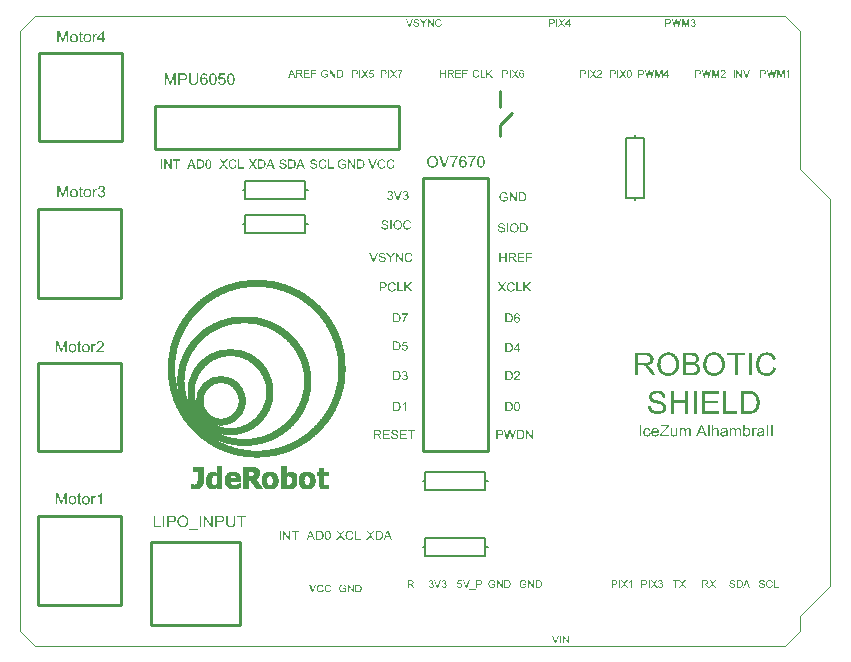
<source format=gto>
G04*
G04 #@! TF.GenerationSoftware,Altium Limited,Altium Designer,18.0.7 (293)*
G04*
G04 Layer_Color=65535*
%FSLAX25Y25*%
%MOIN*%
G70*
G01*
G75*
%ADD10C,0.01000*%
%ADD11C,0.00100*%
%ADD12C,0.00787*%
%ADD13C,0.00050*%
%ADD14C,0.00051*%
G36*
X50416Y159193D02*
X50001D01*
X48419Y161566D01*
Y159193D01*
X48035D01*
Y162217D01*
X48445D01*
X50032Y159840D01*
Y162217D01*
X50416D01*
Y159193D01*
D02*
G37*
G36*
X53257Y161859D02*
X52261D01*
Y159193D01*
X51859D01*
Y161859D01*
X50862D01*
Y162217D01*
X53257D01*
Y161859D01*
D02*
G37*
G36*
X47331Y159193D02*
X46929D01*
Y162217D01*
X47331D01*
Y159193D01*
D02*
G37*
G36*
X60022Y162213D02*
X60109Y162208D01*
X60197Y162199D01*
X60284Y162186D01*
X60358Y162173D01*
X60363D01*
X60371Y162169D01*
X60385D01*
X60402Y162160D01*
X60450Y162147D01*
X60511Y162125D01*
X60581Y162095D01*
X60655Y162055D01*
X60730Y162012D01*
X60800Y161955D01*
X60804Y161950D01*
X60808Y161946D01*
X60821Y161933D01*
X60839Y161920D01*
X60883Y161876D01*
X60935Y161815D01*
X60992Y161741D01*
X61053Y161653D01*
X61110Y161553D01*
X61158Y161439D01*
Y161435D01*
X61162Y161426D01*
X61171Y161408D01*
X61176Y161382D01*
X61189Y161352D01*
X61197Y161317D01*
X61206Y161277D01*
X61219Y161229D01*
X61232Y161181D01*
X61241Y161125D01*
X61263Y161002D01*
X61276Y160867D01*
X61280Y160718D01*
Y160714D01*
Y160705D01*
Y160683D01*
Y160661D01*
X61276Y160631D01*
Y160596D01*
X61272Y160513D01*
X61259Y160416D01*
X61245Y160316D01*
X61224Y160211D01*
X61197Y160106D01*
Y160102D01*
X61193Y160093D01*
X61189Y160080D01*
X61184Y160063D01*
X61167Y160014D01*
X61141Y159953D01*
X61114Y159883D01*
X61079Y159813D01*
X61036Y159739D01*
X60992Y159669D01*
X60988Y159660D01*
X60970Y159639D01*
X60944Y159608D01*
X60909Y159569D01*
X60870Y159525D01*
X60821Y159481D01*
X60773Y159433D01*
X60717Y159394D01*
X60708Y159390D01*
X60690Y159376D01*
X60660Y159359D01*
X60616Y159337D01*
X60564Y159311D01*
X60502Y159289D01*
X60433Y159263D01*
X60354Y159241D01*
X60345D01*
X60332Y159237D01*
X60319Y159232D01*
X60275Y159228D01*
X60214Y159219D01*
X60144Y159210D01*
X60061Y159202D01*
X59969Y159197D01*
X59869Y159193D01*
X58781D01*
Y162217D01*
X59943D01*
X60022Y162213D01*
D02*
G37*
G36*
X58457Y159193D02*
X58003D01*
X57649Y160111D01*
X56382D01*
X56054Y159193D01*
X55630D01*
X56784Y162217D01*
X57221D01*
X58457Y159193D01*
D02*
G37*
G36*
X62753Y162226D02*
X62810Y162217D01*
X62875Y162204D01*
X62945Y162186D01*
X63020Y162164D01*
X63090Y162129D01*
X63094D01*
X63098Y162125D01*
X63120Y162112D01*
X63155Y162090D01*
X63199Y162060D01*
X63247Y162016D01*
X63299Y161968D01*
X63347Y161911D01*
X63395Y161846D01*
X63400Y161837D01*
X63417Y161815D01*
X63435Y161776D01*
X63465Y161719D01*
X63491Y161653D01*
X63526Y161579D01*
X63557Y161492D01*
X63583Y161395D01*
Y161391D01*
X63588Y161382D01*
X63592Y161369D01*
X63596Y161347D01*
X63601Y161321D01*
X63605Y161291D01*
X63614Y161251D01*
X63618Y161207D01*
X63627Y161159D01*
X63631Y161107D01*
X63636Y161046D01*
X63644Y160985D01*
X63649Y160915D01*
Y160845D01*
X63653Y160766D01*
Y160683D01*
Y160679D01*
Y160661D01*
Y160631D01*
Y160596D01*
X63649Y160548D01*
Y160495D01*
X63644Y160438D01*
X63640Y160377D01*
X63627Y160237D01*
X63605Y160093D01*
X63579Y159953D01*
X63561Y159888D01*
X63540Y159822D01*
Y159818D01*
X63535Y159809D01*
X63526Y159792D01*
X63518Y159770D01*
X63509Y159739D01*
X63491Y159709D01*
X63457Y159634D01*
X63413Y159556D01*
X63356Y159468D01*
X63291Y159390D01*
X63212Y159315D01*
X63208D01*
X63203Y159307D01*
X63190Y159298D01*
X63173Y159289D01*
X63151Y159276D01*
X63129Y159258D01*
X63063Y159228D01*
X62985Y159197D01*
X62893Y159167D01*
X62784Y159149D01*
X62666Y159141D01*
X62622D01*
X62591Y159145D01*
X62556Y159149D01*
X62513Y159158D01*
X62465Y159167D01*
X62412Y159180D01*
X62360Y159197D01*
X62303Y159215D01*
X62246Y159241D01*
X62189Y159272D01*
X62133Y159307D01*
X62076Y159350D01*
X62023Y159398D01*
X61975Y159451D01*
X61971Y159455D01*
X61962Y159468D01*
X61949Y159490D01*
X61927Y159525D01*
X61905Y159564D01*
X61883Y159617D01*
X61853Y159678D01*
X61827Y159748D01*
X61800Y159827D01*
X61774Y159918D01*
X61748Y160019D01*
X61726Y160133D01*
X61704Y160255D01*
X61691Y160386D01*
X61682Y160530D01*
X61678Y160683D01*
Y160687D01*
Y160705D01*
Y160735D01*
Y160770D01*
X61682Y160819D01*
Y160871D01*
X61687Y160928D01*
X61691Y160993D01*
X61704Y161129D01*
X61726Y161273D01*
X61752Y161417D01*
X61770Y161483D01*
X61787Y161548D01*
Y161553D01*
X61792Y161561D01*
X61800Y161579D01*
X61809Y161601D01*
X61818Y161631D01*
X61835Y161662D01*
X61870Y161736D01*
X61914Y161815D01*
X61971Y161898D01*
X62036Y161981D01*
X62115Y162051D01*
X62119D01*
X62124Y162060D01*
X62137Y162068D01*
X62154Y162077D01*
X62176Y162095D01*
X62202Y162108D01*
X62268Y162143D01*
X62347Y162173D01*
X62438Y162204D01*
X62548Y162221D01*
X62666Y162230D01*
X62705D01*
X62753Y162226D01*
D02*
G37*
G36*
X70888Y162265D02*
X70927Y162261D01*
X70975Y162256D01*
X71023Y162252D01*
X71080Y162239D01*
X71198Y162213D01*
X71329Y162173D01*
X71395Y162147D01*
X71456Y162116D01*
X71517Y162077D01*
X71578Y162038D01*
X71583Y162033D01*
X71591Y162029D01*
X71609Y162016D01*
X71631Y161994D01*
X71653Y161972D01*
X71683Y161942D01*
X71714Y161907D01*
X71749Y161872D01*
X71784Y161828D01*
X71819Y161776D01*
X71858Y161723D01*
X71893Y161666D01*
X71924Y161601D01*
X71958Y161535D01*
X71985Y161465D01*
X72011Y161387D01*
X71618Y161295D01*
Y161299D01*
X71613Y161308D01*
X71605Y161326D01*
X71596Y161347D01*
X71587Y161373D01*
X71574Y161408D01*
X71539Y161478D01*
X71495Y161557D01*
X71443Y161636D01*
X71377Y161710D01*
X71307Y161776D01*
X71299Y161784D01*
X71272Y161802D01*
X71229Y161824D01*
X71172Y161854D01*
X71098Y161881D01*
X71014Y161907D01*
X70914Y161924D01*
X70805Y161928D01*
X70770D01*
X70748Y161924D01*
X70717D01*
X70682Y161920D01*
X70599Y161907D01*
X70508Y161889D01*
X70411Y161859D01*
X70311Y161815D01*
X70219Y161758D01*
X70215D01*
X70210Y161749D01*
X70180Y161727D01*
X70140Y161693D01*
X70092Y161640D01*
X70036Y161575D01*
X69983Y161500D01*
X69935Y161408D01*
X69891Y161308D01*
Y161304D01*
X69887Y161295D01*
X69883Y161282D01*
X69878Y161260D01*
X69870Y161234D01*
X69861Y161203D01*
X69848Y161129D01*
X69830Y161041D01*
X69813Y160945D01*
X69804Y160840D01*
X69800Y160727D01*
Y160722D01*
Y160709D01*
Y160687D01*
Y160661D01*
X69804Y160631D01*
Y160591D01*
X69808Y160548D01*
X69813Y160500D01*
X69826Y160395D01*
X69848Y160281D01*
X69874Y160167D01*
X69909Y160054D01*
Y160049D01*
X69913Y160041D01*
X69922Y160028D01*
X69931Y160006D01*
X69957Y159953D01*
X69996Y159892D01*
X70044Y159822D01*
X70106Y159748D01*
X70175Y159682D01*
X70258Y159621D01*
X70263D01*
X70272Y159617D01*
X70285Y159608D01*
X70302Y159599D01*
X70324Y159591D01*
X70350Y159578D01*
X70411Y159551D01*
X70490Y159525D01*
X70578Y159503D01*
X70674Y159486D01*
X70774Y159481D01*
X70805D01*
X70831Y159486D01*
X70862D01*
X70892Y159490D01*
X70971Y159508D01*
X71063Y159529D01*
X71154Y159564D01*
X71250Y159612D01*
X71299Y159639D01*
X71342Y159674D01*
X71347Y159678D01*
X71351Y159682D01*
X71364Y159695D01*
X71382Y159709D01*
X71399Y159730D01*
X71421Y159757D01*
X71447Y159783D01*
X71469Y159818D01*
X71495Y159857D01*
X71526Y159901D01*
X71552Y159945D01*
X71578Y159997D01*
X71600Y160054D01*
X71622Y160115D01*
X71644Y160180D01*
X71661Y160250D01*
X72063Y160150D01*
Y160146D01*
X72059Y160128D01*
X72050Y160102D01*
X72037Y160067D01*
X72024Y160028D01*
X72006Y159979D01*
X71985Y159927D01*
X71958Y159870D01*
X71897Y159748D01*
X71819Y159625D01*
X71771Y159564D01*
X71723Y159503D01*
X71670Y159451D01*
X71609Y159398D01*
X71605Y159394D01*
X71596Y159385D01*
X71574Y159376D01*
X71552Y159359D01*
X71517Y159337D01*
X71482Y159315D01*
X71434Y159293D01*
X71386Y159272D01*
X71329Y159245D01*
X71268Y159223D01*
X71202Y159202D01*
X71132Y159180D01*
X71058Y159162D01*
X70980Y159154D01*
X70897Y159145D01*
X70809Y159141D01*
X70761D01*
X70726Y159145D01*
X70687D01*
X70639Y159149D01*
X70586Y159158D01*
X70525Y159167D01*
X70398Y159188D01*
X70267Y159223D01*
X70136Y159272D01*
X70075Y159302D01*
X70014Y159337D01*
X70009Y159342D01*
X70001Y159346D01*
X69983Y159359D01*
X69966Y159376D01*
X69940Y159394D01*
X69909Y159420D01*
X69874Y159451D01*
X69839Y159486D01*
X69804Y159525D01*
X69765Y159564D01*
X69686Y159665D01*
X69612Y159783D01*
X69546Y159914D01*
Y159918D01*
X69538Y159931D01*
X69533Y159953D01*
X69520Y159979D01*
X69511Y160014D01*
X69498Y160058D01*
X69481Y160106D01*
X69468Y160159D01*
X69454Y160215D01*
X69437Y160281D01*
X69415Y160416D01*
X69398Y160570D01*
X69389Y160727D01*
Y160731D01*
Y160749D01*
Y160775D01*
X69393Y160805D01*
Y160849D01*
X69398Y160893D01*
X69402Y160950D01*
X69411Y161006D01*
X69433Y161133D01*
X69463Y161273D01*
X69507Y161413D01*
X69568Y161548D01*
X69572Y161553D01*
X69577Y161566D01*
X69586Y161583D01*
X69603Y161605D01*
X69621Y161636D01*
X69642Y161671D01*
X69699Y161749D01*
X69773Y161837D01*
X69861Y161924D01*
X69961Y162012D01*
X70079Y162086D01*
X70084Y162090D01*
X70097Y162095D01*
X70114Y162103D01*
X70136Y162116D01*
X70171Y162129D01*
X70206Y162143D01*
X70250Y162160D01*
X70298Y162178D01*
X70350Y162195D01*
X70407Y162213D01*
X70529Y162239D01*
X70669Y162261D01*
X70814Y162269D01*
X70857D01*
X70888Y162265D01*
D02*
G37*
G36*
X68017Y160779D02*
X69148Y159193D01*
X68655D01*
X67890Y160268D01*
X67886Y160272D01*
X67877Y160285D01*
X67868Y160303D01*
X67851Y160325D01*
X67811Y160386D01*
X67768Y160451D01*
X67763Y160447D01*
X67750Y160430D01*
X67733Y160403D01*
X67711Y160368D01*
X67663Y160299D01*
X67641Y160268D01*
X67623Y160242D01*
X66859Y159193D01*
X66378D01*
X67545Y160757D01*
X66513Y162217D01*
X66990D01*
X67540Y161439D01*
Y161435D01*
X67549Y161430D01*
X67558Y161417D01*
X67571Y161400D01*
X67597Y161356D01*
X67637Y161304D01*
X67676Y161242D01*
X67715Y161181D01*
X67750Y161125D01*
X67781Y161072D01*
X67785Y161081D01*
X67798Y161098D01*
X67820Y161133D01*
X67851Y161177D01*
X67886Y161225D01*
X67929Y161286D01*
X67973Y161347D01*
X68025Y161413D01*
X68629Y162217D01*
X69065D01*
X68017Y160779D01*
D02*
G37*
G36*
X72942Y159551D02*
X74432D01*
Y159193D01*
X72540D01*
Y162217D01*
X72942D01*
Y159551D01*
D02*
G37*
G36*
X77741Y160779D02*
X78873Y159193D01*
X78379D01*
X77614Y160268D01*
X77610Y160272D01*
X77601Y160285D01*
X77592Y160303D01*
X77575Y160325D01*
X77536Y160386D01*
X77492Y160451D01*
X77488Y160447D01*
X77474Y160430D01*
X77457Y160403D01*
X77435Y160368D01*
X77387Y160299D01*
X77365Y160268D01*
X77348Y160242D01*
X76583Y159193D01*
X76102D01*
X77269Y160757D01*
X76238Y162217D01*
X76714D01*
X77265Y161439D01*
Y161435D01*
X77273Y161430D01*
X77282Y161417D01*
X77295Y161400D01*
X77322Y161356D01*
X77361Y161304D01*
X77400Y161242D01*
X77440Y161181D01*
X77474Y161125D01*
X77505Y161072D01*
X77509Y161081D01*
X77523Y161098D01*
X77544Y161133D01*
X77575Y161177D01*
X77610Y161225D01*
X77654Y161286D01*
X77697Y161347D01*
X77750Y161413D01*
X78353Y162217D01*
X78790D01*
X77741Y160779D01*
D02*
G37*
G36*
X84777Y159193D02*
X84322D01*
X83968Y160111D01*
X82701D01*
X82373Y159193D01*
X81949D01*
X83103Y162217D01*
X83540D01*
X84777Y159193D01*
D02*
G37*
G36*
X80472Y162213D02*
X80560Y162208D01*
X80647Y162199D01*
X80735Y162186D01*
X80809Y162173D01*
X80813D01*
X80822Y162169D01*
X80835D01*
X80853Y162160D01*
X80901Y162147D01*
X80962Y162125D01*
X81032Y162095D01*
X81106Y162055D01*
X81180Y162012D01*
X81250Y161955D01*
X81255Y161950D01*
X81259Y161946D01*
X81272Y161933D01*
X81289Y161920D01*
X81333Y161876D01*
X81386Y161815D01*
X81442Y161741D01*
X81504Y161653D01*
X81560Y161553D01*
X81609Y161439D01*
Y161435D01*
X81613Y161426D01*
X81622Y161408D01*
X81626Y161382D01*
X81639Y161352D01*
X81648Y161317D01*
X81657Y161277D01*
X81670Y161229D01*
X81683Y161181D01*
X81692Y161125D01*
X81713Y161002D01*
X81726Y160867D01*
X81731Y160718D01*
Y160714D01*
Y160705D01*
Y160683D01*
Y160661D01*
X81726Y160631D01*
Y160596D01*
X81722Y160513D01*
X81709Y160416D01*
X81696Y160316D01*
X81674Y160211D01*
X81648Y160106D01*
Y160102D01*
X81643Y160093D01*
X81639Y160080D01*
X81635Y160063D01*
X81617Y160014D01*
X81591Y159953D01*
X81565Y159883D01*
X81530Y159813D01*
X81486Y159739D01*
X81442Y159669D01*
X81438Y159660D01*
X81421Y159639D01*
X81394Y159608D01*
X81359Y159569D01*
X81320Y159525D01*
X81272Y159481D01*
X81224Y159433D01*
X81167Y159394D01*
X81159Y159390D01*
X81141Y159376D01*
X81110Y159359D01*
X81067Y159337D01*
X81014Y159311D01*
X80953Y159289D01*
X80883Y159263D01*
X80805Y159241D01*
X80796D01*
X80783Y159237D01*
X80769Y159232D01*
X80726Y159228D01*
X80665Y159219D01*
X80595Y159210D01*
X80512Y159202D01*
X80420Y159197D01*
X80319Y159193D01*
X79231D01*
Y162217D01*
X80394D01*
X80472Y162213D01*
D02*
G37*
G36*
X87602Y162265D02*
X87632D01*
X87715Y162256D01*
X87807Y162243D01*
X87903Y162221D01*
X88008Y162195D01*
X88104Y162160D01*
X88108D01*
X88117Y162156D01*
X88130Y162147D01*
X88148Y162138D01*
X88191Y162116D01*
X88248Y162077D01*
X88314Y162033D01*
X88379Y161977D01*
X88441Y161911D01*
X88497Y161837D01*
Y161832D01*
X88502Y161828D01*
X88511Y161815D01*
X88519Y161802D01*
X88541Y161758D01*
X88567Y161701D01*
X88598Y161631D01*
X88620Y161548D01*
X88642Y161461D01*
X88650Y161365D01*
X88266Y161334D01*
Y161339D01*
Y161347D01*
X88261Y161360D01*
X88257Y161382D01*
X88244Y161430D01*
X88226Y161496D01*
X88200Y161566D01*
X88161Y161636D01*
X88113Y161701D01*
X88052Y161762D01*
X88043Y161767D01*
X88021Y161784D01*
X87977Y161811D01*
X87920Y161837D01*
X87846Y161863D01*
X87759Y161889D01*
X87650Y161907D01*
X87527Y161911D01*
X87466D01*
X87440Y161907D01*
X87405Y161902D01*
X87326Y161894D01*
X87239Y161876D01*
X87151Y161854D01*
X87068Y161819D01*
X87033Y161797D01*
X86998Y161776D01*
X86990Y161771D01*
X86972Y161754D01*
X86946Y161723D01*
X86920Y161688D01*
X86889Y161640D01*
X86863Y161588D01*
X86845Y161527D01*
X86837Y161457D01*
Y161448D01*
Y161430D01*
X86841Y161400D01*
X86850Y161365D01*
X86863Y161321D01*
X86885Y161277D01*
X86911Y161234D01*
X86950Y161190D01*
X86955Y161186D01*
X86977Y161172D01*
X86994Y161159D01*
X87012Y161151D01*
X87038Y161138D01*
X87068Y161120D01*
X87108Y161107D01*
X87151Y161090D01*
X87199Y161072D01*
X87256Y161050D01*
X87318Y161033D01*
X87387Y161011D01*
X87466Y160993D01*
X87553Y160971D01*
X87558D01*
X87575Y160967D01*
X87602Y160963D01*
X87632Y160954D01*
X87671Y160945D01*
X87720Y160932D01*
X87768Y160919D01*
X87820Y160906D01*
X87934Y160875D01*
X88043Y160845D01*
X88095Y160827D01*
X88143Y160810D01*
X88187Y160797D01*
X88222Y160779D01*
X88226D01*
X88235Y160775D01*
X88248Y160766D01*
X88266Y160757D01*
X88314Y160731D01*
X88371Y160696D01*
X88436Y160648D01*
X88502Y160596D01*
X88563Y160535D01*
X88615Y160469D01*
X88620Y160460D01*
X88637Y160438D01*
X88655Y160399D01*
X88681Y160347D01*
X88703Y160285D01*
X88725Y160211D01*
X88738Y160128D01*
X88742Y160041D01*
Y160036D01*
Y160032D01*
Y160019D01*
Y160001D01*
X88733Y159953D01*
X88725Y159892D01*
X88707Y159822D01*
X88685Y159748D01*
X88650Y159669D01*
X88602Y159586D01*
Y159582D01*
X88598Y159578D01*
X88576Y159551D01*
X88545Y159512D01*
X88502Y159468D01*
X88445Y159416D01*
X88375Y159359D01*
X88296Y159307D01*
X88205Y159258D01*
X88200D01*
X88191Y159254D01*
X88178Y159250D01*
X88161Y159241D01*
X88135Y159232D01*
X88104Y159219D01*
X88034Y159202D01*
X87951Y159180D01*
X87851Y159158D01*
X87741Y159145D01*
X87623Y159141D01*
X87553D01*
X87519Y159145D01*
X87479D01*
X87436Y159149D01*
X87383Y159154D01*
X87274Y159171D01*
X87160Y159188D01*
X87046Y159219D01*
X86937Y159258D01*
X86933D01*
X86924Y159263D01*
X86911Y159272D01*
X86894Y159280D01*
X86841Y159307D01*
X86780Y159346D01*
X86710Y159398D01*
X86636Y159459D01*
X86566Y159534D01*
X86500Y159617D01*
Y159621D01*
X86492Y159630D01*
X86487Y159643D01*
X86474Y159660D01*
X86465Y159682D01*
X86452Y159709D01*
X86422Y159774D01*
X86391Y159857D01*
X86365Y159949D01*
X86347Y160054D01*
X86339Y160163D01*
X86714Y160198D01*
Y160194D01*
Y160189D01*
X86719Y160176D01*
Y160159D01*
X86727Y160119D01*
X86741Y160063D01*
X86758Y160006D01*
X86776Y159940D01*
X86806Y159879D01*
X86837Y159822D01*
X86841Y159818D01*
X86854Y159800D01*
X86876Y159770D01*
X86911Y159739D01*
X86955Y159700D01*
X87003Y159660D01*
X87068Y159621D01*
X87138Y159586D01*
X87143D01*
X87147Y159582D01*
X87160Y159578D01*
X87173Y159573D01*
X87217Y159560D01*
X87274Y159543D01*
X87344Y159525D01*
X87422Y159512D01*
X87510Y159503D01*
X87606Y159499D01*
X87645D01*
X87689Y159503D01*
X87741Y159508D01*
X87802Y159516D01*
X87872Y159525D01*
X87942Y159543D01*
X88008Y159564D01*
X88017Y159569D01*
X88038Y159578D01*
X88069Y159595D01*
X88108Y159612D01*
X88148Y159643D01*
X88191Y159674D01*
X88235Y159709D01*
X88270Y159752D01*
X88275Y159757D01*
X88283Y159774D01*
X88296Y159796D01*
X88314Y159831D01*
X88331Y159866D01*
X88344Y159910D01*
X88353Y159958D01*
X88358Y160010D01*
Y160014D01*
Y160036D01*
X88353Y160063D01*
X88349Y160098D01*
X88336Y160133D01*
X88323Y160176D01*
X88301Y160220D01*
X88270Y160259D01*
X88266Y160264D01*
X88253Y160277D01*
X88235Y160294D01*
X88205Y160320D01*
X88170Y160347D01*
X88121Y160377D01*
X88065Y160408D01*
X87999Y160434D01*
X87995Y160438D01*
X87973Y160443D01*
X87938Y160456D01*
X87916Y160460D01*
X87886Y160469D01*
X87855Y160482D01*
X87816Y160491D01*
X87772Y160504D01*
X87720Y160517D01*
X87667Y160530D01*
X87606Y160548D01*
X87536Y160565D01*
X87462Y160583D01*
X87457D01*
X87444Y160587D01*
X87422Y160591D01*
X87396Y160600D01*
X87361Y160609D01*
X87322Y160617D01*
X87234Y160644D01*
X87138Y160674D01*
X87038Y160705D01*
X86950Y160735D01*
X86911Y160753D01*
X86876Y160770D01*
X86872D01*
X86867Y160775D01*
X86841Y160792D01*
X86802Y160814D01*
X86758Y160849D01*
X86706Y160889D01*
X86653Y160936D01*
X86601Y160993D01*
X86557Y161055D01*
X86553Y161063D01*
X86540Y161085D01*
X86522Y161120D01*
X86505Y161164D01*
X86487Y161221D01*
X86470Y161286D01*
X86457Y161356D01*
X86452Y161430D01*
Y161435D01*
Y161439D01*
Y161452D01*
Y161470D01*
X86461Y161513D01*
X86470Y161570D01*
X86483Y161636D01*
X86505Y161710D01*
X86535Y161784D01*
X86579Y161859D01*
Y161863D01*
X86583Y161867D01*
X86605Y161894D01*
X86636Y161928D01*
X86675Y161972D01*
X86727Y162020D01*
X86793Y162073D01*
X86872Y162121D01*
X86959Y162164D01*
X86963D01*
X86972Y162169D01*
X86985Y162173D01*
X87003Y162182D01*
X87025Y162191D01*
X87055Y162199D01*
X87121Y162217D01*
X87204Y162234D01*
X87300Y162252D01*
X87401Y162265D01*
X87514Y162269D01*
X87571D01*
X87602Y162265D01*
D02*
G37*
G36*
X94838Y159193D02*
X94384D01*
X94030Y160111D01*
X92763D01*
X92435Y159193D01*
X92011D01*
X93164Y162217D01*
X93602D01*
X94838Y159193D01*
D02*
G37*
G36*
X90534Y162213D02*
X90621Y162208D01*
X90709Y162199D01*
X90796Y162186D01*
X90870Y162173D01*
X90875D01*
X90883Y162169D01*
X90896D01*
X90914Y162160D01*
X90962Y162147D01*
X91023Y162125D01*
X91093Y162095D01*
X91167Y162055D01*
X91242Y162012D01*
X91312Y161955D01*
X91316Y161950D01*
X91320Y161946D01*
X91334Y161933D01*
X91351Y161920D01*
X91395Y161876D01*
X91447Y161815D01*
X91504Y161741D01*
X91565Y161653D01*
X91622Y161553D01*
X91670Y161439D01*
Y161435D01*
X91674Y161426D01*
X91683Y161408D01*
X91688Y161382D01*
X91701Y161352D01*
X91709Y161317D01*
X91718Y161277D01*
X91731Y161229D01*
X91744Y161181D01*
X91753Y161125D01*
X91775Y161002D01*
X91788Y160867D01*
X91792Y160718D01*
Y160714D01*
Y160705D01*
Y160683D01*
Y160661D01*
X91788Y160631D01*
Y160596D01*
X91784Y160513D01*
X91770Y160416D01*
X91757Y160316D01*
X91736Y160211D01*
X91709Y160106D01*
Y160102D01*
X91705Y160093D01*
X91701Y160080D01*
X91696Y160063D01*
X91679Y160014D01*
X91653Y159953D01*
X91626Y159883D01*
X91591Y159813D01*
X91548Y159739D01*
X91504Y159669D01*
X91500Y159660D01*
X91482Y159639D01*
X91456Y159608D01*
X91421Y159569D01*
X91382Y159525D01*
X91334Y159481D01*
X91285Y159433D01*
X91229Y159394D01*
X91220Y159390D01*
X91202Y159376D01*
X91172Y159359D01*
X91128Y159337D01*
X91076Y159311D01*
X91014Y159289D01*
X90945Y159263D01*
X90866Y159241D01*
X90857D01*
X90844Y159237D01*
X90831Y159232D01*
X90787Y159228D01*
X90726Y159219D01*
X90656Y159210D01*
X90573Y159202D01*
X90481Y159197D01*
X90381Y159193D01*
X89293D01*
Y162217D01*
X90455D01*
X90534Y162213D01*
D02*
G37*
G36*
X97838Y162265D02*
X97868D01*
X97951Y162256D01*
X98043Y162243D01*
X98139Y162221D01*
X98244Y162195D01*
X98340Y162160D01*
X98345D01*
X98353Y162156D01*
X98366Y162147D01*
X98384Y162138D01*
X98428Y162116D01*
X98484Y162077D01*
X98550Y162033D01*
X98616Y161977D01*
X98677Y161911D01*
X98734Y161837D01*
Y161832D01*
X98738Y161828D01*
X98747Y161815D01*
X98755Y161802D01*
X98777Y161758D01*
X98804Y161701D01*
X98834Y161631D01*
X98856Y161548D01*
X98878Y161461D01*
X98887Y161365D01*
X98502Y161334D01*
Y161339D01*
Y161347D01*
X98498Y161360D01*
X98493Y161382D01*
X98480Y161430D01*
X98463Y161496D01*
X98436Y161566D01*
X98397Y161636D01*
X98349Y161701D01*
X98288Y161762D01*
X98279Y161767D01*
X98257Y161784D01*
X98213Y161811D01*
X98157Y161837D01*
X98082Y161863D01*
X97995Y161889D01*
X97886Y161907D01*
X97763Y161911D01*
X97702D01*
X97676Y161907D01*
X97641Y161902D01*
X97562Y161894D01*
X97475Y161876D01*
X97388Y161854D01*
X97305Y161819D01*
X97270Y161797D01*
X97235Y161776D01*
X97226Y161771D01*
X97208Y161754D01*
X97182Y161723D01*
X97156Y161688D01*
X97125Y161640D01*
X97099Y161588D01*
X97082Y161527D01*
X97073Y161457D01*
Y161448D01*
Y161430D01*
X97077Y161400D01*
X97086Y161365D01*
X97099Y161321D01*
X97121Y161277D01*
X97147Y161234D01*
X97187Y161190D01*
X97191Y161186D01*
X97213Y161172D01*
X97230Y161159D01*
X97248Y161151D01*
X97274Y161138D01*
X97305Y161120D01*
X97344Y161107D01*
X97388Y161090D01*
X97436Y161072D01*
X97492Y161050D01*
X97554Y161033D01*
X97624Y161011D01*
X97702Y160993D01*
X97790Y160971D01*
X97794D01*
X97812Y160967D01*
X97838Y160963D01*
X97868Y160954D01*
X97908Y160945D01*
X97956Y160932D01*
X98004Y160919D01*
X98056Y160906D01*
X98170Y160875D01*
X98279Y160845D01*
X98331Y160827D01*
X98380Y160810D01*
X98423Y160797D01*
X98458Y160779D01*
X98463D01*
X98471Y160775D01*
X98484Y160766D01*
X98502Y160757D01*
X98550Y160731D01*
X98607Y160696D01*
X98672Y160648D01*
X98738Y160596D01*
X98799Y160535D01*
X98852Y160469D01*
X98856Y160460D01*
X98873Y160438D01*
X98891Y160399D01*
X98917Y160347D01*
X98939Y160285D01*
X98961Y160211D01*
X98974Y160128D01*
X98978Y160041D01*
Y160036D01*
Y160032D01*
Y160019D01*
Y160001D01*
X98970Y159953D01*
X98961Y159892D01*
X98943Y159822D01*
X98922Y159748D01*
X98887Y159669D01*
X98839Y159586D01*
Y159582D01*
X98834Y159578D01*
X98812Y159551D01*
X98782Y159512D01*
X98738Y159468D01*
X98681Y159416D01*
X98611Y159359D01*
X98533Y159307D01*
X98441Y159258D01*
X98436D01*
X98428Y159254D01*
X98415Y159250D01*
X98397Y159241D01*
X98371Y159232D01*
X98340Y159219D01*
X98270Y159202D01*
X98187Y159180D01*
X98087Y159158D01*
X97978Y159145D01*
X97860Y159141D01*
X97790D01*
X97755Y159145D01*
X97715D01*
X97672Y159149D01*
X97619Y159154D01*
X97510Y159171D01*
X97396Y159188D01*
X97283Y159219D01*
X97174Y159258D01*
X97169D01*
X97160Y159263D01*
X97147Y159272D01*
X97130Y159280D01*
X97077Y159307D01*
X97016Y159346D01*
X96946Y159398D01*
X96872Y159459D01*
X96802Y159534D01*
X96737Y159617D01*
Y159621D01*
X96728Y159630D01*
X96723Y159643D01*
X96710Y159660D01*
X96702Y159682D01*
X96688Y159709D01*
X96658Y159774D01*
X96627Y159857D01*
X96601Y159949D01*
X96583Y160054D01*
X96575Y160163D01*
X96951Y160198D01*
Y160194D01*
Y160189D01*
X96955Y160176D01*
Y160159D01*
X96964Y160119D01*
X96977Y160063D01*
X96994Y160006D01*
X97012Y159940D01*
X97042Y159879D01*
X97073Y159822D01*
X97077Y159818D01*
X97091Y159800D01*
X97112Y159770D01*
X97147Y159739D01*
X97191Y159700D01*
X97239Y159660D01*
X97305Y159621D01*
X97374Y159586D01*
X97379D01*
X97383Y159582D01*
X97396Y159578D01*
X97409Y159573D01*
X97453Y159560D01*
X97510Y159543D01*
X97580Y159525D01*
X97659Y159512D01*
X97746Y159503D01*
X97842Y159499D01*
X97881D01*
X97925Y159503D01*
X97978Y159508D01*
X98039Y159516D01*
X98109Y159525D01*
X98179Y159543D01*
X98244Y159564D01*
X98253Y159569D01*
X98275Y159578D01*
X98305Y159595D01*
X98345Y159612D01*
X98384Y159643D01*
X98428Y159674D01*
X98471Y159709D01*
X98506Y159752D01*
X98511Y159757D01*
X98519Y159774D01*
X98533Y159796D01*
X98550Y159831D01*
X98567Y159866D01*
X98581Y159910D01*
X98589Y159958D01*
X98594Y160010D01*
Y160014D01*
Y160036D01*
X98589Y160063D01*
X98585Y160098D01*
X98572Y160133D01*
X98559Y160176D01*
X98537Y160220D01*
X98506Y160259D01*
X98502Y160264D01*
X98489Y160277D01*
X98471Y160294D01*
X98441Y160320D01*
X98406Y160347D01*
X98358Y160377D01*
X98301Y160408D01*
X98235Y160434D01*
X98231Y160438D01*
X98209Y160443D01*
X98174Y160456D01*
X98152Y160460D01*
X98122Y160469D01*
X98091Y160482D01*
X98052Y160491D01*
X98008Y160504D01*
X97956Y160517D01*
X97903Y160530D01*
X97842Y160548D01*
X97772Y160565D01*
X97698Y160583D01*
X97694D01*
X97680Y160587D01*
X97659Y160591D01*
X97632Y160600D01*
X97597Y160609D01*
X97558Y160617D01*
X97471Y160644D01*
X97374Y160674D01*
X97274Y160705D01*
X97187Y160735D01*
X97147Y160753D01*
X97112Y160770D01*
X97108D01*
X97104Y160775D01*
X97077Y160792D01*
X97038Y160814D01*
X96994Y160849D01*
X96942Y160889D01*
X96889Y160936D01*
X96837Y160993D01*
X96793Y161055D01*
X96789Y161063D01*
X96776Y161085D01*
X96758Y161120D01*
X96741Y161164D01*
X96723Y161221D01*
X96706Y161286D01*
X96693Y161356D01*
X96688Y161430D01*
Y161435D01*
Y161439D01*
Y161452D01*
Y161470D01*
X96697Y161513D01*
X96706Y161570D01*
X96719Y161636D01*
X96741Y161710D01*
X96772Y161784D01*
X96815Y161859D01*
Y161863D01*
X96820Y161867D01*
X96841Y161894D01*
X96872Y161928D01*
X96911Y161972D01*
X96964Y162020D01*
X97029Y162073D01*
X97108Y162121D01*
X97195Y162164D01*
X97200D01*
X97208Y162169D01*
X97222Y162173D01*
X97239Y162182D01*
X97261Y162191D01*
X97291Y162199D01*
X97357Y162217D01*
X97440Y162234D01*
X97536Y162252D01*
X97637Y162265D01*
X97750Y162269D01*
X97807D01*
X97838Y162265D01*
D02*
G37*
G36*
X100910D02*
X100949Y162261D01*
X100997Y162256D01*
X101045Y162252D01*
X101102Y162239D01*
X101220Y162213D01*
X101351Y162173D01*
X101417Y162147D01*
X101478Y162116D01*
X101539Y162077D01*
X101600Y162038D01*
X101605Y162033D01*
X101613Y162029D01*
X101631Y162016D01*
X101653Y161994D01*
X101675Y161972D01*
X101705Y161942D01*
X101736Y161907D01*
X101771Y161872D01*
X101806Y161828D01*
X101841Y161776D01*
X101880Y161723D01*
X101915Y161666D01*
X101945Y161601D01*
X101980Y161535D01*
X102007Y161465D01*
X102033Y161387D01*
X101640Y161295D01*
Y161299D01*
X101635Y161308D01*
X101627Y161326D01*
X101618Y161347D01*
X101609Y161373D01*
X101596Y161408D01*
X101561Y161478D01*
X101517Y161557D01*
X101465Y161636D01*
X101399Y161710D01*
X101329Y161776D01*
X101321Y161784D01*
X101294Y161802D01*
X101251Y161824D01*
X101194Y161854D01*
X101120Y161881D01*
X101037Y161907D01*
X100936Y161924D01*
X100827Y161928D01*
X100792D01*
X100770Y161924D01*
X100739D01*
X100704Y161920D01*
X100621Y161907D01*
X100530Y161889D01*
X100434Y161859D01*
X100333Y161815D01*
X100241Y161758D01*
X100237D01*
X100233Y161749D01*
X100202Y161727D01*
X100163Y161693D01*
X100115Y161640D01*
X100058Y161575D01*
X100005Y161500D01*
X99957Y161408D01*
X99914Y161308D01*
Y161304D01*
X99909Y161295D01*
X99905Y161282D01*
X99900Y161260D01*
X99892Y161234D01*
X99883Y161203D01*
X99870Y161129D01*
X99852Y161041D01*
X99835Y160945D01*
X99826Y160840D01*
X99822Y160727D01*
Y160722D01*
Y160709D01*
Y160687D01*
Y160661D01*
X99826Y160631D01*
Y160591D01*
X99830Y160548D01*
X99835Y160500D01*
X99848Y160395D01*
X99870Y160281D01*
X99896Y160167D01*
X99931Y160054D01*
Y160049D01*
X99935Y160041D01*
X99944Y160028D01*
X99953Y160006D01*
X99979Y159953D01*
X100018Y159892D01*
X100066Y159822D01*
X100128Y159748D01*
X100198Y159682D01*
X100281Y159621D01*
X100285D01*
X100294Y159617D01*
X100307Y159608D01*
X100324Y159599D01*
X100346Y159591D01*
X100372Y159578D01*
X100434Y159551D01*
X100512Y159525D01*
X100600Y159503D01*
X100696Y159486D01*
X100796Y159481D01*
X100827D01*
X100853Y159486D01*
X100884D01*
X100914Y159490D01*
X100993Y159508D01*
X101085Y159529D01*
X101176Y159564D01*
X101273Y159612D01*
X101321Y159639D01*
X101364Y159674D01*
X101369Y159678D01*
X101373Y159682D01*
X101386Y159695D01*
X101404Y159709D01*
X101421Y159730D01*
X101443Y159757D01*
X101469Y159783D01*
X101491Y159818D01*
X101517Y159857D01*
X101548Y159901D01*
X101574Y159945D01*
X101600Y159997D01*
X101622Y160054D01*
X101644Y160115D01*
X101666Y160180D01*
X101683Y160250D01*
X102085Y160150D01*
Y160146D01*
X102081Y160128D01*
X102072Y160102D01*
X102059Y160067D01*
X102046Y160028D01*
X102029Y159979D01*
X102007Y159927D01*
X101980Y159870D01*
X101919Y159748D01*
X101841Y159625D01*
X101793Y159564D01*
X101744Y159503D01*
X101692Y159451D01*
X101631Y159398D01*
X101627Y159394D01*
X101618Y159385D01*
X101596Y159376D01*
X101574Y159359D01*
X101539Y159337D01*
X101504Y159315D01*
X101456Y159293D01*
X101408Y159272D01*
X101351Y159245D01*
X101290Y159223D01*
X101225Y159202D01*
X101155Y159180D01*
X101080Y159162D01*
X101002Y159154D01*
X100919Y159145D01*
X100831Y159141D01*
X100783D01*
X100748Y159145D01*
X100709D01*
X100661Y159149D01*
X100608Y159158D01*
X100547Y159167D01*
X100420Y159188D01*
X100289Y159223D01*
X100158Y159272D01*
X100097Y159302D01*
X100036Y159337D01*
X100031Y159342D01*
X100023Y159346D01*
X100005Y159359D01*
X99988Y159376D01*
X99962Y159394D01*
X99931Y159420D01*
X99896Y159451D01*
X99861Y159486D01*
X99826Y159525D01*
X99787Y159564D01*
X99708Y159665D01*
X99634Y159783D01*
X99568Y159914D01*
Y159918D01*
X99559Y159931D01*
X99555Y159953D01*
X99542Y159979D01*
X99533Y160014D01*
X99520Y160058D01*
X99503Y160106D01*
X99490Y160159D01*
X99476Y160215D01*
X99459Y160281D01*
X99437Y160416D01*
X99420Y160570D01*
X99411Y160727D01*
Y160731D01*
Y160749D01*
Y160775D01*
X99415Y160805D01*
Y160849D01*
X99420Y160893D01*
X99424Y160950D01*
X99433Y161006D01*
X99455Y161133D01*
X99485Y161273D01*
X99529Y161413D01*
X99590Y161548D01*
X99594Y161553D01*
X99599Y161566D01*
X99608Y161583D01*
X99625Y161605D01*
X99642Y161636D01*
X99664Y161671D01*
X99721Y161749D01*
X99796Y161837D01*
X99883Y161924D01*
X99983Y162012D01*
X100101Y162086D01*
X100106Y162090D01*
X100119Y162095D01*
X100136Y162103D01*
X100158Y162116D01*
X100193Y162129D01*
X100228Y162143D01*
X100272Y162160D01*
X100320Y162178D01*
X100372Y162195D01*
X100429Y162213D01*
X100551Y162239D01*
X100691Y162261D01*
X100836Y162269D01*
X100879D01*
X100910Y162265D01*
D02*
G37*
G36*
X102964Y159551D02*
X104454D01*
Y159193D01*
X102562D01*
Y162217D01*
X102964D01*
Y159551D01*
D02*
G37*
G36*
X107382Y162265D02*
X107417D01*
X107500Y162256D01*
X107592Y162243D01*
X107688Y162221D01*
X107793Y162195D01*
X107894Y162160D01*
X107898D01*
X107907Y162156D01*
X107920Y162151D01*
X107937Y162143D01*
X107985Y162116D01*
X108047Y162086D01*
X108112Y162042D01*
X108182Y161990D01*
X108248Y161933D01*
X108309Y161863D01*
X108318Y161854D01*
X108335Y161828D01*
X108361Y161789D01*
X108396Y161732D01*
X108431Y161662D01*
X108471Y161575D01*
X108510Y161478D01*
X108540Y161369D01*
X108178Y161273D01*
Y161277D01*
X108173Y161282D01*
X108169Y161295D01*
X108165Y161312D01*
X108152Y161352D01*
X108134Y161404D01*
X108108Y161465D01*
X108077Y161522D01*
X108047Y161583D01*
X108007Y161636D01*
X108003Y161640D01*
X107990Y161658D01*
X107964Y161679D01*
X107933Y161710D01*
X107894Y161745D01*
X107841Y161780D01*
X107784Y161815D01*
X107719Y161846D01*
X107710Y161850D01*
X107688Y161859D01*
X107649Y161872D01*
X107597Y161889D01*
X107535Y161902D01*
X107466Y161915D01*
X107387Y161924D01*
X107304Y161928D01*
X107256D01*
X107234Y161924D01*
X107208D01*
X107142Y161920D01*
X107068Y161907D01*
X106985Y161894D01*
X106906Y161872D01*
X106827Y161841D01*
X106819Y161837D01*
X106792Y161828D01*
X106757Y161806D01*
X106714Y161784D01*
X106661Y161749D01*
X106605Y161714D01*
X106552Y161671D01*
X106504Y161623D01*
X106500Y161618D01*
X106482Y161601D01*
X106460Y161570D01*
X106434Y161535D01*
X106404Y161492D01*
X106373Y161439D01*
X106342Y161382D01*
X106312Y161321D01*
Y161317D01*
X106307Y161308D01*
X106303Y161295D01*
X106294Y161273D01*
X106286Y161247D01*
X106277Y161216D01*
X106264Y161181D01*
X106255Y161142D01*
X106233Y161050D01*
X106216Y160945D01*
X106202Y160836D01*
X106198Y160714D01*
Y160709D01*
Y160696D01*
Y160674D01*
X106202Y160648D01*
Y160613D01*
X106207Y160570D01*
X106211Y160526D01*
X106216Y160478D01*
X106233Y160368D01*
X106255Y160255D01*
X106290Y160141D01*
X106334Y160032D01*
Y160028D01*
X106342Y160019D01*
X106347Y160006D01*
X106360Y159988D01*
X106391Y159940D01*
X106439Y159879D01*
X106495Y159813D01*
X106565Y159748D01*
X106648Y159687D01*
X106740Y159630D01*
X106744D01*
X106753Y159625D01*
X106766Y159617D01*
X106788Y159608D01*
X106810Y159599D01*
X106841Y159591D01*
X106911Y159564D01*
X106998Y159543D01*
X107094Y159521D01*
X107199Y159503D01*
X107308Y159499D01*
X107352D01*
X107378Y159503D01*
X107404D01*
X107470Y159512D01*
X107548Y159521D01*
X107632Y159538D01*
X107723Y159564D01*
X107815Y159595D01*
X107819D01*
X107828Y159599D01*
X107837Y159604D01*
X107854Y159612D01*
X107903Y159634D01*
X107955Y159660D01*
X108016Y159691D01*
X108082Y159726D01*
X108143Y159765D01*
X108195Y159809D01*
Y160377D01*
X107304D01*
Y160735D01*
X108589D01*
Y159612D01*
X108584Y159608D01*
X108575Y159604D01*
X108558Y159591D01*
X108536Y159573D01*
X108510Y159556D01*
X108479Y159534D01*
X108440Y159508D01*
X108401Y159481D01*
X108309Y159424D01*
X108204Y159363D01*
X108095Y159307D01*
X107977Y159258D01*
X107972D01*
X107964Y159254D01*
X107946Y159250D01*
X107924Y159241D01*
X107894Y159232D01*
X107859Y159219D01*
X107819Y159210D01*
X107780Y159202D01*
X107684Y159180D01*
X107575Y159158D01*
X107457Y159145D01*
X107334Y159141D01*
X107291D01*
X107260Y159145D01*
X107221D01*
X107173Y159149D01*
X107120Y159158D01*
X107063Y159162D01*
X106937Y159188D01*
X106801Y159219D01*
X106661Y159267D01*
X106591Y159293D01*
X106522Y159328D01*
X106517Y159333D01*
X106504Y159337D01*
X106487Y159350D01*
X106460Y159363D01*
X106430Y159385D01*
X106399Y159407D01*
X106316Y159468D01*
X106229Y159547D01*
X106137Y159643D01*
X106050Y159752D01*
X105971Y159879D01*
Y159883D01*
X105962Y159897D01*
X105954Y159914D01*
X105940Y159945D01*
X105927Y159975D01*
X105914Y160019D01*
X105897Y160063D01*
X105879Y160115D01*
X105862Y160172D01*
X105844Y160237D01*
X105831Y160303D01*
X105818Y160373D01*
X105796Y160526D01*
X105787Y160687D01*
Y160692D01*
Y160709D01*
Y160731D01*
X105792Y160762D01*
Y160801D01*
X105796Y160849D01*
X105805Y160897D01*
X105809Y160954D01*
X105822Y161015D01*
X105831Y161081D01*
X105866Y161221D01*
X105910Y161365D01*
X105971Y161509D01*
X105975Y161513D01*
X105980Y161527D01*
X105988Y161544D01*
X106006Y161570D01*
X106023Y161605D01*
X106045Y161640D01*
X106106Y161723D01*
X106181Y161819D01*
X106272Y161911D01*
X106377Y162003D01*
X106439Y162042D01*
X106500Y162082D01*
X106504Y162086D01*
X106517Y162090D01*
X106535Y162099D01*
X106561Y162112D01*
X106596Y162125D01*
X106635Y162143D01*
X106679Y162160D01*
X106731Y162178D01*
X106788Y162195D01*
X106849Y162208D01*
X106915Y162226D01*
X106985Y162239D01*
X107138Y162261D01*
X107216Y162269D01*
X107356D01*
X107382Y162265D01*
D02*
G37*
G36*
X111556Y159193D02*
X111141D01*
X109559Y161566D01*
Y159193D01*
X109174D01*
Y162217D01*
X109585D01*
X111171Y159840D01*
Y162217D01*
X111556D01*
Y159193D01*
D02*
G37*
G36*
X113470Y162213D02*
X113557Y162208D01*
X113645Y162199D01*
X113732Y162186D01*
X113806Y162173D01*
X113811D01*
X113820Y162169D01*
X113833D01*
X113850Y162160D01*
X113898Y162147D01*
X113959Y162125D01*
X114029Y162095D01*
X114103Y162055D01*
X114178Y162012D01*
X114248Y161955D01*
X114252Y161950D01*
X114257Y161946D01*
X114270Y161933D01*
X114287Y161920D01*
X114331Y161876D01*
X114383Y161815D01*
X114440Y161741D01*
X114501Y161653D01*
X114558Y161553D01*
X114606Y161439D01*
Y161435D01*
X114610Y161426D01*
X114619Y161408D01*
X114623Y161382D01*
X114637Y161352D01*
X114645Y161317D01*
X114654Y161277D01*
X114667Y161229D01*
X114680Y161181D01*
X114689Y161125D01*
X114711Y161002D01*
X114724Y160867D01*
X114728Y160718D01*
Y160714D01*
Y160705D01*
Y160683D01*
Y160661D01*
X114724Y160631D01*
Y160596D01*
X114720Y160513D01*
X114707Y160416D01*
X114693Y160316D01*
X114672Y160211D01*
X114645Y160106D01*
Y160102D01*
X114641Y160093D01*
X114637Y160080D01*
X114632Y160063D01*
X114615Y160014D01*
X114589Y159953D01*
X114562Y159883D01*
X114527Y159813D01*
X114484Y159739D01*
X114440Y159669D01*
X114436Y159660D01*
X114418Y159639D01*
X114392Y159608D01*
X114357Y159569D01*
X114318Y159525D01*
X114270Y159481D01*
X114222Y159433D01*
X114165Y159394D01*
X114156Y159390D01*
X114138Y159376D01*
X114108Y159359D01*
X114064Y159337D01*
X114012Y159311D01*
X113951Y159289D01*
X113881Y159263D01*
X113802Y159241D01*
X113793D01*
X113780Y159237D01*
X113767Y159232D01*
X113723Y159228D01*
X113662Y159219D01*
X113592Y159210D01*
X113509Y159202D01*
X113417Y159197D01*
X113317Y159193D01*
X112229D01*
Y162217D01*
X113391D01*
X113470Y162213D01*
D02*
G37*
G36*
X123584Y162265D02*
X123623Y162261D01*
X123671Y162256D01*
X123719Y162252D01*
X123776Y162239D01*
X123894Y162213D01*
X124025Y162173D01*
X124091Y162147D01*
X124152Y162116D01*
X124213Y162077D01*
X124274Y162038D01*
X124278Y162033D01*
X124287Y162029D01*
X124305Y162016D01*
X124327Y161994D01*
X124348Y161972D01*
X124379Y161942D01*
X124410Y161907D01*
X124445Y161872D01*
X124480Y161828D01*
X124514Y161776D01*
X124554Y161723D01*
X124589Y161666D01*
X124619Y161601D01*
X124654Y161535D01*
X124681Y161465D01*
X124707Y161387D01*
X124313Y161295D01*
Y161299D01*
X124309Y161308D01*
X124300Y161326D01*
X124292Y161347D01*
X124283Y161373D01*
X124270Y161408D01*
X124235Y161478D01*
X124191Y161557D01*
X124139Y161636D01*
X124073Y161710D01*
X124003Y161776D01*
X123995Y161784D01*
X123968Y161802D01*
X123925Y161824D01*
X123868Y161854D01*
X123793Y161881D01*
X123710Y161907D01*
X123610Y161924D01*
X123501Y161928D01*
X123466D01*
X123444Y161924D01*
X123413D01*
X123378Y161920D01*
X123295Y161907D01*
X123204Y161889D01*
X123107Y161859D01*
X123007Y161815D01*
X122915Y161758D01*
X122911D01*
X122906Y161749D01*
X122876Y161727D01*
X122836Y161693D01*
X122788Y161640D01*
X122732Y161575D01*
X122679Y161500D01*
X122631Y161408D01*
X122587Y161308D01*
Y161304D01*
X122583Y161295D01*
X122579Y161282D01*
X122574Y161260D01*
X122565Y161234D01*
X122557Y161203D01*
X122544Y161129D01*
X122526Y161041D01*
X122509Y160945D01*
X122500Y160840D01*
X122496Y160727D01*
Y160722D01*
Y160709D01*
Y160687D01*
Y160661D01*
X122500Y160631D01*
Y160591D01*
X122504Y160548D01*
X122509Y160500D01*
X122522Y160395D01*
X122544Y160281D01*
X122570Y160167D01*
X122605Y160054D01*
Y160049D01*
X122609Y160041D01*
X122618Y160028D01*
X122627Y160006D01*
X122653Y159953D01*
X122692Y159892D01*
X122740Y159822D01*
X122801Y159748D01*
X122871Y159682D01*
X122954Y159621D01*
X122959D01*
X122968Y159617D01*
X122981Y159608D01*
X122998Y159599D01*
X123020Y159591D01*
X123046Y159578D01*
X123107Y159551D01*
X123186Y159525D01*
X123274Y159503D01*
X123370Y159486D01*
X123470Y159481D01*
X123501D01*
X123527Y159486D01*
X123557D01*
X123588Y159490D01*
X123667Y159508D01*
X123758Y159529D01*
X123850Y159564D01*
X123946Y159612D01*
X123995Y159639D01*
X124038Y159674D01*
X124043Y159678D01*
X124047Y159682D01*
X124060Y159695D01*
X124077Y159709D01*
X124095Y159730D01*
X124117Y159757D01*
X124143Y159783D01*
X124165Y159818D01*
X124191Y159857D01*
X124222Y159901D01*
X124248Y159945D01*
X124274Y159997D01*
X124296Y160054D01*
X124318Y160115D01*
X124340Y160180D01*
X124357Y160250D01*
X124759Y160150D01*
Y160146D01*
X124755Y160128D01*
X124746Y160102D01*
X124733Y160067D01*
X124720Y160028D01*
X124702Y159979D01*
X124681Y159927D01*
X124654Y159870D01*
X124593Y159748D01*
X124514Y159625D01*
X124467Y159564D01*
X124418Y159503D01*
X124366Y159451D01*
X124305Y159398D01*
X124300Y159394D01*
X124292Y159385D01*
X124270Y159376D01*
X124248Y159359D01*
X124213Y159337D01*
X124178Y159315D01*
X124130Y159293D01*
X124082Y159272D01*
X124025Y159245D01*
X123964Y159223D01*
X123898Y159202D01*
X123828Y159180D01*
X123754Y159162D01*
X123676Y159154D01*
X123592Y159145D01*
X123505Y159141D01*
X123457D01*
X123422Y159145D01*
X123383D01*
X123335Y159149D01*
X123282Y159158D01*
X123221Y159167D01*
X123094Y159188D01*
X122963Y159223D01*
X122832Y159272D01*
X122771Y159302D01*
X122710Y159337D01*
X122705Y159342D01*
X122697Y159346D01*
X122679Y159359D01*
X122662Y159376D01*
X122635Y159394D01*
X122605Y159420D01*
X122570Y159451D01*
X122535Y159486D01*
X122500Y159525D01*
X122461Y159564D01*
X122382Y159665D01*
X122308Y159783D01*
X122242Y159914D01*
Y159918D01*
X122233Y159931D01*
X122229Y159953D01*
X122216Y159979D01*
X122207Y160014D01*
X122194Y160058D01*
X122177Y160106D01*
X122163Y160159D01*
X122150Y160215D01*
X122133Y160281D01*
X122111Y160416D01*
X122094Y160570D01*
X122085Y160727D01*
Y160731D01*
Y160749D01*
Y160775D01*
X122089Y160805D01*
Y160849D01*
X122094Y160893D01*
X122098Y160950D01*
X122107Y161006D01*
X122128Y161133D01*
X122159Y161273D01*
X122203Y161413D01*
X122264Y161548D01*
X122268Y161553D01*
X122273Y161566D01*
X122282Y161583D01*
X122299Y161605D01*
X122316Y161636D01*
X122338Y161671D01*
X122395Y161749D01*
X122469Y161837D01*
X122557Y161924D01*
X122657Y162012D01*
X122775Y162086D01*
X122780Y162090D01*
X122793Y162095D01*
X122810Y162103D01*
X122832Y162116D01*
X122867Y162129D01*
X122902Y162143D01*
X122946Y162160D01*
X122994Y162178D01*
X123046Y162195D01*
X123103Y162213D01*
X123225Y162239D01*
X123365Y162261D01*
X123509Y162269D01*
X123553D01*
X123584Y162265D01*
D02*
G37*
G36*
X120534D02*
X120573Y162261D01*
X120621Y162256D01*
X120669Y162252D01*
X120726Y162239D01*
X120844Y162213D01*
X120975Y162173D01*
X121040Y162147D01*
X121102Y162116D01*
X121163Y162077D01*
X121224Y162038D01*
X121228Y162033D01*
X121237Y162029D01*
X121255Y162016D01*
X121276Y161994D01*
X121298Y161972D01*
X121329Y161942D01*
X121359Y161907D01*
X121394Y161872D01*
X121429Y161828D01*
X121464Y161776D01*
X121504Y161723D01*
X121539Y161666D01*
X121569Y161601D01*
X121604Y161535D01*
X121630Y161465D01*
X121657Y161387D01*
X121263Y161295D01*
Y161299D01*
X121259Y161308D01*
X121250Y161326D01*
X121241Y161347D01*
X121233Y161373D01*
X121220Y161408D01*
X121185Y161478D01*
X121141Y161557D01*
X121088Y161636D01*
X121023Y161710D01*
X120953Y161776D01*
X120944Y161784D01*
X120918Y161802D01*
X120874Y161824D01*
X120817Y161854D01*
X120743Y161881D01*
X120660Y161907D01*
X120560Y161924D01*
X120450Y161928D01*
X120415D01*
X120394Y161924D01*
X120363D01*
X120328Y161920D01*
X120245Y161907D01*
X120153Y161889D01*
X120057Y161859D01*
X119957Y161815D01*
X119865Y161758D01*
X119860D01*
X119856Y161749D01*
X119825Y161727D01*
X119786Y161693D01*
X119738Y161640D01*
X119681Y161575D01*
X119629Y161500D01*
X119581Y161408D01*
X119537Y161308D01*
Y161304D01*
X119533Y161295D01*
X119528Y161282D01*
X119524Y161260D01*
X119515Y161234D01*
X119507Y161203D01*
X119493Y161129D01*
X119476Y161041D01*
X119458Y160945D01*
X119450Y160840D01*
X119445Y160727D01*
Y160722D01*
Y160709D01*
Y160687D01*
Y160661D01*
X119450Y160631D01*
Y160591D01*
X119454Y160548D01*
X119458Y160500D01*
X119472Y160395D01*
X119493Y160281D01*
X119520Y160167D01*
X119555Y160054D01*
Y160049D01*
X119559Y160041D01*
X119568Y160028D01*
X119576Y160006D01*
X119603Y159953D01*
X119642Y159892D01*
X119690Y159822D01*
X119751Y159748D01*
X119821Y159682D01*
X119904Y159621D01*
X119908D01*
X119917Y159617D01*
X119930Y159608D01*
X119948Y159599D01*
X119970Y159591D01*
X119996Y159578D01*
X120057Y159551D01*
X120136Y159525D01*
X120223Y159503D01*
X120319Y159486D01*
X120420Y159481D01*
X120450D01*
X120477Y159486D01*
X120507D01*
X120538Y159490D01*
X120616Y159508D01*
X120708Y159529D01*
X120800Y159564D01*
X120896Y159612D01*
X120944Y159639D01*
X120988Y159674D01*
X120992Y159678D01*
X120997Y159682D01*
X121010Y159695D01*
X121027Y159709D01*
X121045Y159730D01*
X121067Y159757D01*
X121093Y159783D01*
X121115Y159818D01*
X121141Y159857D01*
X121171Y159901D01*
X121198Y159945D01*
X121224Y159997D01*
X121246Y160054D01*
X121268Y160115D01*
X121290Y160180D01*
X121307Y160250D01*
X121709Y160150D01*
Y160146D01*
X121705Y160128D01*
X121696Y160102D01*
X121683Y160067D01*
X121670Y160028D01*
X121652Y159979D01*
X121630Y159927D01*
X121604Y159870D01*
X121543Y159748D01*
X121464Y159625D01*
X121416Y159564D01*
X121368Y159503D01*
X121316Y159451D01*
X121255Y159398D01*
X121250Y159394D01*
X121241Y159385D01*
X121220Y159376D01*
X121198Y159359D01*
X121163Y159337D01*
X121128Y159315D01*
X121080Y159293D01*
X121032Y159272D01*
X120975Y159245D01*
X120914Y159223D01*
X120848Y159202D01*
X120778Y159180D01*
X120704Y159162D01*
X120625Y159154D01*
X120542Y159145D01*
X120455Y159141D01*
X120407D01*
X120372Y159145D01*
X120332D01*
X120284Y159149D01*
X120232Y159158D01*
X120171Y159167D01*
X120044Y159188D01*
X119913Y159223D01*
X119782Y159272D01*
X119721Y159302D01*
X119659Y159337D01*
X119655Y159342D01*
X119646Y159346D01*
X119629Y159359D01*
X119611Y159376D01*
X119585Y159394D01*
X119555Y159420D01*
X119520Y159451D01*
X119485Y159486D01*
X119450Y159525D01*
X119410Y159564D01*
X119332Y159665D01*
X119257Y159783D01*
X119192Y159914D01*
Y159918D01*
X119183Y159931D01*
X119179Y159953D01*
X119166Y159979D01*
X119157Y160014D01*
X119144Y160058D01*
X119126Y160106D01*
X119113Y160159D01*
X119100Y160215D01*
X119083Y160281D01*
X119061Y160416D01*
X119043Y160570D01*
X119035Y160727D01*
Y160731D01*
Y160749D01*
Y160775D01*
X119039Y160805D01*
Y160849D01*
X119043Y160893D01*
X119048Y160950D01*
X119056Y161006D01*
X119078Y161133D01*
X119109Y161273D01*
X119152Y161413D01*
X119214Y161548D01*
X119218Y161553D01*
X119222Y161566D01*
X119231Y161583D01*
X119249Y161605D01*
X119266Y161636D01*
X119288Y161671D01*
X119345Y161749D01*
X119419Y161837D01*
X119507Y161924D01*
X119607Y162012D01*
X119725Y162086D01*
X119729Y162090D01*
X119743Y162095D01*
X119760Y162103D01*
X119782Y162116D01*
X119817Y162129D01*
X119852Y162143D01*
X119895Y162160D01*
X119943Y162178D01*
X119996Y162195D01*
X120053Y162213D01*
X120175Y162239D01*
X120315Y162261D01*
X120459Y162269D01*
X120503D01*
X120534Y162265D01*
D02*
G37*
G36*
X117610Y159193D02*
X117190D01*
X116019Y162217D01*
X116456D01*
X117243Y160019D01*
Y160014D01*
X117247Y160006D01*
X117252Y159993D01*
X117260Y159975D01*
X117265Y159949D01*
X117273Y159923D01*
X117295Y159857D01*
X117322Y159783D01*
X117348Y159700D01*
X117400Y159525D01*
Y159529D01*
X117404Y159538D01*
X117409Y159551D01*
X117413Y159569D01*
X117426Y159617D01*
X117448Y159682D01*
X117470Y159757D01*
X117496Y159840D01*
X117527Y159927D01*
X117562Y160019D01*
X118383Y162217D01*
X118790D01*
X117610Y159193D01*
D02*
G37*
G36*
X61376Y190938D02*
X61415D01*
X61459Y190933D01*
X61564Y190911D01*
X61681Y190883D01*
X61803Y190838D01*
X61925Y190772D01*
X61986Y190733D01*
X62042Y190689D01*
X62047Y190683D01*
X62053Y190677D01*
X62069Y190661D01*
X62086Y190644D01*
X62114Y190616D01*
X62136Y190583D01*
X62197Y190505D01*
X62258Y190405D01*
X62314Y190283D01*
X62364Y190145D01*
X62397Y189989D01*
X61925Y189950D01*
Y189956D01*
X61920Y189962D01*
X61914Y189995D01*
X61897Y190045D01*
X61875Y190106D01*
X61853Y190172D01*
X61820Y190239D01*
X61781Y190300D01*
X61742Y190350D01*
X61731Y190361D01*
X61709Y190383D01*
X61670Y190417D01*
X61614Y190455D01*
X61542Y190489D01*
X61465Y190522D01*
X61370Y190544D01*
X61270Y190555D01*
X61231D01*
X61187Y190550D01*
X61137Y190539D01*
X61071Y190522D01*
X61004Y190500D01*
X60937Y190472D01*
X60871Y190428D01*
X60860Y190422D01*
X60832Y190400D01*
X60793Y190361D01*
X60743Y190306D01*
X60688Y190239D01*
X60627Y190161D01*
X60571Y190061D01*
X60515Y189950D01*
Y189945D01*
X60510Y189934D01*
X60504Y189917D01*
X60493Y189895D01*
X60488Y189862D01*
X60477Y189823D01*
X60466Y189778D01*
X60454Y189723D01*
X60438Y189662D01*
X60427Y189595D01*
X60416Y189523D01*
X60410Y189445D01*
X60399Y189357D01*
X60393Y189268D01*
X60388Y189168D01*
Y189068D01*
X60393Y189074D01*
X60416Y189107D01*
X60454Y189151D01*
X60504Y189207D01*
X60560Y189273D01*
X60632Y189334D01*
X60710Y189395D01*
X60799Y189451D01*
X60804D01*
X60810Y189456D01*
X60843Y189473D01*
X60893Y189490D01*
X60960Y189517D01*
X61037Y189540D01*
X61126Y189556D01*
X61220Y189573D01*
X61320Y189579D01*
X61365D01*
X61398Y189573D01*
X61442Y189567D01*
X61487Y189562D01*
X61542Y189551D01*
X61598Y189534D01*
X61725Y189495D01*
X61792Y189468D01*
X61859Y189429D01*
X61925Y189390D01*
X61997Y189346D01*
X62064Y189290D01*
X62125Y189229D01*
X62131Y189223D01*
X62142Y189212D01*
X62158Y189196D01*
X62175Y189168D01*
X62203Y189129D01*
X62230Y189090D01*
X62258Y189040D01*
X62292Y188985D01*
X62325Y188924D01*
X62353Y188857D01*
X62380Y188779D01*
X62408Y188702D01*
X62425Y188618D01*
X62441Y188524D01*
X62453Y188430D01*
X62458Y188330D01*
Y188324D01*
Y188313D01*
Y188296D01*
Y188269D01*
X62453Y188235D01*
Y188202D01*
X62436Y188113D01*
X62419Y188008D01*
X62391Y187897D01*
X62353Y187775D01*
X62297Y187658D01*
Y187653D01*
X62292Y187647D01*
X62280Y187630D01*
X62269Y187608D01*
X62236Y187553D01*
X62186Y187481D01*
X62125Y187403D01*
X62053Y187325D01*
X61964Y187248D01*
X61870Y187181D01*
X61864D01*
X61859Y187175D01*
X61842Y187164D01*
X61820Y187159D01*
X61764Y187131D01*
X61692Y187103D01*
X61598Y187070D01*
X61492Y187048D01*
X61376Y187026D01*
X61248Y187020D01*
X61220D01*
X61193Y187026D01*
X61148D01*
X61098Y187031D01*
X61043Y187042D01*
X60976Y187059D01*
X60910Y187075D01*
X60832Y187098D01*
X60754Y187126D01*
X60676Y187159D01*
X60593Y187203D01*
X60515Y187253D01*
X60438Y187309D01*
X60360Y187375D01*
X60288Y187453D01*
X60282Y187459D01*
X60271Y187475D01*
X60255Y187497D01*
X60233Y187536D01*
X60199Y187586D01*
X60171Y187642D01*
X60138Y187714D01*
X60105Y187792D01*
X60066Y187886D01*
X60033Y187991D01*
X60005Y188108D01*
X59977Y188235D01*
X59949Y188380D01*
X59933Y188535D01*
X59922Y188702D01*
X59916Y188879D01*
Y188885D01*
Y188890D01*
Y188907D01*
Y188929D01*
X59922Y188985D01*
Y189062D01*
X59927Y189151D01*
X59938Y189257D01*
X59949Y189373D01*
X59966Y189501D01*
X59988Y189629D01*
X60016Y189767D01*
X60049Y189901D01*
X60088Y190034D01*
X60138Y190161D01*
X60194Y190283D01*
X60255Y190400D01*
X60327Y190500D01*
X60332Y190505D01*
X60343Y190516D01*
X60366Y190539D01*
X60393Y190572D01*
X60427Y190605D01*
X60471Y190639D01*
X60527Y190683D01*
X60582Y190722D01*
X60649Y190761D01*
X60721Y190805D01*
X60804Y190838D01*
X60887Y190877D01*
X60982Y190905D01*
X61082Y190927D01*
X61187Y190938D01*
X61298Y190944D01*
X61343D01*
X61376Y190938D01*
D02*
G37*
G36*
X51852Y187087D02*
X51364D01*
Y190300D01*
X50243Y187087D01*
X49787D01*
X48677Y190356D01*
Y187087D01*
X48189D01*
Y190927D01*
X48949D01*
X49859Y188202D01*
Y188197D01*
X49865Y188186D01*
X49871Y188169D01*
X49882Y188141D01*
X49904Y188075D01*
X49932Y187991D01*
X49959Y187897D01*
X49993Y187803D01*
X50020Y187714D01*
X50043Y187636D01*
X50048Y187647D01*
X50054Y187675D01*
X50070Y187725D01*
X50093Y187792D01*
X50120Y187880D01*
X50159Y187986D01*
X50198Y188108D01*
X50248Y188252D01*
X51169Y190927D01*
X51852D01*
Y187087D01*
D02*
G37*
G36*
X59283Y188707D02*
Y188702D01*
Y188680D01*
Y188652D01*
Y188613D01*
X59278Y188563D01*
Y188507D01*
X59272Y188441D01*
X59267Y188374D01*
X59250Y188224D01*
X59228Y188069D01*
X59195Y187919D01*
X59172Y187847D01*
X59150Y187780D01*
Y187775D01*
X59145Y187764D01*
X59134Y187747D01*
X59123Y187725D01*
X59089Y187664D01*
X59039Y187586D01*
X58973Y187497D01*
X58895Y187408D01*
X58795Y187314D01*
X58673Y187231D01*
X58667D01*
X58656Y187220D01*
X58640Y187214D01*
X58612Y187198D01*
X58579Y187181D01*
X58534Y187164D01*
X58490Y187148D01*
X58434Y187126D01*
X58373Y187103D01*
X58307Y187087D01*
X58235Y187070D01*
X58151Y187053D01*
X58068Y187042D01*
X57979Y187031D01*
X57779Y187020D01*
X57729D01*
X57691Y187026D01*
X57646D01*
X57591Y187031D01*
X57530Y187037D01*
X57469Y187042D01*
X57330Y187064D01*
X57180Y187098D01*
X57036Y187142D01*
X56897Y187203D01*
X56891D01*
X56880Y187214D01*
X56864Y187225D01*
X56841Y187236D01*
X56780Y187281D01*
X56708Y187342D01*
X56625Y187420D01*
X56547Y187508D01*
X56470Y187619D01*
X56409Y187741D01*
Y187747D01*
X56403Y187758D01*
X56397Y187780D01*
X56386Y187808D01*
X56375Y187841D01*
X56364Y187886D01*
X56348Y187936D01*
X56336Y187997D01*
X56325Y188063D01*
X56309Y188136D01*
X56297Y188213D01*
X56286Y188296D01*
X56275Y188391D01*
X56270Y188491D01*
X56264Y188596D01*
Y188707D01*
Y190927D01*
X56775D01*
Y188707D01*
Y188702D01*
Y188685D01*
Y188657D01*
Y188624D01*
X56780Y188585D01*
Y188535D01*
X56786Y188430D01*
X56797Y188308D01*
X56814Y188186D01*
X56836Y188069D01*
X56847Y188019D01*
X56864Y187969D01*
X56869Y187958D01*
X56880Y187930D01*
X56908Y187891D01*
X56941Y187836D01*
X56980Y187780D01*
X57036Y187719D01*
X57102Y187658D01*
X57180Y187608D01*
X57191Y187603D01*
X57219Y187586D01*
X57269Y187569D01*
X57335Y187547D01*
X57413Y187520D01*
X57513Y187503D01*
X57618Y187486D01*
X57735Y187481D01*
X57790D01*
X57824Y187486D01*
X57874D01*
X57924Y187492D01*
X58046Y187514D01*
X58179Y187542D01*
X58307Y187586D01*
X58429Y187647D01*
X58484Y187686D01*
X58534Y187730D01*
X58540Y187736D01*
X58545Y187741D01*
X58556Y187758D01*
X58573Y187780D01*
X58590Y187814D01*
X58612Y187847D01*
X58634Y187897D01*
X58656Y187947D01*
X58679Y188008D01*
X58695Y188080D01*
X58717Y188163D01*
X58734Y188252D01*
X58751Y188352D01*
X58762Y188458D01*
X58773Y188580D01*
Y188707D01*
Y190927D01*
X59283D01*
Y188707D01*
D02*
G37*
G36*
X68274Y190428D02*
X66737D01*
X66532Y189390D01*
X66537Y189395D01*
X66548Y189401D01*
X66565Y189412D01*
X66593Y189429D01*
X66626Y189445D01*
X66665Y189468D01*
X66754Y189512D01*
X66865Y189556D01*
X66987Y189595D01*
X67120Y189623D01*
X67187Y189634D01*
X67309D01*
X67342Y189629D01*
X67386Y189623D01*
X67436Y189617D01*
X67492Y189606D01*
X67553Y189590D01*
X67686Y189551D01*
X67758Y189523D01*
X67830Y189484D01*
X67903Y189445D01*
X67975Y189401D01*
X68041Y189346D01*
X68108Y189284D01*
X68113Y189279D01*
X68125Y189268D01*
X68141Y189251D01*
X68163Y189223D01*
X68191Y189184D01*
X68219Y189146D01*
X68252Y189096D01*
X68286Y189040D01*
X68313Y188979D01*
X68347Y188913D01*
X68374Y188835D01*
X68402Y188757D01*
X68424Y188674D01*
X68441Y188580D01*
X68452Y188485D01*
X68458Y188385D01*
Y188380D01*
Y188363D01*
Y188335D01*
X68452Y188296D01*
X68446Y188252D01*
X68441Y188202D01*
X68430Y188141D01*
X68419Y188080D01*
X68385Y187936D01*
X68330Y187786D01*
X68297Y187708D01*
X68252Y187636D01*
X68208Y187558D01*
X68152Y187486D01*
X68147Y187481D01*
X68136Y187464D01*
X68113Y187442D01*
X68086Y187414D01*
X68047Y187381D01*
X68002Y187336D01*
X67947Y187297D01*
X67886Y187253D01*
X67819Y187209D01*
X67742Y187170D01*
X67658Y187131D01*
X67570Y187092D01*
X67475Y187064D01*
X67370Y187042D01*
X67259Y187026D01*
X67142Y187020D01*
X67092D01*
X67053Y187026D01*
X67009Y187031D01*
X66959Y187037D01*
X66898Y187042D01*
X66837Y187059D01*
X66698Y187092D01*
X66559Y187142D01*
X66487Y187175D01*
X66415Y187214D01*
X66349Y187259D01*
X66282Y187309D01*
X66276Y187314D01*
X66265Y187320D01*
X66254Y187342D01*
X66232Y187364D01*
X66204Y187392D01*
X66176Y187425D01*
X66143Y187470D01*
X66115Y187520D01*
X66082Y187569D01*
X66049Y187630D01*
X65988Y187764D01*
X65938Y187919D01*
X65921Y188002D01*
X65910Y188091D01*
X66404Y188130D01*
Y188125D01*
Y188113D01*
X66410Y188097D01*
X66415Y188069D01*
X66432Y188008D01*
X66454Y187925D01*
X66487Y187841D01*
X66532Y187747D01*
X66587Y187664D01*
X66654Y187586D01*
X66665Y187581D01*
X66687Y187558D01*
X66732Y187531D01*
X66793Y187497D01*
X66859Y187464D01*
X66942Y187436D01*
X67037Y187414D01*
X67142Y187408D01*
X67176D01*
X67198Y187414D01*
X67264Y187420D01*
X67342Y187442D01*
X67436Y187470D01*
X67531Y187514D01*
X67631Y187581D01*
X67675Y187619D01*
X67719Y187664D01*
X67725Y187669D01*
X67730Y187675D01*
X67742Y187692D01*
X67758Y187708D01*
X67797Y187769D01*
X67842Y187847D01*
X67880Y187941D01*
X67919Y188058D01*
X67947Y188197D01*
X67958Y188269D01*
Y188347D01*
Y188352D01*
Y188363D01*
Y188385D01*
X67953Y188413D01*
Y188446D01*
X67947Y188485D01*
X67930Y188574D01*
X67903Y188680D01*
X67864Y188785D01*
X67808Y188885D01*
X67730Y188979D01*
Y188985D01*
X67719Y188990D01*
X67692Y189018D01*
X67642Y189057D01*
X67575Y189101D01*
X67486Y189140D01*
X67386Y189179D01*
X67270Y189207D01*
X67203Y189218D01*
X67098D01*
X67053Y189212D01*
X66998Y189207D01*
X66931Y189190D01*
X66865Y189173D01*
X66793Y189146D01*
X66720Y189112D01*
X66715Y189107D01*
X66693Y189096D01*
X66659Y189068D01*
X66615Y189040D01*
X66571Y189001D01*
X66526Y188951D01*
X66476Y188901D01*
X66437Y188840D01*
X65993Y188901D01*
X66365Y190877D01*
X68274D01*
Y190428D01*
D02*
G37*
G36*
X54338Y190922D02*
X54433Y190916D01*
X54533Y190911D01*
X54627Y190900D01*
X54710Y190888D01*
X54721D01*
X54760Y190877D01*
X54810Y190866D01*
X54877Y190849D01*
X54949Y190822D01*
X55027Y190788D01*
X55110Y190750D01*
X55182Y190705D01*
X55193Y190700D01*
X55215Y190683D01*
X55249Y190650D01*
X55293Y190611D01*
X55343Y190561D01*
X55393Y190494D01*
X55448Y190422D01*
X55493Y190339D01*
X55498Y190328D01*
X55509Y190300D01*
X55532Y190250D01*
X55554Y190183D01*
X55571Y190106D01*
X55593Y190017D01*
X55604Y189917D01*
X55609Y189812D01*
Y189806D01*
Y189789D01*
Y189767D01*
X55604Y189728D01*
X55598Y189690D01*
X55593Y189640D01*
X55582Y189584D01*
X55571Y189523D01*
X55532Y189395D01*
X55509Y189329D01*
X55476Y189257D01*
X55437Y189184D01*
X55398Y189118D01*
X55348Y189051D01*
X55293Y188985D01*
X55287Y188979D01*
X55276Y188968D01*
X55260Y188951D01*
X55232Y188935D01*
X55199Y188907D01*
X55154Y188879D01*
X55099Y188846D01*
X55038Y188818D01*
X54966Y188785D01*
X54882Y188752D01*
X54794Y188724D01*
X54688Y188702D01*
X54577Y188680D01*
X54455Y188663D01*
X54316Y188652D01*
X54172Y188646D01*
X53189D01*
Y187087D01*
X52679D01*
Y190927D01*
X54255D01*
X54338Y190922D01*
D02*
G37*
G36*
X70261Y190938D02*
X70333Y190927D01*
X70417Y190911D01*
X70505Y190888D01*
X70600Y190861D01*
X70689Y190816D01*
X70694D01*
X70700Y190811D01*
X70727Y190794D01*
X70772Y190766D01*
X70827Y190727D01*
X70889Y190672D01*
X70955Y190611D01*
X71016Y190539D01*
X71077Y190455D01*
X71083Y190444D01*
X71105Y190417D01*
X71127Y190367D01*
X71166Y190295D01*
X71199Y190211D01*
X71244Y190117D01*
X71283Y190006D01*
X71316Y189884D01*
Y189878D01*
X71321Y189867D01*
X71327Y189850D01*
X71333Y189823D01*
X71338Y189789D01*
X71344Y189751D01*
X71355Y189701D01*
X71360Y189645D01*
X71371Y189584D01*
X71377Y189517D01*
X71382Y189440D01*
X71394Y189362D01*
X71399Y189273D01*
Y189184D01*
X71405Y189085D01*
Y188979D01*
Y188974D01*
Y188951D01*
Y188913D01*
Y188868D01*
X71399Y188807D01*
Y188741D01*
X71394Y188668D01*
X71388Y188591D01*
X71371Y188413D01*
X71344Y188230D01*
X71310Y188052D01*
X71288Y187969D01*
X71260Y187886D01*
Y187880D01*
X71255Y187869D01*
X71244Y187847D01*
X71233Y187819D01*
X71222Y187780D01*
X71199Y187741D01*
X71155Y187647D01*
X71099Y187547D01*
X71027Y187436D01*
X70944Y187336D01*
X70844Y187242D01*
X70838D01*
X70833Y187231D01*
X70816Y187220D01*
X70794Y187209D01*
X70766Y187192D01*
X70739Y187170D01*
X70655Y187131D01*
X70556Y187092D01*
X70439Y187053D01*
X70300Y187031D01*
X70150Y187020D01*
X70095D01*
X70056Y187026D01*
X70012Y187031D01*
X69956Y187042D01*
X69895Y187053D01*
X69828Y187070D01*
X69762Y187092D01*
X69690Y187114D01*
X69617Y187148D01*
X69545Y187187D01*
X69473Y187231D01*
X69401Y187286D01*
X69335Y187347D01*
X69273Y187414D01*
X69268Y187420D01*
X69257Y187436D01*
X69240Y187464D01*
X69212Y187508D01*
X69185Y187558D01*
X69157Y187625D01*
X69118Y187703D01*
X69085Y187792D01*
X69051Y187891D01*
X69018Y188008D01*
X68985Y188136D01*
X68957Y188280D01*
X68929Y188435D01*
X68913Y188602D01*
X68902Y188785D01*
X68896Y188979D01*
Y188985D01*
Y189007D01*
Y189046D01*
Y189090D01*
X68902Y189151D01*
Y189218D01*
X68907Y189290D01*
X68913Y189373D01*
X68929Y189545D01*
X68957Y189728D01*
X68990Y189912D01*
X69013Y189995D01*
X69035Y190078D01*
Y190084D01*
X69040Y190095D01*
X69051Y190117D01*
X69063Y190145D01*
X69074Y190183D01*
X69096Y190222D01*
X69140Y190317D01*
X69196Y190417D01*
X69268Y190522D01*
X69351Y190628D01*
X69451Y190716D01*
X69457D01*
X69462Y190727D01*
X69479Y190738D01*
X69501Y190750D01*
X69529Y190772D01*
X69562Y190788D01*
X69645Y190833D01*
X69745Y190872D01*
X69862Y190911D01*
X70000Y190933D01*
X70150Y190944D01*
X70200D01*
X70261Y190938D01*
D02*
G37*
G36*
X64289D02*
X64362Y190927D01*
X64445Y190911D01*
X64534Y190888D01*
X64628Y190861D01*
X64717Y190816D01*
X64722D01*
X64728Y190811D01*
X64756Y190794D01*
X64800Y190766D01*
X64856Y190727D01*
X64917Y190672D01*
X64983Y190611D01*
X65044Y190539D01*
X65105Y190455D01*
X65111Y190444D01*
X65133Y190417D01*
X65155Y190367D01*
X65194Y190295D01*
X65228Y190211D01*
X65272Y190117D01*
X65311Y190006D01*
X65344Y189884D01*
Y189878D01*
X65350Y189867D01*
X65355Y189850D01*
X65361Y189823D01*
X65366Y189789D01*
X65372Y189751D01*
X65383Y189701D01*
X65388Y189645D01*
X65399Y189584D01*
X65405Y189517D01*
X65411Y189440D01*
X65422Y189362D01*
X65427Y189273D01*
Y189184D01*
X65433Y189085D01*
Y188979D01*
Y188974D01*
Y188951D01*
Y188913D01*
Y188868D01*
X65427Y188807D01*
Y188741D01*
X65422Y188668D01*
X65416Y188591D01*
X65399Y188413D01*
X65372Y188230D01*
X65338Y188052D01*
X65316Y187969D01*
X65289Y187886D01*
Y187880D01*
X65283Y187869D01*
X65272Y187847D01*
X65261Y187819D01*
X65250Y187780D01*
X65228Y187741D01*
X65183Y187647D01*
X65128Y187547D01*
X65055Y187436D01*
X64972Y187336D01*
X64872Y187242D01*
X64867D01*
X64861Y187231D01*
X64845Y187220D01*
X64822Y187209D01*
X64795Y187192D01*
X64767Y187170D01*
X64684Y187131D01*
X64584Y187092D01*
X64467Y187053D01*
X64328Y187031D01*
X64179Y187020D01*
X64123D01*
X64084Y187026D01*
X64040Y187031D01*
X63984Y187042D01*
X63923Y187053D01*
X63857Y187070D01*
X63790Y187092D01*
X63718Y187114D01*
X63646Y187148D01*
X63574Y187187D01*
X63501Y187231D01*
X63429Y187286D01*
X63363Y187347D01*
X63302Y187414D01*
X63296Y187420D01*
X63285Y187436D01*
X63268Y187464D01*
X63241Y187508D01*
X63213Y187558D01*
X63185Y187625D01*
X63146Y187703D01*
X63113Y187792D01*
X63080Y187891D01*
X63046Y188008D01*
X63013Y188136D01*
X62985Y188280D01*
X62958Y188435D01*
X62941Y188602D01*
X62930Y188785D01*
X62924Y188979D01*
Y188985D01*
Y189007D01*
Y189046D01*
Y189090D01*
X62930Y189151D01*
Y189218D01*
X62935Y189290D01*
X62941Y189373D01*
X62958Y189545D01*
X62985Y189728D01*
X63019Y189912D01*
X63041Y189995D01*
X63063Y190078D01*
Y190084D01*
X63068Y190095D01*
X63080Y190117D01*
X63091Y190145D01*
X63102Y190183D01*
X63124Y190222D01*
X63168Y190317D01*
X63224Y190417D01*
X63296Y190522D01*
X63379Y190628D01*
X63479Y190716D01*
X63485D01*
X63490Y190727D01*
X63507Y190738D01*
X63529Y190750D01*
X63557Y190772D01*
X63590Y190788D01*
X63674Y190833D01*
X63773Y190872D01*
X63890Y190911D01*
X64029Y190933D01*
X64179Y190944D01*
X64228D01*
X64289Y190938D01*
D02*
G37*
G36*
X116914Y37019D02*
X118046Y35433D01*
X117552D01*
X116788Y36508D01*
X116783Y36513D01*
X116774Y36526D01*
X116766Y36543D01*
X116748Y36565D01*
X116709Y36626D01*
X116665Y36692D01*
X116661Y36687D01*
X116648Y36670D01*
X116630Y36644D01*
X116608Y36609D01*
X116560Y36539D01*
X116539Y36508D01*
X116521Y36482D01*
X115756Y35433D01*
X115276D01*
X116442Y36998D01*
X115411Y38457D01*
X115887D01*
X116438Y37679D01*
Y37675D01*
X116447Y37670D01*
X116455Y37657D01*
X116469Y37640D01*
X116495Y37596D01*
X116534Y37544D01*
X116574Y37483D01*
X116613Y37421D01*
X116648Y37365D01*
X116678Y37312D01*
X116683Y37321D01*
X116696Y37338D01*
X116718Y37373D01*
X116748Y37417D01*
X116783Y37465D01*
X116827Y37526D01*
X116871Y37587D01*
X116923Y37653D01*
X117526Y38457D01*
X117963D01*
X116914Y37019D01*
D02*
G37*
G36*
X123950Y35433D02*
X123496D01*
X123142Y36351D01*
X121874D01*
X121546Y35433D01*
X121123D01*
X122276Y38457D01*
X122713D01*
X123950Y35433D01*
D02*
G37*
G36*
X119646Y38453D02*
X119733Y38448D01*
X119820Y38440D01*
X119908Y38427D01*
X119982Y38413D01*
X119986D01*
X119995Y38409D01*
X120008D01*
X120026Y38400D01*
X120074Y38387D01*
X120135Y38365D01*
X120205Y38335D01*
X120279Y38295D01*
X120353Y38252D01*
X120423Y38195D01*
X120428Y38190D01*
X120432Y38186D01*
X120445Y38173D01*
X120463Y38160D01*
X120507Y38116D01*
X120559Y38055D01*
X120616Y37981D01*
X120677Y37893D01*
X120734Y37793D01*
X120782Y37679D01*
Y37675D01*
X120786Y37666D01*
X120795Y37649D01*
X120799Y37622D01*
X120812Y37592D01*
X120821Y37557D01*
X120830Y37518D01*
X120843Y37470D01*
X120856Y37421D01*
X120865Y37365D01*
X120887Y37242D01*
X120900Y37107D01*
X120904Y36958D01*
Y36954D01*
Y36945D01*
Y36923D01*
Y36901D01*
X120900Y36871D01*
Y36836D01*
X120895Y36753D01*
X120882Y36657D01*
X120869Y36556D01*
X120847Y36451D01*
X120821Y36346D01*
Y36342D01*
X120817Y36333D01*
X120812Y36320D01*
X120808Y36303D01*
X120791Y36255D01*
X120764Y36193D01*
X120738Y36123D01*
X120703Y36054D01*
X120659Y35979D01*
X120616Y35909D01*
X120611Y35901D01*
X120594Y35879D01*
X120568Y35848D01*
X120533Y35809D01*
X120493Y35765D01*
X120445Y35721D01*
X120397Y35673D01*
X120340Y35634D01*
X120332Y35630D01*
X120314Y35617D01*
X120284Y35599D01*
X120240Y35577D01*
X120187Y35551D01*
X120126Y35529D01*
X120056Y35503D01*
X119978Y35481D01*
X119969D01*
X119956Y35477D01*
X119943Y35472D01*
X119899Y35468D01*
X119838Y35459D01*
X119768Y35451D01*
X119685Y35442D01*
X119593Y35437D01*
X119493Y35433D01*
X118404D01*
Y38457D01*
X119567D01*
X119646Y38453D01*
D02*
G37*
G36*
X109864Y38505D02*
X109904Y38501D01*
X109952Y38496D01*
X110000Y38492D01*
X110056Y38479D01*
X110174Y38453D01*
X110306Y38413D01*
X110371Y38387D01*
X110432Y38357D01*
X110494Y38317D01*
X110555Y38278D01*
X110559Y38274D01*
X110568Y38269D01*
X110585Y38256D01*
X110607Y38234D01*
X110629Y38212D01*
X110660Y38182D01*
X110690Y38147D01*
X110725Y38112D01*
X110760Y38068D01*
X110795Y38016D01*
X110834Y37963D01*
X110869Y37907D01*
X110900Y37841D01*
X110935Y37775D01*
X110961Y37705D01*
X110987Y37627D01*
X110594Y37535D01*
Y37539D01*
X110590Y37548D01*
X110581Y37566D01*
X110572Y37587D01*
X110563Y37614D01*
X110550Y37649D01*
X110515Y37719D01*
X110472Y37797D01*
X110419Y37876D01*
X110354Y37950D01*
X110284Y38016D01*
X110275Y38025D01*
X110249Y38042D01*
X110205Y38064D01*
X110148Y38094D01*
X110074Y38121D01*
X109991Y38147D01*
X109890Y38164D01*
X109781Y38169D01*
X109746D01*
X109724Y38164D01*
X109694D01*
X109659Y38160D01*
X109576Y38147D01*
X109484Y38129D01*
X109388Y38099D01*
X109287Y38055D01*
X109196Y37998D01*
X109191D01*
X109187Y37990D01*
X109156Y37968D01*
X109117Y37933D01*
X109069Y37880D01*
X109012Y37815D01*
X108960Y37740D01*
X108912Y37649D01*
X108868Y37548D01*
Y37544D01*
X108863Y37535D01*
X108859Y37522D01*
X108855Y37500D01*
X108846Y37474D01*
X108837Y37443D01*
X108824Y37369D01*
X108807Y37282D01*
X108789Y37185D01*
X108780Y37081D01*
X108776Y36967D01*
Y36963D01*
Y36950D01*
Y36928D01*
Y36901D01*
X108780Y36871D01*
Y36832D01*
X108785Y36788D01*
X108789Y36740D01*
X108802Y36635D01*
X108824Y36521D01*
X108850Y36408D01*
X108885Y36294D01*
Y36290D01*
X108890Y36281D01*
X108898Y36268D01*
X108907Y36246D01*
X108933Y36193D01*
X108973Y36132D01*
X109021Y36062D01*
X109082Y35988D01*
X109152Y35923D01*
X109235Y35861D01*
X109239D01*
X109248Y35857D01*
X109261Y35848D01*
X109279Y35840D01*
X109300Y35831D01*
X109327Y35818D01*
X109388Y35791D01*
X109467Y35765D01*
X109554Y35743D01*
X109650Y35726D01*
X109750Y35721D01*
X109781D01*
X109807Y35726D01*
X109838D01*
X109869Y35730D01*
X109947Y35748D01*
X110039Y35770D01*
X110131Y35805D01*
X110227Y35853D01*
X110275Y35879D01*
X110319Y35914D01*
X110323Y35918D01*
X110327Y35923D01*
X110340Y35936D01*
X110358Y35949D01*
X110375Y35971D01*
X110397Y35997D01*
X110424Y36023D01*
X110445Y36058D01*
X110472Y36097D01*
X110502Y36141D01*
X110528Y36185D01*
X110555Y36237D01*
X110576Y36294D01*
X110598Y36355D01*
X110620Y36421D01*
X110638Y36491D01*
X111040Y36390D01*
Y36386D01*
X111035Y36368D01*
X111027Y36342D01*
X111013Y36307D01*
X111000Y36268D01*
X110983Y36220D01*
X110961Y36167D01*
X110935Y36110D01*
X110874Y35988D01*
X110795Y35866D01*
X110747Y35805D01*
X110699Y35743D01*
X110646Y35691D01*
X110585Y35638D01*
X110581Y35634D01*
X110572Y35625D01*
X110550Y35617D01*
X110528Y35599D01*
X110494Y35577D01*
X110459Y35555D01*
X110410Y35534D01*
X110362Y35512D01*
X110306Y35486D01*
X110244Y35464D01*
X110179Y35442D01*
X110109Y35420D01*
X110035Y35403D01*
X109956Y35394D01*
X109873Y35385D01*
X109785Y35381D01*
X109737D01*
X109703Y35385D01*
X109663D01*
X109615Y35389D01*
X109563Y35398D01*
X109502Y35407D01*
X109375Y35429D01*
X109244Y35464D01*
X109113Y35512D01*
X109051Y35542D01*
X108990Y35577D01*
X108986Y35582D01*
X108977Y35586D01*
X108960Y35599D01*
X108942Y35617D01*
X108916Y35634D01*
X108885Y35660D01*
X108850Y35691D01*
X108815Y35726D01*
X108780Y35765D01*
X108741Y35805D01*
X108662Y35905D01*
X108588Y36023D01*
X108523Y36154D01*
Y36158D01*
X108514Y36172D01*
X108510Y36193D01*
X108496Y36220D01*
X108488Y36255D01*
X108475Y36298D01*
X108457Y36346D01*
X108444Y36399D01*
X108431Y36456D01*
X108413Y36521D01*
X108391Y36657D01*
X108374Y36810D01*
X108365Y36967D01*
Y36971D01*
Y36989D01*
Y37015D01*
X108370Y37046D01*
Y37089D01*
X108374Y37133D01*
X108378Y37190D01*
X108387Y37247D01*
X108409Y37373D01*
X108440Y37513D01*
X108483Y37653D01*
X108544Y37789D01*
X108549Y37793D01*
X108553Y37806D01*
X108562Y37824D01*
X108579Y37845D01*
X108597Y37876D01*
X108619Y37911D01*
X108676Y37990D01*
X108750Y38077D01*
X108837Y38164D01*
X108938Y38252D01*
X109056Y38326D01*
X109060Y38330D01*
X109073Y38335D01*
X109091Y38344D01*
X109113Y38357D01*
X109148Y38370D01*
X109182Y38383D01*
X109226Y38400D01*
X109274Y38418D01*
X109327Y38435D01*
X109383Y38453D01*
X109506Y38479D01*
X109646Y38501D01*
X109790Y38510D01*
X109834D01*
X109864Y38505D01*
D02*
G37*
G36*
X106993Y37019D02*
X108125Y35433D01*
X107631D01*
X106866Y36508D01*
X106862Y36513D01*
X106853Y36526D01*
X106844Y36543D01*
X106827Y36565D01*
X106788Y36626D01*
X106744Y36692D01*
X106740Y36687D01*
X106727Y36670D01*
X106709Y36644D01*
X106687Y36609D01*
X106639Y36539D01*
X106617Y36508D01*
X106600Y36482D01*
X105835Y35433D01*
X105354D01*
X106521Y36998D01*
X105490Y38457D01*
X105966D01*
X106517Y37679D01*
Y37675D01*
X106526Y37670D01*
X106534Y37657D01*
X106547Y37640D01*
X106574Y37596D01*
X106613Y37544D01*
X106652Y37483D01*
X106692Y37421D01*
X106727Y37365D01*
X106757Y37312D01*
X106762Y37321D01*
X106775Y37338D01*
X106796Y37373D01*
X106827Y37417D01*
X106862Y37465D01*
X106906Y37526D01*
X106949Y37587D01*
X107002Y37653D01*
X107605Y38457D01*
X108042D01*
X106993Y37019D01*
D02*
G37*
G36*
X111918Y35791D02*
X113408D01*
Y35433D01*
X111516D01*
Y38457D01*
X111918D01*
Y35791D01*
D02*
G37*
G36*
X99825Y38453D02*
X99912Y38448D01*
X100000Y38440D01*
X100087Y38427D01*
X100161Y38413D01*
X100166D01*
X100174Y38409D01*
X100188D01*
X100205Y38400D01*
X100253Y38387D01*
X100314Y38365D01*
X100384Y38335D01*
X100459Y38295D01*
X100533Y38252D01*
X100603Y38195D01*
X100607Y38190D01*
X100611Y38186D01*
X100625Y38173D01*
X100642Y38160D01*
X100686Y38116D01*
X100738Y38055D01*
X100795Y37981D01*
X100856Y37893D01*
X100913Y37793D01*
X100961Y37679D01*
Y37675D01*
X100965Y37666D01*
X100974Y37649D01*
X100979Y37622D01*
X100992Y37592D01*
X101000Y37557D01*
X101009Y37518D01*
X101022Y37470D01*
X101035Y37421D01*
X101044Y37365D01*
X101066Y37242D01*
X101079Y37107D01*
X101084Y36958D01*
Y36954D01*
Y36945D01*
Y36923D01*
Y36901D01*
X101079Y36871D01*
Y36836D01*
X101075Y36753D01*
X101062Y36657D01*
X101049Y36556D01*
X101027Y36451D01*
X101000Y36346D01*
Y36342D01*
X100996Y36333D01*
X100992Y36320D01*
X100987Y36303D01*
X100970Y36255D01*
X100944Y36193D01*
X100917Y36123D01*
X100882Y36054D01*
X100839Y35979D01*
X100795Y35909D01*
X100791Y35901D01*
X100773Y35879D01*
X100747Y35848D01*
X100712Y35809D01*
X100673Y35765D01*
X100625Y35721D01*
X100577Y35673D01*
X100520Y35634D01*
X100511Y35630D01*
X100494Y35617D01*
X100463Y35599D01*
X100419Y35577D01*
X100367Y35551D01*
X100306Y35529D01*
X100236Y35503D01*
X100157Y35481D01*
X100148D01*
X100135Y35477D01*
X100122Y35472D01*
X100078Y35468D01*
X100017Y35459D01*
X99947Y35451D01*
X99864Y35442D01*
X99773Y35437D01*
X99672Y35433D01*
X98584D01*
Y38457D01*
X99746D01*
X99825Y38453D01*
D02*
G37*
G36*
X98260Y35433D02*
X97806D01*
X97452Y36351D01*
X96185D01*
X95857Y35433D01*
X95433D01*
X96587Y38457D01*
X97024D01*
X98260Y35433D01*
D02*
G37*
G36*
X102556Y38466D02*
X102613Y38457D01*
X102679Y38444D01*
X102749Y38427D01*
X102823Y38405D01*
X102893Y38370D01*
X102897D01*
X102901Y38365D01*
X102923Y38352D01*
X102958Y38330D01*
X103002Y38300D01*
X103050Y38256D01*
X103102Y38208D01*
X103150Y38151D01*
X103199Y38086D01*
X103203Y38077D01*
X103220Y38055D01*
X103238Y38016D01*
X103269Y37959D01*
X103295Y37893D01*
X103330Y37819D01*
X103360Y37732D01*
X103386Y37636D01*
Y37631D01*
X103391Y37622D01*
X103395Y37609D01*
X103400Y37587D01*
X103404Y37561D01*
X103408Y37531D01*
X103417Y37491D01*
X103421Y37448D01*
X103430Y37400D01*
X103435Y37347D01*
X103439Y37286D01*
X103448Y37225D01*
X103452Y37155D01*
Y37085D01*
X103456Y37006D01*
Y36923D01*
Y36919D01*
Y36901D01*
Y36871D01*
Y36836D01*
X103452Y36788D01*
Y36735D01*
X103448Y36678D01*
X103443Y36617D01*
X103430Y36478D01*
X103408Y36333D01*
X103382Y36193D01*
X103365Y36128D01*
X103343Y36062D01*
Y36058D01*
X103338Y36049D01*
X103330Y36032D01*
X103321Y36010D01*
X103312Y35979D01*
X103295Y35949D01*
X103260Y35874D01*
X103216Y35796D01*
X103159Y35708D01*
X103094Y35630D01*
X103015Y35555D01*
X103011D01*
X103006Y35547D01*
X102993Y35538D01*
X102976Y35529D01*
X102954Y35516D01*
X102932Y35499D01*
X102866Y35468D01*
X102788Y35437D01*
X102696Y35407D01*
X102587Y35389D01*
X102469Y35381D01*
X102425D01*
X102394Y35385D01*
X102359Y35389D01*
X102316Y35398D01*
X102268Y35407D01*
X102215Y35420D01*
X102163Y35437D01*
X102106Y35455D01*
X102049Y35481D01*
X101992Y35512D01*
X101936Y35547D01*
X101879Y35590D01*
X101826Y35638D01*
X101778Y35691D01*
X101774Y35695D01*
X101765Y35708D01*
X101752Y35730D01*
X101730Y35765D01*
X101708Y35805D01*
X101687Y35857D01*
X101656Y35918D01*
X101630Y35988D01*
X101603Y36067D01*
X101577Y36158D01*
X101551Y36259D01*
X101529Y36373D01*
X101507Y36495D01*
X101494Y36626D01*
X101486Y36770D01*
X101481Y36923D01*
Y36928D01*
Y36945D01*
Y36976D01*
Y37011D01*
X101486Y37059D01*
Y37111D01*
X101490Y37168D01*
X101494Y37233D01*
X101507Y37369D01*
X101529Y37513D01*
X101555Y37657D01*
X101573Y37723D01*
X101590Y37789D01*
Y37793D01*
X101595Y37802D01*
X101603Y37819D01*
X101612Y37841D01*
X101621Y37872D01*
X101638Y37902D01*
X101673Y37976D01*
X101717Y38055D01*
X101774Y38138D01*
X101839Y38221D01*
X101918Y38291D01*
X101923D01*
X101927Y38300D01*
X101940Y38309D01*
X101957Y38317D01*
X101979Y38335D01*
X102006Y38348D01*
X102071Y38383D01*
X102150Y38413D01*
X102242Y38444D01*
X102351Y38462D01*
X102469Y38470D01*
X102508D01*
X102556Y38466D01*
D02*
G37*
G36*
X89944Y35433D02*
X89529D01*
X87947Y37806D01*
Y35433D01*
X87562D01*
Y38457D01*
X87973D01*
X89559Y36080D01*
Y38457D01*
X89944D01*
Y35433D01*
D02*
G37*
G36*
X92785Y38099D02*
X91788D01*
Y35433D01*
X91386D01*
Y38099D01*
X90390D01*
Y38457D01*
X92785D01*
Y38099D01*
D02*
G37*
G36*
X86859Y35433D02*
X86457D01*
Y38457D01*
X86859D01*
Y35433D01*
D02*
G37*
G36*
X170937Y69016D02*
X170522D01*
X168940Y71389D01*
Y69016D01*
X168555D01*
Y72040D01*
X168966D01*
X170552Y69662D01*
Y72040D01*
X170937D01*
Y69016D01*
D02*
G37*
G36*
X164303D02*
X163910D01*
X163276Y71319D01*
Y71323D01*
X163272Y71332D01*
X163267Y71345D01*
X163263Y71367D01*
X163250Y71415D01*
X163237Y71472D01*
X163219Y71533D01*
X163202Y71590D01*
X163189Y71638D01*
X163184Y71660D01*
X163180Y71673D01*
Y71668D01*
X163176Y71664D01*
X163171Y71638D01*
X163163Y71598D01*
X163149Y71550D01*
X163136Y71498D01*
X163119Y71437D01*
X163106Y71376D01*
X163088Y71319D01*
X162450Y69016D01*
X162031D01*
X161240Y72040D01*
X161655D01*
X162105Y70056D01*
Y70051D01*
X162109Y70043D01*
X162114Y70025D01*
X162118Y70003D01*
X162122Y69973D01*
X162131Y69942D01*
X162140Y69903D01*
X162149Y69859D01*
X162171Y69767D01*
X162192Y69662D01*
X162214Y69549D01*
X162236Y69435D01*
Y69440D01*
X162241Y69457D01*
X162249Y69479D01*
X162254Y69514D01*
X162262Y69549D01*
X162276Y69593D01*
X162297Y69689D01*
X162323Y69785D01*
X162332Y69833D01*
X162345Y69877D01*
X162354Y69916D01*
X162363Y69951D01*
X162372Y69977D01*
X162376Y69995D01*
X162948Y72040D01*
X163434D01*
X163862Y70506D01*
Y70502D01*
X163871Y70480D01*
X163879Y70449D01*
X163888Y70410D01*
X163901Y70357D01*
X163919Y70301D01*
X163936Y70235D01*
X163953Y70161D01*
X163975Y70078D01*
X163993Y69995D01*
X164032Y69815D01*
X164072Y69627D01*
X164102Y69435D01*
Y69440D01*
X164107Y69448D01*
Y69466D01*
X164115Y69488D01*
X164120Y69514D01*
X164128Y69545D01*
X164133Y69584D01*
X164146Y69627D01*
X164168Y69724D01*
X164194Y69837D01*
X164220Y69960D01*
X164255Y70095D01*
X164727Y72040D01*
X165133D01*
X164303Y69016D01*
D02*
G37*
G36*
X166750Y72035D02*
X166838Y72031D01*
X166925Y72022D01*
X167013Y72009D01*
X167087Y71996D01*
X167091D01*
X167100Y71992D01*
X167113D01*
X167130Y71983D01*
X167179Y71970D01*
X167240Y71948D01*
X167310Y71917D01*
X167384Y71878D01*
X167458Y71834D01*
X167528Y71778D01*
X167533Y71773D01*
X167537Y71769D01*
X167550Y71756D01*
X167568Y71743D01*
X167611Y71699D01*
X167664Y71638D01*
X167720Y71564D01*
X167782Y71476D01*
X167839Y71376D01*
X167886Y71262D01*
Y71258D01*
X167891Y71249D01*
X167900Y71231D01*
X167904Y71205D01*
X167917Y71175D01*
X167926Y71140D01*
X167935Y71100D01*
X167948Y71052D01*
X167961Y71004D01*
X167970Y70947D01*
X167991Y70825D01*
X168005Y70689D01*
X168009Y70541D01*
Y70537D01*
Y70528D01*
Y70506D01*
Y70484D01*
X168005Y70454D01*
Y70419D01*
X168000Y70336D01*
X167987Y70239D01*
X167974Y70139D01*
X167952Y70034D01*
X167926Y69929D01*
Y69925D01*
X167921Y69916D01*
X167917Y69903D01*
X167913Y69885D01*
X167895Y69837D01*
X167869Y69776D01*
X167843Y69706D01*
X167808Y69636D01*
X167764Y69562D01*
X167720Y69492D01*
X167716Y69483D01*
X167699Y69462D01*
X167672Y69431D01*
X167637Y69392D01*
X167598Y69348D01*
X167550Y69304D01*
X167502Y69256D01*
X167445Y69217D01*
X167436Y69212D01*
X167419Y69199D01*
X167388Y69182D01*
X167345Y69160D01*
X167292Y69134D01*
X167231Y69112D01*
X167161Y69086D01*
X167082Y69064D01*
X167074D01*
X167061Y69059D01*
X167048Y69055D01*
X167004Y69051D01*
X166943Y69042D01*
X166873Y69033D01*
X166790Y69024D01*
X166698Y69020D01*
X166597Y69016D01*
X165509D01*
Y72040D01*
X166672D01*
X166750Y72035D01*
D02*
G37*
G36*
X160007D02*
X160082Y72031D01*
X160160Y72027D01*
X160235Y72018D01*
X160300Y72009D01*
X160309D01*
X160339Y72000D01*
X160379Y71992D01*
X160431Y71979D01*
X160488Y71957D01*
X160549Y71930D01*
X160615Y71900D01*
X160672Y71865D01*
X160680Y71861D01*
X160698Y71847D01*
X160724Y71821D01*
X160759Y71791D01*
X160798Y71751D01*
X160838Y71699D01*
X160881Y71642D01*
X160916Y71577D01*
X160921Y71568D01*
X160930Y71546D01*
X160947Y71507D01*
X160965Y71454D01*
X160978Y71393D01*
X160995Y71323D01*
X161004Y71244D01*
X161008Y71161D01*
Y71157D01*
Y71144D01*
Y71127D01*
X161004Y71096D01*
X160999Y71065D01*
X160995Y71026D01*
X160986Y70982D01*
X160978Y70934D01*
X160947Y70834D01*
X160930Y70781D01*
X160903Y70724D01*
X160873Y70668D01*
X160842Y70615D01*
X160803Y70563D01*
X160759Y70510D01*
X160755Y70506D01*
X160746Y70497D01*
X160733Y70484D01*
X160711Y70471D01*
X160685Y70449D01*
X160650Y70427D01*
X160606Y70401D01*
X160558Y70379D01*
X160501Y70353D01*
X160436Y70327D01*
X160366Y70305D01*
X160283Y70287D01*
X160195Y70270D01*
X160099Y70257D01*
X159990Y70248D01*
X159876Y70244D01*
X159103D01*
Y69016D01*
X158701D01*
Y72040D01*
X159942D01*
X160007Y72035D01*
D02*
G37*
G36*
X162895Y81386D02*
X162982Y81381D01*
X163069Y81373D01*
X163157Y81360D01*
X163231Y81346D01*
X163235D01*
X163244Y81342D01*
X163257D01*
X163275Y81333D01*
X163323Y81320D01*
X163384Y81298D01*
X163454Y81268D01*
X163528Y81229D01*
X163603Y81185D01*
X163672Y81128D01*
X163677Y81124D01*
X163681Y81119D01*
X163694Y81106D01*
X163712Y81093D01*
X163756Y81049D01*
X163808Y80988D01*
X163865Y80914D01*
X163926Y80826D01*
X163983Y80726D01*
X164031Y80612D01*
Y80608D01*
X164035Y80599D01*
X164044Y80582D01*
X164048Y80555D01*
X164061Y80525D01*
X164070Y80490D01*
X164079Y80451D01*
X164092Y80403D01*
X164105Y80354D01*
X164114Y80298D01*
X164136Y80175D01*
X164149Y80040D01*
X164153Y79891D01*
Y79887D01*
Y79878D01*
Y79856D01*
Y79835D01*
X164149Y79804D01*
Y79769D01*
X164144Y79686D01*
X164131Y79590D01*
X164118Y79489D01*
X164096Y79384D01*
X164070Y79280D01*
Y79275D01*
X164066Y79266D01*
X164061Y79253D01*
X164057Y79236D01*
X164040Y79188D01*
X164013Y79127D01*
X163987Y79057D01*
X163952Y78987D01*
X163909Y78912D01*
X163865Y78843D01*
X163860Y78834D01*
X163843Y78812D01*
X163817Y78781D01*
X163782Y78742D01*
X163742Y78698D01*
X163694Y78655D01*
X163646Y78606D01*
X163590Y78567D01*
X163581Y78563D01*
X163563Y78550D01*
X163533Y78532D01*
X163489Y78510D01*
X163436Y78484D01*
X163375Y78462D01*
X163305Y78436D01*
X163227Y78414D01*
X163218D01*
X163205Y78410D01*
X163192Y78405D01*
X163148Y78401D01*
X163087Y78392D01*
X163017Y78384D01*
X162934Y78375D01*
X162842Y78370D01*
X162742Y78366D01*
X161653D01*
Y81390D01*
X162816D01*
X162895Y81386D01*
D02*
G37*
G36*
X165626Y81399D02*
X165683Y81390D01*
X165748Y81377D01*
X165818Y81360D01*
X165892Y81338D01*
X165962Y81303D01*
X165967D01*
X165971Y81298D01*
X165993Y81285D01*
X166028Y81264D01*
X166072Y81233D01*
X166120Y81189D01*
X166172Y81141D01*
X166220Y81084D01*
X166268Y81019D01*
X166273Y81010D01*
X166290Y80988D01*
X166308Y80949D01*
X166338Y80892D01*
X166364Y80826D01*
X166399Y80752D01*
X166430Y80665D01*
X166456Y80569D01*
Y80564D01*
X166461Y80555D01*
X166465Y80542D01*
X166469Y80521D01*
X166474Y80494D01*
X166478Y80464D01*
X166487Y80424D01*
X166491Y80381D01*
X166500Y80333D01*
X166504Y80280D01*
X166509Y80219D01*
X166517Y80158D01*
X166522Y80088D01*
Y80018D01*
X166526Y79939D01*
Y79856D01*
Y79852D01*
Y79835D01*
Y79804D01*
Y79769D01*
X166522Y79721D01*
Y79668D01*
X166517Y79612D01*
X166513Y79550D01*
X166500Y79411D01*
X166478Y79266D01*
X166452Y79127D01*
X166434Y79061D01*
X166412Y78995D01*
Y78991D01*
X166408Y78982D01*
X166399Y78965D01*
X166391Y78943D01*
X166382Y78912D01*
X166364Y78882D01*
X166329Y78807D01*
X166286Y78729D01*
X166229Y78641D01*
X166163Y78563D01*
X166085Y78488D01*
X166080D01*
X166076Y78480D01*
X166063Y78471D01*
X166045Y78462D01*
X166024Y78449D01*
X166002Y78432D01*
X165936Y78401D01*
X165858Y78370D01*
X165766Y78340D01*
X165656Y78322D01*
X165539Y78314D01*
X165495D01*
X165464Y78318D01*
X165429Y78322D01*
X165385Y78331D01*
X165337Y78340D01*
X165285Y78353D01*
X165233Y78370D01*
X165176Y78388D01*
X165119Y78414D01*
X165062Y78445D01*
X165005Y78480D01*
X164948Y78523D01*
X164896Y78571D01*
X164848Y78624D01*
X164844Y78628D01*
X164835Y78641D01*
X164822Y78663D01*
X164800Y78698D01*
X164778Y78738D01*
X164756Y78790D01*
X164726Y78851D01*
X164699Y78921D01*
X164673Y79000D01*
X164647Y79092D01*
X164621Y79192D01*
X164599Y79306D01*
X164577Y79428D01*
X164564Y79559D01*
X164555Y79703D01*
X164551Y79856D01*
Y79861D01*
Y79878D01*
Y79909D01*
Y79944D01*
X164555Y79992D01*
Y80044D01*
X164560Y80101D01*
X164564Y80167D01*
X164577Y80302D01*
X164599Y80446D01*
X164625Y80590D01*
X164643Y80656D01*
X164660Y80722D01*
Y80726D01*
X164664Y80735D01*
X164673Y80752D01*
X164682Y80774D01*
X164691Y80805D01*
X164708Y80835D01*
X164743Y80910D01*
X164787Y80988D01*
X164844Y81071D01*
X164909Y81154D01*
X164988Y81224D01*
X164992D01*
X164997Y81233D01*
X165010Y81242D01*
X165027Y81250D01*
X165049Y81268D01*
X165075Y81281D01*
X165141Y81316D01*
X165219Y81346D01*
X165311Y81377D01*
X165420Y81395D01*
X165539Y81403D01*
X165578D01*
X165626Y81399D01*
D02*
G37*
G36*
Y91734D02*
X165661Y91729D01*
X165705Y91725D01*
X165753Y91716D01*
X165801Y91707D01*
X165914Y91677D01*
X166028Y91633D01*
X166085Y91607D01*
X166141Y91576D01*
X166194Y91537D01*
X166242Y91493D01*
X166246Y91489D01*
X166255Y91484D01*
X166264Y91467D01*
X166281Y91449D01*
X166303Y91428D01*
X166325Y91397D01*
X166347Y91366D01*
X166373Y91327D01*
X166417Y91244D01*
X166461Y91139D01*
X166478Y91087D01*
X166487Y91026D01*
X166496Y90964D01*
X166500Y90899D01*
Y90890D01*
Y90868D01*
X166496Y90833D01*
X166491Y90785D01*
X166482Y90733D01*
X166465Y90672D01*
X166447Y90606D01*
X166421Y90541D01*
X166417Y90532D01*
X166408Y90510D01*
X166391Y90475D01*
X166364Y90427D01*
X166329Y90374D01*
X166286Y90309D01*
X166233Y90243D01*
X166172Y90169D01*
X166163Y90160D01*
X166141Y90134D01*
X166120Y90112D01*
X166098Y90090D01*
X166072Y90064D01*
X166037Y90029D01*
X166002Y89994D01*
X165958Y89955D01*
X165914Y89911D01*
X165862Y89863D01*
X165805Y89815D01*
X165744Y89758D01*
X165674Y89701D01*
X165604Y89640D01*
X165600Y89636D01*
X165591Y89627D01*
X165573Y89614D01*
X165552Y89597D01*
X165525Y89570D01*
X165495Y89544D01*
X165425Y89487D01*
X165351Y89422D01*
X165281Y89356D01*
X165219Y89299D01*
X165193Y89278D01*
X165171Y89256D01*
X165167Y89251D01*
X165154Y89238D01*
X165136Y89221D01*
X165115Y89195D01*
X165093Y89164D01*
X165067Y89133D01*
X165014Y89059D01*
X166504D01*
Y88701D01*
X164498D01*
Y88705D01*
Y88723D01*
Y88749D01*
X164503Y88784D01*
X164507Y88823D01*
X164516Y88867D01*
X164525Y88911D01*
X164542Y88959D01*
Y88963D01*
X164547Y88967D01*
X164555Y88994D01*
X164573Y89033D01*
X164599Y89085D01*
X164634Y89147D01*
X164678Y89216D01*
X164726Y89286D01*
X164787Y89361D01*
Y89365D01*
X164796Y89369D01*
X164817Y89396D01*
X164857Y89435D01*
X164914Y89492D01*
X164979Y89557D01*
X165062Y89636D01*
X165163Y89723D01*
X165272Y89815D01*
X165276Y89820D01*
X165294Y89833D01*
X165320Y89855D01*
X165351Y89881D01*
X165390Y89916D01*
X165438Y89955D01*
X165486Y89999D01*
X165543Y90047D01*
X165652Y90152D01*
X165761Y90257D01*
X165814Y90309D01*
X165862Y90361D01*
X165905Y90409D01*
X165940Y90457D01*
Y90462D01*
X165949Y90466D01*
X165958Y90479D01*
X165967Y90497D01*
X165997Y90545D01*
X166032Y90602D01*
X166063Y90672D01*
X166094Y90746D01*
X166111Y90829D01*
X166120Y90908D01*
Y90912D01*
Y90916D01*
X166115Y90943D01*
X166111Y90986D01*
X166098Y91034D01*
X166080Y91096D01*
X166050Y91157D01*
X166010Y91218D01*
X165958Y91279D01*
X165949Y91288D01*
X165927Y91305D01*
X165897Y91327D01*
X165849Y91358D01*
X165788Y91384D01*
X165718Y91410D01*
X165635Y91428D01*
X165543Y91432D01*
X165517D01*
X165499Y91428D01*
X165447Y91423D01*
X165385Y91410D01*
X165320Y91393D01*
X165246Y91362D01*
X165176Y91323D01*
X165110Y91270D01*
X165102Y91262D01*
X165084Y91240D01*
X165058Y91205D01*
X165032Y91152D01*
X165001Y91091D01*
X164975Y91013D01*
X164957Y90925D01*
X164948Y90825D01*
X164568Y90864D01*
Y90868D01*
X164573Y90881D01*
Y90903D01*
X164577Y90934D01*
X164586Y90969D01*
X164595Y91008D01*
X164608Y91056D01*
X164621Y91104D01*
X164656Y91209D01*
X164708Y91314D01*
X164739Y91366D01*
X164778Y91419D01*
X164817Y91467D01*
X164861Y91511D01*
X164866Y91515D01*
X164874Y91519D01*
X164887Y91533D01*
X164909Y91546D01*
X164935Y91563D01*
X164966Y91581D01*
X165001Y91602D01*
X165045Y91624D01*
X165093Y91646D01*
X165145Y91668D01*
X165202Y91685D01*
X165263Y91703D01*
X165329Y91716D01*
X165399Y91729D01*
X165473Y91734D01*
X165552Y91738D01*
X165595D01*
X165626Y91734D01*
D02*
G37*
G36*
X162895Y91720D02*
X162982Y91716D01*
X163069Y91707D01*
X163157Y91694D01*
X163231Y91681D01*
X163235D01*
X163244Y91677D01*
X163257D01*
X163275Y91668D01*
X163323Y91655D01*
X163384Y91633D01*
X163454Y91602D01*
X163528Y91563D01*
X163603Y91519D01*
X163672Y91463D01*
X163677Y91458D01*
X163681Y91454D01*
X163694Y91441D01*
X163712Y91428D01*
X163756Y91384D01*
X163808Y91323D01*
X163865Y91249D01*
X163926Y91161D01*
X163983Y91061D01*
X164031Y90947D01*
Y90943D01*
X164035Y90934D01*
X164044Y90916D01*
X164048Y90890D01*
X164061Y90860D01*
X164070Y90825D01*
X164079Y90785D01*
X164092Y90737D01*
X164105Y90689D01*
X164114Y90632D01*
X164136Y90510D01*
X164149Y90374D01*
X164153Y90226D01*
Y90222D01*
Y90213D01*
Y90191D01*
Y90169D01*
X164149Y90139D01*
Y90104D01*
X164144Y90021D01*
X164131Y89924D01*
X164118Y89824D01*
X164096Y89719D01*
X164070Y89614D01*
Y89610D01*
X164066Y89601D01*
X164061Y89588D01*
X164057Y89570D01*
X164040Y89522D01*
X164013Y89461D01*
X163987Y89391D01*
X163952Y89321D01*
X163909Y89247D01*
X163865Y89177D01*
X163860Y89168D01*
X163843Y89147D01*
X163817Y89116D01*
X163782Y89077D01*
X163742Y89033D01*
X163694Y88989D01*
X163646Y88941D01*
X163590Y88902D01*
X163581Y88897D01*
X163563Y88884D01*
X163533Y88867D01*
X163489Y88845D01*
X163436Y88819D01*
X163375Y88797D01*
X163305Y88771D01*
X163227Y88749D01*
X163218D01*
X163205Y88744D01*
X163192Y88740D01*
X163148Y88736D01*
X163087Y88727D01*
X163017Y88718D01*
X162934Y88709D01*
X162842Y88705D01*
X162742Y88701D01*
X161653D01*
Y91725D01*
X162816D01*
X162895Y91720D01*
D02*
G37*
G36*
X166111Y99117D02*
X166522D01*
Y98777D01*
X166111D01*
Y98051D01*
X165740D01*
Y98777D01*
X164424D01*
Y99117D01*
X165809Y101075D01*
X166111D01*
Y99117D01*
D02*
G37*
G36*
X162895Y101071D02*
X162982Y101067D01*
X163069Y101058D01*
X163157Y101045D01*
X163231Y101031D01*
X163235D01*
X163244Y101027D01*
X163257D01*
X163275Y101018D01*
X163323Y101005D01*
X163384Y100984D01*
X163454Y100953D01*
X163528Y100914D01*
X163603Y100870D01*
X163672Y100813D01*
X163677Y100809D01*
X163681Y100804D01*
X163694Y100791D01*
X163712Y100778D01*
X163756Y100734D01*
X163808Y100673D01*
X163865Y100599D01*
X163926Y100512D01*
X163983Y100411D01*
X164031Y100297D01*
Y100293D01*
X164035Y100284D01*
X164044Y100267D01*
X164048Y100241D01*
X164061Y100210D01*
X164070Y100175D01*
X164079Y100136D01*
X164092Y100088D01*
X164105Y100040D01*
X164114Y99983D01*
X164136Y99860D01*
X164149Y99725D01*
X164153Y99576D01*
Y99572D01*
Y99563D01*
Y99541D01*
Y99519D01*
X164149Y99489D01*
Y99454D01*
X164144Y99371D01*
X164131Y99275D01*
X164118Y99174D01*
X164096Y99069D01*
X164070Y98965D01*
Y98960D01*
X164066Y98951D01*
X164061Y98938D01*
X164057Y98921D01*
X164040Y98873D01*
X164013Y98812D01*
X163987Y98742D01*
X163952Y98672D01*
X163909Y98597D01*
X163865Y98527D01*
X163860Y98519D01*
X163843Y98497D01*
X163817Y98466D01*
X163782Y98427D01*
X163742Y98383D01*
X163694Y98340D01*
X163646Y98291D01*
X163590Y98252D01*
X163581Y98248D01*
X163563Y98235D01*
X163533Y98217D01*
X163489Y98195D01*
X163436Y98169D01*
X163375Y98147D01*
X163305Y98121D01*
X163227Y98099D01*
X163218D01*
X163205Y98095D01*
X163192Y98090D01*
X163148Y98086D01*
X163087Y98077D01*
X163017Y98069D01*
X162934Y98060D01*
X162842Y98056D01*
X162742Y98051D01*
X161653D01*
Y101075D01*
X162816D01*
X162895Y101071D01*
D02*
G37*
G36*
X165683Y110926D02*
X165713D01*
X165748Y110922D01*
X165831Y110905D01*
X165923Y110883D01*
X166019Y110848D01*
X166115Y110795D01*
X166163Y110765D01*
X166207Y110730D01*
X166211Y110725D01*
X166216Y110721D01*
X166229Y110708D01*
X166242Y110695D01*
X166264Y110673D01*
X166281Y110647D01*
X166329Y110586D01*
X166377Y110507D01*
X166421Y110411D01*
X166461Y110302D01*
X166487Y110179D01*
X166115Y110149D01*
Y110153D01*
X166111Y110157D01*
X166107Y110184D01*
X166094Y110223D01*
X166076Y110271D01*
X166059Y110323D01*
X166032Y110376D01*
X166002Y110424D01*
X165971Y110463D01*
X165962Y110472D01*
X165945Y110489D01*
X165914Y110516D01*
X165871Y110546D01*
X165814Y110573D01*
X165753Y110599D01*
X165678Y110616D01*
X165600Y110625D01*
X165569D01*
X165534Y110621D01*
X165495Y110612D01*
X165442Y110599D01*
X165390Y110581D01*
X165337Y110559D01*
X165285Y110524D01*
X165276Y110520D01*
X165254Y110503D01*
X165224Y110472D01*
X165184Y110428D01*
X165141Y110376D01*
X165093Y110315D01*
X165049Y110236D01*
X165005Y110149D01*
Y110144D01*
X165001Y110135D01*
X164997Y110122D01*
X164988Y110105D01*
X164983Y110079D01*
X164975Y110048D01*
X164966Y110013D01*
X164957Y109969D01*
X164944Y109921D01*
X164935Y109869D01*
X164927Y109812D01*
X164922Y109751D01*
X164914Y109681D01*
X164909Y109611D01*
X164905Y109532D01*
Y109454D01*
X164909Y109458D01*
X164927Y109484D01*
X164957Y109519D01*
X164997Y109563D01*
X165040Y109616D01*
X165097Y109664D01*
X165158Y109712D01*
X165228Y109755D01*
X165233D01*
X165237Y109760D01*
X165263Y109773D01*
X165303Y109786D01*
X165355Y109808D01*
X165416Y109825D01*
X165486Y109838D01*
X165560Y109852D01*
X165639Y109856D01*
X165674D01*
X165700Y109852D01*
X165735Y109847D01*
X165770Y109843D01*
X165814Y109834D01*
X165858Y109821D01*
X165958Y109790D01*
X166010Y109768D01*
X166063Y109738D01*
X166115Y109707D01*
X166172Y109672D01*
X166225Y109629D01*
X166273Y109581D01*
X166277Y109576D01*
X166286Y109567D01*
X166299Y109554D01*
X166312Y109532D01*
X166334Y109502D01*
X166356Y109471D01*
X166377Y109432D01*
X166404Y109388D01*
X166430Y109340D01*
X166452Y109288D01*
X166474Y109227D01*
X166496Y109165D01*
X166509Y109100D01*
X166522Y109026D01*
X166531Y108951D01*
X166535Y108873D01*
Y108868D01*
Y108860D01*
Y108846D01*
Y108825D01*
X166531Y108798D01*
Y108772D01*
X166517Y108702D01*
X166504Y108619D01*
X166482Y108532D01*
X166452Y108436D01*
X166408Y108344D01*
Y108339D01*
X166404Y108335D01*
X166395Y108322D01*
X166386Y108305D01*
X166360Y108261D01*
X166321Y108204D01*
X166273Y108143D01*
X166216Y108082D01*
X166146Y108020D01*
X166072Y107968D01*
X166067D01*
X166063Y107964D01*
X166050Y107955D01*
X166032Y107950D01*
X165989Y107929D01*
X165932Y107907D01*
X165858Y107881D01*
X165775Y107863D01*
X165683Y107846D01*
X165582Y107841D01*
X165560D01*
X165539Y107846D01*
X165504D01*
X165464Y107850D01*
X165420Y107859D01*
X165368Y107872D01*
X165316Y107885D01*
X165254Y107902D01*
X165193Y107924D01*
X165132Y107950D01*
X165067Y107985D01*
X165005Y108025D01*
X164944Y108069D01*
X164883Y108121D01*
X164826Y108182D01*
X164822Y108186D01*
X164813Y108200D01*
X164800Y108217D01*
X164783Y108248D01*
X164756Y108287D01*
X164734Y108331D01*
X164708Y108387D01*
X164682Y108449D01*
X164651Y108523D01*
X164625Y108606D01*
X164603Y108698D01*
X164581Y108798D01*
X164560Y108912D01*
X164547Y109034D01*
X164538Y109165D01*
X164533Y109305D01*
Y109310D01*
Y109314D01*
Y109327D01*
Y109344D01*
X164538Y109388D01*
Y109449D01*
X164542Y109519D01*
X164551Y109602D01*
X164560Y109694D01*
X164573Y109795D01*
X164590Y109895D01*
X164612Y110004D01*
X164638Y110109D01*
X164669Y110214D01*
X164708Y110315D01*
X164752Y110411D01*
X164800Y110503D01*
X164857Y110581D01*
X164861Y110586D01*
X164870Y110594D01*
X164887Y110612D01*
X164909Y110638D01*
X164935Y110664D01*
X164970Y110690D01*
X165014Y110725D01*
X165058Y110756D01*
X165110Y110787D01*
X165167Y110822D01*
X165233Y110848D01*
X165298Y110878D01*
X165372Y110900D01*
X165451Y110918D01*
X165534Y110926D01*
X165621Y110931D01*
X165656D01*
X165683Y110926D01*
D02*
G37*
G36*
X162895Y110913D02*
X162982Y110909D01*
X163069Y110900D01*
X163157Y110887D01*
X163231Y110874D01*
X163235D01*
X163244Y110870D01*
X163257D01*
X163275Y110861D01*
X163323Y110848D01*
X163384Y110826D01*
X163454Y110795D01*
X163528Y110756D01*
X163603Y110712D01*
X163672Y110655D01*
X163677Y110651D01*
X163681Y110647D01*
X163694Y110634D01*
X163712Y110621D01*
X163756Y110577D01*
X163808Y110516D01*
X163865Y110441D01*
X163926Y110354D01*
X163983Y110254D01*
X164031Y110140D01*
Y110135D01*
X164035Y110127D01*
X164044Y110109D01*
X164048Y110083D01*
X164061Y110053D01*
X164070Y110018D01*
X164079Y109978D01*
X164092Y109930D01*
X164105Y109882D01*
X164114Y109825D01*
X164136Y109703D01*
X164149Y109567D01*
X164153Y109419D01*
Y109415D01*
Y109406D01*
Y109384D01*
Y109362D01*
X164149Y109331D01*
Y109297D01*
X164144Y109213D01*
X164131Y109117D01*
X164118Y109017D01*
X164096Y108912D01*
X164070Y108807D01*
Y108803D01*
X164066Y108794D01*
X164061Y108781D01*
X164057Y108763D01*
X164040Y108715D01*
X164013Y108654D01*
X163987Y108584D01*
X163952Y108514D01*
X163909Y108440D01*
X163865Y108370D01*
X163860Y108361D01*
X163843Y108339D01*
X163817Y108309D01*
X163782Y108270D01*
X163742Y108226D01*
X163694Y108182D01*
X163646Y108134D01*
X163590Y108095D01*
X163581Y108090D01*
X163563Y108077D01*
X163533Y108060D01*
X163489Y108038D01*
X163436Y108012D01*
X163375Y107990D01*
X163305Y107964D01*
X163227Y107942D01*
X163218D01*
X163205Y107937D01*
X163192Y107933D01*
X163148Y107929D01*
X163087Y107920D01*
X163017Y107911D01*
X162934Y107902D01*
X162842Y107898D01*
X162742Y107894D01*
X161653D01*
Y110918D01*
X162816D01*
X162895Y110913D01*
D02*
G37*
G36*
X163703Y121300D02*
X163742Y121296D01*
X163790Y121292D01*
X163838Y121287D01*
X163895Y121274D01*
X164013Y121248D01*
X164144Y121209D01*
X164210Y121183D01*
X164271Y121152D01*
X164332Y121113D01*
X164393Y121073D01*
X164398Y121069D01*
X164406Y121064D01*
X164424Y121051D01*
X164446Y121029D01*
X164468Y121008D01*
X164498Y120977D01*
X164529Y120942D01*
X164564Y120907D01*
X164599Y120863D01*
X164634Y120811D01*
X164673Y120759D01*
X164708Y120702D01*
X164738Y120636D01*
X164773Y120571D01*
X164800Y120501D01*
X164826Y120422D01*
X164433Y120330D01*
Y120335D01*
X164428Y120343D01*
X164419Y120361D01*
X164411Y120383D01*
X164402Y120409D01*
X164389Y120444D01*
X164354Y120514D01*
X164310Y120592D01*
X164258Y120671D01*
X164192Y120746D01*
X164122Y120811D01*
X164113Y120820D01*
X164087Y120837D01*
X164044Y120859D01*
X163987Y120890D01*
X163912Y120916D01*
X163830Y120942D01*
X163729Y120960D01*
X163620Y120964D01*
X163585D01*
X163563Y120960D01*
X163532D01*
X163497Y120955D01*
X163414Y120942D01*
X163323Y120925D01*
X163226Y120894D01*
X163126Y120850D01*
X163034Y120793D01*
X163030D01*
X163025Y120785D01*
X162995Y120763D01*
X162955Y120728D01*
X162907Y120676D01*
X162851Y120610D01*
X162798Y120536D01*
X162750Y120444D01*
X162706Y120343D01*
Y120339D01*
X162702Y120330D01*
X162698Y120317D01*
X162693Y120295D01*
X162685Y120269D01*
X162676Y120239D01*
X162663Y120164D01*
X162645Y120077D01*
X162628Y119981D01*
X162619Y119876D01*
X162615Y119762D01*
Y119758D01*
Y119745D01*
Y119723D01*
Y119697D01*
X162619Y119666D01*
Y119627D01*
X162623Y119583D01*
X162628Y119535D01*
X162641Y119430D01*
X162663Y119316D01*
X162689Y119203D01*
X162724Y119089D01*
Y119085D01*
X162728Y119076D01*
X162737Y119063D01*
X162746Y119041D01*
X162772Y118989D01*
X162811Y118928D01*
X162859Y118858D01*
X162920Y118783D01*
X162990Y118718D01*
X163074Y118657D01*
X163078D01*
X163087Y118652D01*
X163100Y118643D01*
X163117Y118635D01*
X163139Y118626D01*
X163165Y118613D01*
X163226Y118587D01*
X163305Y118561D01*
X163392Y118539D01*
X163489Y118521D01*
X163589Y118517D01*
X163620D01*
X163646Y118521D01*
X163677D01*
X163707Y118526D01*
X163786Y118543D01*
X163877Y118565D01*
X163969Y118600D01*
X164066Y118648D01*
X164113Y118674D01*
X164157Y118709D01*
X164162Y118713D01*
X164166Y118718D01*
X164179Y118731D01*
X164197Y118744D01*
X164214Y118766D01*
X164236Y118792D01*
X164262Y118818D01*
X164284Y118853D01*
X164310Y118893D01*
X164341Y118936D01*
X164367Y118980D01*
X164393Y119032D01*
X164415Y119089D01*
X164437Y119150D01*
X164459Y119216D01*
X164476Y119286D01*
X164878Y119185D01*
Y119181D01*
X164874Y119164D01*
X164865Y119137D01*
X164852Y119102D01*
X164839Y119063D01*
X164822Y119015D01*
X164800Y118963D01*
X164773Y118906D01*
X164712Y118783D01*
X164634Y118661D01*
X164585Y118600D01*
X164537Y118539D01*
X164485Y118486D01*
X164424Y118434D01*
X164419Y118429D01*
X164411Y118421D01*
X164389Y118412D01*
X164367Y118394D01*
X164332Y118373D01*
X164297Y118351D01*
X164249Y118329D01*
X164201Y118307D01*
X164144Y118281D01*
X164083Y118259D01*
X164017Y118237D01*
X163947Y118215D01*
X163873Y118198D01*
X163795Y118189D01*
X163712Y118180D01*
X163624Y118176D01*
X163576D01*
X163541Y118180D01*
X163502D01*
X163454Y118185D01*
X163401Y118193D01*
X163340Y118202D01*
X163213Y118224D01*
X163082Y118259D01*
X162951Y118307D01*
X162890Y118338D01*
X162829Y118373D01*
X162824Y118377D01*
X162816Y118381D01*
X162798Y118394D01*
X162781Y118412D01*
X162754Y118429D01*
X162724Y118456D01*
X162689Y118486D01*
X162654Y118521D01*
X162619Y118561D01*
X162580Y118600D01*
X162501Y118700D01*
X162427Y118818D01*
X162361Y118949D01*
Y118954D01*
X162352Y118967D01*
X162348Y118989D01*
X162335Y119015D01*
X162326Y119050D01*
X162313Y119094D01*
X162296Y119142D01*
X162283Y119194D01*
X162269Y119251D01*
X162252Y119316D01*
X162230Y119452D01*
X162213Y119605D01*
X162204Y119762D01*
Y119767D01*
Y119784D01*
Y119810D01*
X162208Y119841D01*
Y119885D01*
X162213Y119928D01*
X162217Y119985D01*
X162226Y120042D01*
X162248Y120169D01*
X162278Y120308D01*
X162322Y120448D01*
X162383Y120584D01*
X162387Y120588D01*
X162392Y120601D01*
X162400Y120619D01*
X162418Y120641D01*
X162435Y120671D01*
X162457Y120706D01*
X162514Y120785D01*
X162588Y120872D01*
X162676Y120960D01*
X162776Y121047D01*
X162894Y121121D01*
X162899Y121126D01*
X162912Y121130D01*
X162929Y121139D01*
X162951Y121152D01*
X162986Y121165D01*
X163021Y121178D01*
X163065Y121196D01*
X163113Y121213D01*
X163165Y121230D01*
X163222Y121248D01*
X163344Y121274D01*
X163484Y121296D01*
X163628Y121305D01*
X163672D01*
X163703Y121300D01*
D02*
G37*
G36*
X160832Y119815D02*
X161963Y118228D01*
X161470D01*
X160705Y119303D01*
X160701Y119308D01*
X160692Y119321D01*
X160683Y119338D01*
X160666Y119360D01*
X160626Y119421D01*
X160583Y119487D01*
X160578Y119483D01*
X160565Y119465D01*
X160548Y119439D01*
X160526Y119404D01*
X160478Y119334D01*
X160456Y119303D01*
X160438Y119277D01*
X159674Y118228D01*
X159193D01*
X160360Y119793D01*
X159328Y121252D01*
X159805D01*
X160355Y120475D01*
Y120470D01*
X160364Y120466D01*
X160373Y120453D01*
X160386Y120435D01*
X160412Y120391D01*
X160451Y120339D01*
X160491Y120278D01*
X160530Y120217D01*
X160565Y120160D01*
X160596Y120107D01*
X160600Y120116D01*
X160613Y120134D01*
X160635Y120169D01*
X160666Y120212D01*
X160701Y120260D01*
X160744Y120322D01*
X160788Y120383D01*
X160840Y120448D01*
X161443Y121252D01*
X161881D01*
X160832Y119815D01*
D02*
G37*
G36*
X168881Y120024D02*
X170205Y118228D01*
X169676D01*
X168602Y119754D01*
X168108Y119277D01*
Y118228D01*
X167706D01*
Y121252D01*
X168108D01*
Y119749D01*
X169602Y121252D01*
X170149D01*
X168881Y120024D01*
D02*
G37*
G36*
X165757Y118587D02*
X167247D01*
Y118228D01*
X165355D01*
Y121252D01*
X165757D01*
Y118587D01*
D02*
G37*
G36*
X162054Y128071D02*
X161652D01*
Y129496D01*
X160087D01*
Y128071D01*
X159685D01*
Y131095D01*
X160087D01*
Y129854D01*
X161652D01*
Y131095D01*
X162054D01*
Y128071D01*
D02*
G37*
G36*
X170654Y130737D02*
X169011D01*
Y129801D01*
X170431D01*
Y129443D01*
X169011D01*
Y128071D01*
X168609D01*
Y131095D01*
X170654D01*
Y130737D01*
D02*
G37*
G36*
X167966D02*
X166179D01*
Y129815D01*
X167853D01*
Y129456D01*
X166179D01*
Y128429D01*
X168036D01*
Y128071D01*
X165777D01*
Y131095D01*
X167966D01*
Y130737D01*
D02*
G37*
G36*
X164164Y131090D02*
X164204D01*
X164295Y131086D01*
X164392Y131073D01*
X164496Y131060D01*
X164593Y131038D01*
X164641Y131025D01*
X164680Y131012D01*
X164684D01*
X164689Y131008D01*
X164715Y130994D01*
X164754Y130977D01*
X164802Y130946D01*
X164855Y130907D01*
X164912Y130855D01*
X164964Y130793D01*
X165016Y130724D01*
Y130719D01*
X165021Y130715D01*
X165038Y130689D01*
X165056Y130645D01*
X165082Y130588D01*
X165104Y130522D01*
X165126Y130444D01*
X165139Y130361D01*
X165143Y130269D01*
Y130265D01*
Y130256D01*
Y130238D01*
X165139Y130217D01*
Y130186D01*
X165134Y130155D01*
X165117Y130081D01*
X165091Y129994D01*
X165056Y129902D01*
X165003Y129810D01*
X164968Y129766D01*
X164933Y129723D01*
X164929Y129718D01*
X164925Y129714D01*
X164912Y129701D01*
X164894Y129688D01*
X164872Y129670D01*
X164846Y129653D01*
X164811Y129631D01*
X164776Y129605D01*
X164732Y129583D01*
X164684Y129561D01*
X164632Y129535D01*
X164575Y129513D01*
X164509Y129496D01*
X164444Y129474D01*
X164370Y129461D01*
X164291Y129447D01*
X164300Y129443D01*
X164317Y129434D01*
X164344Y129417D01*
X164378Y129399D01*
X164457Y129351D01*
X164496Y129321D01*
X164531Y129295D01*
X164540Y129286D01*
X164562Y129264D01*
X164597Y129229D01*
X164641Y129185D01*
X164689Y129124D01*
X164745Y129059D01*
X164802Y128980D01*
X164864Y128892D01*
X165384Y128071D01*
X164885D01*
X164488Y128700D01*
Y128705D01*
X164479Y128713D01*
X164470Y128726D01*
X164457Y128744D01*
X164427Y128792D01*
X164387Y128853D01*
X164339Y128919D01*
X164291Y128989D01*
X164243Y129054D01*
X164199Y129115D01*
X164195Y129120D01*
X164182Y129137D01*
X164160Y129163D01*
X164129Y129194D01*
X164064Y129260D01*
X164029Y129290D01*
X163994Y129316D01*
X163989Y129321D01*
X163981Y129325D01*
X163963Y129334D01*
X163937Y129347D01*
X163911Y129360D01*
X163880Y129373D01*
X163810Y129395D01*
X163806D01*
X163797Y129399D01*
X163780D01*
X163758Y129404D01*
X163727Y129408D01*
X163692D01*
X163644Y129412D01*
X163129D01*
Y128071D01*
X162727D01*
Y131095D01*
X164129D01*
X164164Y131090D01*
D02*
G37*
G36*
X160456Y140986D02*
X160486D01*
X160570Y140977D01*
X160661Y140964D01*
X160757Y140942D01*
X160862Y140916D01*
X160958Y140881D01*
X160963D01*
X160971Y140876D01*
X160985Y140867D01*
X161002Y140859D01*
X161046Y140837D01*
X161103Y140798D01*
X161168Y140754D01*
X161234Y140697D01*
X161295Y140631D01*
X161352Y140557D01*
Y140553D01*
X161356Y140549D01*
X161365Y140535D01*
X161373Y140522D01*
X161395Y140479D01*
X161422Y140422D01*
X161452Y140352D01*
X161474Y140269D01*
X161496Y140181D01*
X161505Y140085D01*
X161120Y140055D01*
Y140059D01*
Y140068D01*
X161116Y140081D01*
X161111Y140103D01*
X161098Y140151D01*
X161081Y140216D01*
X161055Y140286D01*
X161015Y140356D01*
X160967Y140422D01*
X160906Y140483D01*
X160897Y140487D01*
X160875Y140505D01*
X160832Y140531D01*
X160775Y140557D01*
X160701Y140584D01*
X160613Y140610D01*
X160504Y140627D01*
X160381Y140631D01*
X160320D01*
X160294Y140627D01*
X160259Y140623D01*
X160180Y140614D01*
X160093Y140597D01*
X160006Y140575D01*
X159923Y140540D01*
X159888Y140518D01*
X159853Y140496D01*
X159844Y140492D01*
X159827Y140474D01*
X159800Y140444D01*
X159774Y140409D01*
X159743Y140361D01*
X159717Y140308D01*
X159700Y140247D01*
X159691Y140177D01*
Y140168D01*
Y140151D01*
X159695Y140120D01*
X159704Y140085D01*
X159717Y140042D01*
X159739Y139998D01*
X159765Y139954D01*
X159805Y139910D01*
X159809Y139906D01*
X159831Y139893D01*
X159848Y139880D01*
X159866Y139871D01*
X159892Y139858D01*
X159923Y139841D01*
X159962Y139827D01*
X160006Y139810D01*
X160054Y139793D01*
X160111Y139771D01*
X160172Y139753D01*
X160242Y139731D01*
X160320Y139714D01*
X160408Y139692D01*
X160412D01*
X160430Y139688D01*
X160456Y139683D01*
X160486Y139674D01*
X160526Y139666D01*
X160574Y139653D01*
X160622Y139639D01*
X160674Y139626D01*
X160788Y139596D01*
X160897Y139565D01*
X160950Y139548D01*
X160998Y139530D01*
X161041Y139517D01*
X161076Y139500D01*
X161081D01*
X161090Y139495D01*
X161103Y139487D01*
X161120Y139478D01*
X161168Y139452D01*
X161225Y139417D01*
X161291Y139369D01*
X161356Y139316D01*
X161417Y139255D01*
X161470Y139189D01*
X161474Y139181D01*
X161492Y139159D01*
X161509Y139120D01*
X161535Y139067D01*
X161557Y139006D01*
X161579Y138932D01*
X161592Y138849D01*
X161596Y138761D01*
Y138757D01*
Y138752D01*
Y138739D01*
Y138722D01*
X161588Y138674D01*
X161579Y138613D01*
X161561Y138543D01*
X161540Y138468D01*
X161505Y138390D01*
X161457Y138307D01*
Y138302D01*
X161452Y138298D01*
X161430Y138272D01*
X161400Y138232D01*
X161356Y138189D01*
X161299Y138136D01*
X161229Y138079D01*
X161151Y138027D01*
X161059Y137979D01*
X161055D01*
X161046Y137975D01*
X161033Y137970D01*
X161015Y137961D01*
X160989Y137953D01*
X160958Y137940D01*
X160889Y137922D01*
X160805Y137900D01*
X160705Y137878D01*
X160596Y137865D01*
X160478Y137861D01*
X160408D01*
X160373Y137865D01*
X160334D01*
X160290Y137870D01*
X160237Y137874D01*
X160128Y137891D01*
X160014Y137909D01*
X159901Y137940D01*
X159792Y137979D01*
X159787D01*
X159778Y137983D01*
X159765Y137992D01*
X159748Y138001D01*
X159695Y138027D01*
X159634Y138066D01*
X159564Y138119D01*
X159490Y138180D01*
X159420Y138254D01*
X159355Y138337D01*
Y138342D01*
X159346Y138350D01*
X159342Y138364D01*
X159328Y138381D01*
X159320Y138403D01*
X159307Y138429D01*
X159276Y138495D01*
X159245Y138578D01*
X159219Y138669D01*
X159202Y138774D01*
X159193Y138883D01*
X159569Y138918D01*
Y138914D01*
Y138910D01*
X159573Y138897D01*
Y138879D01*
X159582Y138840D01*
X159595Y138783D01*
X159612Y138726D01*
X159630Y138661D01*
X159660Y138600D01*
X159691Y138543D01*
X159695Y138538D01*
X159709Y138521D01*
X159730Y138490D01*
X159765Y138460D01*
X159809Y138420D01*
X159857Y138381D01*
X159923Y138342D01*
X159993Y138307D01*
X159997D01*
X160001Y138302D01*
X160014Y138298D01*
X160028Y138294D01*
X160071Y138280D01*
X160128Y138263D01*
X160198Y138245D01*
X160277Y138232D01*
X160364Y138224D01*
X160460Y138219D01*
X160500D01*
X160543Y138224D01*
X160596Y138228D01*
X160657Y138237D01*
X160727Y138245D01*
X160797Y138263D01*
X160862Y138285D01*
X160871Y138289D01*
X160893Y138298D01*
X160923Y138315D01*
X160963Y138333D01*
X161002Y138364D01*
X161046Y138394D01*
X161090Y138429D01*
X161125Y138473D01*
X161129Y138477D01*
X161138Y138495D01*
X161151Y138516D01*
X161168Y138551D01*
X161186Y138586D01*
X161199Y138630D01*
X161207Y138678D01*
X161212Y138731D01*
Y138735D01*
Y138757D01*
X161207Y138783D01*
X161203Y138818D01*
X161190Y138853D01*
X161177Y138897D01*
X161155Y138940D01*
X161125Y138980D01*
X161120Y138984D01*
X161107Y138997D01*
X161090Y139015D01*
X161059Y139041D01*
X161024Y139067D01*
X160976Y139098D01*
X160919Y139128D01*
X160854Y139155D01*
X160849Y139159D01*
X160827Y139163D01*
X160792Y139176D01*
X160770Y139181D01*
X160740Y139189D01*
X160709Y139202D01*
X160670Y139211D01*
X160626Y139224D01*
X160574Y139237D01*
X160521Y139251D01*
X160460Y139268D01*
X160390Y139286D01*
X160316Y139303D01*
X160312D01*
X160299Y139307D01*
X160277Y139312D01*
X160250Y139321D01*
X160215Y139329D01*
X160176Y139338D01*
X160089Y139364D01*
X159993Y139395D01*
X159892Y139425D01*
X159805Y139456D01*
X159765Y139473D01*
X159730Y139491D01*
X159726D01*
X159722Y139495D01*
X159695Y139513D01*
X159656Y139535D01*
X159612Y139570D01*
X159560Y139609D01*
X159508Y139657D01*
X159455Y139714D01*
X159411Y139775D01*
X159407Y139784D01*
X159394Y139806D01*
X159376Y139841D01*
X159359Y139884D01*
X159342Y139941D01*
X159324Y140007D01*
X159311Y140076D01*
X159307Y140151D01*
Y140155D01*
Y140160D01*
Y140173D01*
Y140190D01*
X159315Y140234D01*
X159324Y140291D01*
X159337Y140356D01*
X159359Y140430D01*
X159390Y140505D01*
X159433Y140579D01*
Y140584D01*
X159438Y140588D01*
X159459Y140614D01*
X159490Y140649D01*
X159529Y140693D01*
X159582Y140741D01*
X159647Y140793D01*
X159726Y140841D01*
X159813Y140885D01*
X159818D01*
X159827Y140889D01*
X159840Y140894D01*
X159857Y140902D01*
X159879Y140911D01*
X159910Y140920D01*
X159975Y140937D01*
X160058Y140955D01*
X160154Y140972D01*
X160255Y140986D01*
X160368Y140990D01*
X160425D01*
X160456Y140986D01*
D02*
G37*
G36*
X167850Y140933D02*
X167937Y140929D01*
X168025Y140920D01*
X168112Y140907D01*
X168186Y140894D01*
X168191D01*
X168200Y140889D01*
X168213D01*
X168230Y140881D01*
X168278Y140867D01*
X168339Y140846D01*
X168409Y140815D01*
X168483Y140776D01*
X168558Y140732D01*
X168628Y140675D01*
X168632Y140671D01*
X168637Y140666D01*
X168650Y140653D01*
X168667Y140640D01*
X168711Y140597D01*
X168763Y140535D01*
X168820Y140461D01*
X168881Y140374D01*
X168938Y140273D01*
X168986Y140160D01*
Y140155D01*
X168991Y140147D01*
X168999Y140129D01*
X169004Y140103D01*
X169017Y140072D01*
X169025Y140037D01*
X169034Y139998D01*
X169047Y139950D01*
X169060Y139902D01*
X169069Y139845D01*
X169091Y139723D01*
X169104Y139587D01*
X169108Y139438D01*
Y139434D01*
Y139425D01*
Y139404D01*
Y139382D01*
X169104Y139351D01*
Y139316D01*
X169100Y139233D01*
X169087Y139137D01*
X169073Y139037D01*
X169052Y138932D01*
X169025Y138827D01*
Y138822D01*
X169021Y138814D01*
X169017Y138801D01*
X169012Y138783D01*
X168995Y138735D01*
X168969Y138674D01*
X168942Y138604D01*
X168907Y138534D01*
X168864Y138460D01*
X168820Y138390D01*
X168816Y138381D01*
X168798Y138359D01*
X168772Y138329D01*
X168737Y138289D01*
X168698Y138245D01*
X168650Y138202D01*
X168602Y138154D01*
X168545Y138114D01*
X168536Y138110D01*
X168518Y138097D01*
X168488Y138079D01*
X168444Y138058D01*
X168392Y138031D01*
X168331Y138010D01*
X168261Y137983D01*
X168182Y137961D01*
X168173D01*
X168160Y137957D01*
X168147Y137953D01*
X168103Y137948D01*
X168042Y137940D01*
X167972Y137931D01*
X167889Y137922D01*
X167797Y137918D01*
X167697Y137913D01*
X166609D01*
Y140937D01*
X167771D01*
X167850Y140933D01*
D02*
G37*
G36*
X162615Y137913D02*
X162213D01*
Y140937D01*
X162615D01*
Y137913D01*
D02*
G37*
G36*
X164717Y140986D02*
X164756D01*
X164795Y140981D01*
X164848Y140972D01*
X164900Y140964D01*
X165014Y140942D01*
X165145Y140907D01*
X165272Y140854D01*
X165337Y140824D01*
X165403Y140789D01*
X165407Y140785D01*
X165416Y140780D01*
X165433Y140767D01*
X165460Y140754D01*
X165486Y140732D01*
X165521Y140706D01*
X165595Y140645D01*
X165674Y140566D01*
X165761Y140470D01*
X165844Y140356D01*
X165914Y140229D01*
Y140225D01*
X165923Y140212D01*
X165931Y140194D01*
X165940Y140168D01*
X165958Y140133D01*
X165971Y140094D01*
X165988Y140046D01*
X166006Y139994D01*
X166019Y139937D01*
X166036Y139875D01*
X166054Y139806D01*
X166067Y139736D01*
X166084Y139583D01*
X166093Y139417D01*
Y139412D01*
Y139395D01*
Y139373D01*
X166089Y139338D01*
Y139299D01*
X166084Y139251D01*
X166076Y139198D01*
X166071Y139141D01*
X166049Y139015D01*
X166015Y138875D01*
X165966Y138735D01*
X165940Y138665D01*
X165905Y138595D01*
Y138591D01*
X165896Y138578D01*
X165888Y138560D01*
X165870Y138534D01*
X165853Y138503D01*
X165831Y138473D01*
X165770Y138390D01*
X165696Y138302D01*
X165608Y138210D01*
X165503Y138123D01*
X165381Y138045D01*
X165376D01*
X165368Y138036D01*
X165346Y138027D01*
X165320Y138014D01*
X165289Y138001D01*
X165254Y137988D01*
X165210Y137970D01*
X165162Y137953D01*
X165110Y137935D01*
X165053Y137918D01*
X164926Y137891D01*
X164791Y137870D01*
X164647Y137861D01*
X164603D01*
X164577Y137865D01*
X164537D01*
X164494Y137874D01*
X164446Y137878D01*
X164389Y137887D01*
X164271Y137913D01*
X164144Y137948D01*
X164013Y138001D01*
X163947Y138031D01*
X163882Y138066D01*
X163877Y138071D01*
X163869Y138075D01*
X163851Y138088D01*
X163825Y138106D01*
X163799Y138123D01*
X163768Y138149D01*
X163694Y138215D01*
X163611Y138294D01*
X163524Y138390D01*
X163445Y138499D01*
X163371Y138626D01*
Y138630D01*
X163362Y138643D01*
X163353Y138661D01*
X163344Y138687D01*
X163331Y138722D01*
X163318Y138761D01*
X163301Y138805D01*
X163288Y138853D01*
X163270Y138910D01*
X163253Y138967D01*
X163226Y139098D01*
X163209Y139233D01*
X163200Y139382D01*
Y139386D01*
Y139391D01*
Y139417D01*
X163205Y139456D01*
Y139508D01*
X163213Y139570D01*
X163222Y139644D01*
X163235Y139727D01*
X163253Y139814D01*
X163270Y139906D01*
X163296Y140002D01*
X163331Y140098D01*
X163371Y140199D01*
X163414Y140295D01*
X163471Y140391D01*
X163532Y140479D01*
X163602Y140562D01*
X163607Y140566D01*
X163620Y140579D01*
X163646Y140601D01*
X163677Y140627D01*
X163716Y140662D01*
X163764Y140697D01*
X163821Y140736D01*
X163886Y140776D01*
X163956Y140815D01*
X164035Y140854D01*
X164122Y140889D01*
X164214Y140924D01*
X164315Y140951D01*
X164419Y140972D01*
X164529Y140986D01*
X164647Y140990D01*
X164686D01*
X164717Y140986D01*
D02*
G37*
G36*
X161280Y151320D02*
X161315D01*
X161398Y151311D01*
X161490Y151298D01*
X161586Y151276D01*
X161691Y151250D01*
X161791Y151215D01*
X161796D01*
X161804Y151211D01*
X161818Y151207D01*
X161835Y151198D01*
X161883Y151172D01*
X161944Y151141D01*
X162010Y151097D01*
X162080Y151045D01*
X162145Y150988D01*
X162206Y150918D01*
X162215Y150909D01*
X162233Y150883D01*
X162259Y150844D01*
X162294Y150787D01*
X162329Y150717D01*
X162368Y150630D01*
X162408Y150533D01*
X162438Y150424D01*
X162075Y150328D01*
Y150332D01*
X162071Y150337D01*
X162067Y150350D01*
X162062Y150367D01*
X162049Y150407D01*
X162032Y150459D01*
X162005Y150520D01*
X161975Y150577D01*
X161944Y150638D01*
X161905Y150691D01*
X161901Y150695D01*
X161888Y150713D01*
X161861Y150735D01*
X161831Y150765D01*
X161791Y150800D01*
X161739Y150835D01*
X161682Y150870D01*
X161617Y150901D01*
X161608Y150905D01*
X161586Y150914D01*
X161547Y150927D01*
X161494Y150944D01*
X161433Y150957D01*
X161363Y150970D01*
X161284Y150979D01*
X161201Y150984D01*
X161153D01*
X161132Y150979D01*
X161105D01*
X161040Y150975D01*
X160966Y150962D01*
X160882Y150949D01*
X160804Y150927D01*
X160725Y150896D01*
X160716Y150892D01*
X160690Y150883D01*
X160655Y150861D01*
X160611Y150839D01*
X160559Y150804D01*
X160502Y150769D01*
X160450Y150726D01*
X160402Y150678D01*
X160397Y150673D01*
X160380Y150656D01*
X160358Y150625D01*
X160332Y150590D01*
X160301Y150547D01*
X160271Y150494D01*
X160240Y150437D01*
X160209Y150376D01*
Y150372D01*
X160205Y150363D01*
X160201Y150350D01*
X160192Y150328D01*
X160183Y150302D01*
X160175Y150271D01*
X160161Y150236D01*
X160153Y150197D01*
X160131Y150105D01*
X160113Y150000D01*
X160100Y149891D01*
X160096Y149769D01*
Y149764D01*
Y149751D01*
Y149730D01*
X160100Y149703D01*
Y149668D01*
X160105Y149625D01*
X160109Y149581D01*
X160113Y149533D01*
X160131Y149424D01*
X160153Y149310D01*
X160188Y149196D01*
X160231Y149087D01*
Y149083D01*
X160240Y149074D01*
X160244Y149061D01*
X160257Y149043D01*
X160288Y148995D01*
X160336Y148934D01*
X160393Y148869D01*
X160463Y148803D01*
X160546Y148742D01*
X160638Y148685D01*
X160642D01*
X160651Y148681D01*
X160664Y148672D01*
X160686Y148663D01*
X160708Y148654D01*
X160738Y148646D01*
X160808Y148619D01*
X160896Y148598D01*
X160992Y148576D01*
X161097Y148558D01*
X161206Y148554D01*
X161249D01*
X161276Y148558D01*
X161302D01*
X161367Y148567D01*
X161446Y148576D01*
X161529Y148593D01*
X161621Y148619D01*
X161713Y148650D01*
X161717D01*
X161726Y148654D01*
X161735Y148659D01*
X161752Y148668D01*
X161800Y148689D01*
X161853Y148716D01*
X161914Y148746D01*
X161979Y148781D01*
X162040Y148820D01*
X162093Y148864D01*
Y149432D01*
X161201D01*
Y149791D01*
X162486D01*
Y148668D01*
X162482Y148663D01*
X162473Y148659D01*
X162456Y148646D01*
X162434Y148628D01*
X162408Y148611D01*
X162377Y148589D01*
X162338Y148563D01*
X162298Y148536D01*
X162206Y148480D01*
X162102Y148418D01*
X161992Y148362D01*
X161874Y148314D01*
X161870D01*
X161861Y148309D01*
X161844Y148305D01*
X161822Y148296D01*
X161791Y148287D01*
X161756Y148274D01*
X161717Y148266D01*
X161678Y148257D01*
X161582Y148235D01*
X161472Y148213D01*
X161354Y148200D01*
X161232Y148196D01*
X161188D01*
X161158Y148200D01*
X161118D01*
X161070Y148204D01*
X161018Y148213D01*
X160961Y148217D01*
X160834Y148244D01*
X160699Y148274D01*
X160559Y148322D01*
X160489Y148348D01*
X160419Y148383D01*
X160415Y148388D01*
X160402Y148392D01*
X160384Y148405D01*
X160358Y148418D01*
X160327Y148440D01*
X160297Y148462D01*
X160214Y148523D01*
X160126Y148602D01*
X160035Y148698D01*
X159947Y148807D01*
X159869Y148934D01*
Y148939D01*
X159860Y148952D01*
X159851Y148969D01*
X159838Y149000D01*
X159825Y149030D01*
X159812Y149074D01*
X159794Y149118D01*
X159777Y149170D01*
X159759Y149227D01*
X159742Y149293D01*
X159729Y149358D01*
X159716Y149428D01*
X159694Y149581D01*
X159685Y149743D01*
Y149747D01*
Y149764D01*
Y149786D01*
X159689Y149817D01*
Y149856D01*
X159694Y149904D01*
X159703Y149952D01*
X159707Y150009D01*
X159720Y150070D01*
X159729Y150136D01*
X159764Y150276D01*
X159807Y150420D01*
X159869Y150564D01*
X159873Y150568D01*
X159877Y150582D01*
X159886Y150599D01*
X159904Y150625D01*
X159921Y150660D01*
X159943Y150695D01*
X160004Y150778D01*
X160078Y150874D01*
X160170Y150966D01*
X160275Y151058D01*
X160336Y151097D01*
X160397Y151137D01*
X160402Y151141D01*
X160415Y151145D01*
X160432Y151154D01*
X160459Y151167D01*
X160494Y151180D01*
X160533Y151198D01*
X160576Y151215D01*
X160629Y151233D01*
X160686Y151250D01*
X160747Y151263D01*
X160812Y151281D01*
X160882Y151294D01*
X161035Y151316D01*
X161114Y151324D01*
X161254D01*
X161280Y151320D01*
D02*
G37*
G36*
X165453Y148248D02*
X165038D01*
X163456Y150621D01*
Y148248D01*
X163072D01*
Y151272D01*
X163483D01*
X165069Y148895D01*
Y151272D01*
X165453D01*
Y148248D01*
D02*
G37*
G36*
X167367Y151268D02*
X167455Y151263D01*
X167542Y151255D01*
X167630Y151242D01*
X167704Y151228D01*
X167708D01*
X167717Y151224D01*
X167730D01*
X167748Y151215D01*
X167796Y151202D01*
X167857Y151180D01*
X167927Y151150D01*
X168001Y151110D01*
X168075Y151067D01*
X168145Y151010D01*
X168150Y151005D01*
X168154Y151001D01*
X168167Y150988D01*
X168185Y150975D01*
X168228Y150931D01*
X168281Y150870D01*
X168338Y150796D01*
X168399Y150708D01*
X168456Y150608D01*
X168504Y150494D01*
Y150490D01*
X168508Y150481D01*
X168517Y150464D01*
X168521Y150437D01*
X168534Y150407D01*
X168543Y150372D01*
X168552Y150332D01*
X168565Y150284D01*
X168578Y150236D01*
X168587Y150180D01*
X168609Y150057D01*
X168622Y149922D01*
X168626Y149773D01*
Y149769D01*
Y149760D01*
Y149738D01*
Y149716D01*
X168622Y149686D01*
Y149651D01*
X168617Y149568D01*
X168604Y149472D01*
X168591Y149371D01*
X168569Y149266D01*
X168543Y149161D01*
Y149157D01*
X168539Y149148D01*
X168534Y149135D01*
X168530Y149118D01*
X168512Y149070D01*
X168486Y149008D01*
X168460Y148939D01*
X168425Y148869D01*
X168381Y148794D01*
X168338Y148724D01*
X168333Y148716D01*
X168316Y148694D01*
X168290Y148663D01*
X168255Y148624D01*
X168215Y148580D01*
X168167Y148536D01*
X168119Y148488D01*
X168062Y148449D01*
X168054Y148445D01*
X168036Y148432D01*
X168006Y148414D01*
X167962Y148392D01*
X167909Y148366D01*
X167848Y148344D01*
X167778Y148318D01*
X167700Y148296D01*
X167691D01*
X167678Y148292D01*
X167665Y148287D01*
X167621Y148283D01*
X167560Y148274D01*
X167490Y148266D01*
X167407Y148257D01*
X167315Y148252D01*
X167215Y148248D01*
X166126D01*
Y151272D01*
X167289D01*
X167367Y151268D01*
D02*
G37*
G36*
X124846Y72088D02*
X124877D01*
X124960Y72079D01*
X125052Y72066D01*
X125148Y72044D01*
X125253Y72018D01*
X125349Y71983D01*
X125353D01*
X125362Y71979D01*
X125375Y71970D01*
X125393Y71961D01*
X125436Y71939D01*
X125493Y71900D01*
X125559Y71856D01*
X125624Y71799D01*
X125685Y71734D01*
X125742Y71660D01*
Y71655D01*
X125747Y71651D01*
X125755Y71638D01*
X125764Y71625D01*
X125786Y71581D01*
X125812Y71524D01*
X125843Y71454D01*
X125865Y71371D01*
X125886Y71284D01*
X125895Y71188D01*
X125511Y71157D01*
Y71161D01*
Y71170D01*
X125506Y71183D01*
X125502Y71205D01*
X125489Y71253D01*
X125471Y71319D01*
X125445Y71389D01*
X125406Y71459D01*
X125358Y71524D01*
X125296Y71585D01*
X125288Y71590D01*
X125266Y71607D01*
X125222Y71633D01*
X125165Y71660D01*
X125091Y71686D01*
X125004Y71712D01*
X124894Y71729D01*
X124772Y71734D01*
X124711D01*
X124685Y71729D01*
X124650Y71725D01*
X124571Y71716D01*
X124484Y71699D01*
X124396Y71677D01*
X124313Y71642D01*
X124278Y71620D01*
X124243Y71598D01*
X124234Y71594D01*
X124217Y71577D01*
X124191Y71546D01*
X124165Y71511D01*
X124134Y71463D01*
X124108Y71411D01*
X124090Y71349D01*
X124082Y71279D01*
Y71271D01*
Y71253D01*
X124086Y71223D01*
X124095Y71188D01*
X124108Y71144D01*
X124130Y71100D01*
X124156Y71056D01*
X124195Y71013D01*
X124200Y71008D01*
X124221Y70995D01*
X124239Y70982D01*
X124256Y70973D01*
X124283Y70960D01*
X124313Y70943D01*
X124353Y70930D01*
X124396Y70912D01*
X124444Y70895D01*
X124501Y70873D01*
X124562Y70855D01*
X124632Y70834D01*
X124711Y70816D01*
X124798Y70794D01*
X124803D01*
X124820Y70790D01*
X124846Y70786D01*
X124877Y70777D01*
X124916Y70768D01*
X124964Y70755D01*
X125012Y70742D01*
X125065Y70729D01*
X125178Y70698D01*
X125288Y70668D01*
X125340Y70650D01*
X125388Y70633D01*
X125432Y70619D01*
X125467Y70602D01*
X125471D01*
X125480Y70598D01*
X125493Y70589D01*
X125511Y70580D01*
X125559Y70554D01*
X125616Y70519D01*
X125681Y70471D01*
X125747Y70419D01*
X125808Y70357D01*
X125860Y70292D01*
X125865Y70283D01*
X125882Y70261D01*
X125900Y70222D01*
X125926Y70169D01*
X125948Y70108D01*
X125969Y70034D01*
X125982Y69951D01*
X125987Y69863D01*
Y69859D01*
Y69855D01*
Y69842D01*
Y69824D01*
X125978Y69776D01*
X125969Y69715D01*
X125952Y69645D01*
X125930Y69571D01*
X125895Y69492D01*
X125847Y69409D01*
Y69405D01*
X125843Y69400D01*
X125821Y69374D01*
X125790Y69335D01*
X125747Y69291D01*
X125690Y69239D01*
X125620Y69182D01*
X125541Y69129D01*
X125449Y69081D01*
X125445D01*
X125436Y69077D01*
X125423Y69073D01*
X125406Y69064D01*
X125380Y69055D01*
X125349Y69042D01*
X125279Y69024D01*
X125196Y69003D01*
X125095Y68981D01*
X124986Y68968D01*
X124868Y68963D01*
X124798D01*
X124763Y68968D01*
X124724D01*
X124680Y68972D01*
X124628Y68976D01*
X124519Y68994D01*
X124405Y69011D01*
X124291Y69042D01*
X124182Y69081D01*
X124178D01*
X124169Y69086D01*
X124156Y69094D01*
X124138Y69103D01*
X124086Y69129D01*
X124025Y69169D01*
X123955Y69221D01*
X123881Y69282D01*
X123811Y69357D01*
X123745Y69440D01*
Y69444D01*
X123736Y69453D01*
X123732Y69466D01*
X123719Y69483D01*
X123710Y69505D01*
X123697Y69531D01*
X123666Y69597D01*
X123636Y69680D01*
X123610Y69772D01*
X123592Y69877D01*
X123583Y69986D01*
X123959Y70021D01*
Y70016D01*
Y70012D01*
X123964Y69999D01*
Y69981D01*
X123972Y69942D01*
X123985Y69885D01*
X124003Y69829D01*
X124020Y69763D01*
X124051Y69702D01*
X124082Y69645D01*
X124086Y69641D01*
X124099Y69623D01*
X124121Y69593D01*
X124156Y69562D01*
X124200Y69523D01*
X124248Y69483D01*
X124313Y69444D01*
X124383Y69409D01*
X124388D01*
X124392Y69405D01*
X124405Y69400D01*
X124418Y69396D01*
X124462Y69383D01*
X124519Y69365D01*
X124589Y69348D01*
X124667Y69335D01*
X124755Y69326D01*
X124851Y69322D01*
X124890D01*
X124934Y69326D01*
X124986Y69330D01*
X125047Y69339D01*
X125117Y69348D01*
X125187Y69365D01*
X125253Y69387D01*
X125261Y69392D01*
X125283Y69400D01*
X125314Y69418D01*
X125353Y69435D01*
X125393Y69466D01*
X125436Y69497D01*
X125480Y69531D01*
X125515Y69575D01*
X125519Y69579D01*
X125528Y69597D01*
X125541Y69619D01*
X125559Y69654D01*
X125576Y69689D01*
X125589Y69732D01*
X125598Y69780D01*
X125602Y69833D01*
Y69837D01*
Y69859D01*
X125598Y69885D01*
X125594Y69920D01*
X125581Y69955D01*
X125567Y69999D01*
X125546Y70043D01*
X125515Y70082D01*
X125511Y70086D01*
X125497Y70100D01*
X125480Y70117D01*
X125449Y70143D01*
X125414Y70169D01*
X125366Y70200D01*
X125310Y70231D01*
X125244Y70257D01*
X125240Y70261D01*
X125218Y70266D01*
X125183Y70279D01*
X125161Y70283D01*
X125130Y70292D01*
X125100Y70305D01*
X125060Y70314D01*
X125017Y70327D01*
X124964Y70340D01*
X124912Y70353D01*
X124851Y70371D01*
X124781Y70388D01*
X124706Y70405D01*
X124702D01*
X124689Y70410D01*
X124667Y70414D01*
X124641Y70423D01*
X124606Y70432D01*
X124567Y70440D01*
X124479Y70467D01*
X124383Y70497D01*
X124283Y70528D01*
X124195Y70558D01*
X124156Y70576D01*
X124121Y70593D01*
X124117D01*
X124112Y70598D01*
X124086Y70615D01*
X124047Y70637D01*
X124003Y70672D01*
X123951Y70711D01*
X123898Y70759D01*
X123846Y70816D01*
X123802Y70877D01*
X123798Y70886D01*
X123784Y70908D01*
X123767Y70943D01*
X123749Y70987D01*
X123732Y71043D01*
X123714Y71109D01*
X123701Y71179D01*
X123697Y71253D01*
Y71258D01*
Y71262D01*
Y71275D01*
Y71293D01*
X123706Y71336D01*
X123714Y71393D01*
X123728Y71459D01*
X123749Y71533D01*
X123780Y71607D01*
X123824Y71681D01*
Y71686D01*
X123828Y71690D01*
X123850Y71716D01*
X123881Y71751D01*
X123920Y71795D01*
X123972Y71843D01*
X124038Y71896D01*
X124117Y71944D01*
X124204Y71987D01*
X124208D01*
X124217Y71992D01*
X124230Y71996D01*
X124248Y72005D01*
X124269Y72014D01*
X124300Y72022D01*
X124366Y72040D01*
X124449Y72057D01*
X124545Y72075D01*
X124645Y72088D01*
X124759Y72092D01*
X124816D01*
X124846Y72088D01*
D02*
G37*
G36*
X131524Y71681D02*
X130527D01*
Y69016D01*
X130125D01*
Y71681D01*
X129129D01*
Y72040D01*
X131524D01*
Y71681D01*
D02*
G37*
G36*
X128731D02*
X126944D01*
Y70759D01*
X128618D01*
Y70401D01*
X126944D01*
Y69374D01*
X128801D01*
Y69016D01*
X126542D01*
Y72040D01*
X128731D01*
Y71681D01*
D02*
G37*
G36*
X123094D02*
X121307D01*
Y70759D01*
X122980D01*
Y70401D01*
X121307D01*
Y69374D01*
X123164D01*
Y69016D01*
X120905D01*
Y72040D01*
X123094D01*
Y71681D01*
D02*
G37*
G36*
X119292Y72035D02*
X119331D01*
X119423Y72031D01*
X119519Y72018D01*
X119624Y72005D01*
X119720Y71983D01*
X119768Y71970D01*
X119808Y71957D01*
X119812D01*
X119817Y71952D01*
X119843Y71939D01*
X119882Y71922D01*
X119930Y71891D01*
X119983Y71852D01*
X120039Y71799D01*
X120092Y71738D01*
X120144Y71668D01*
Y71664D01*
X120149Y71660D01*
X120166Y71633D01*
X120184Y71590D01*
X120210Y71533D01*
X120232Y71467D01*
X120254Y71389D01*
X120267Y71306D01*
X120271Y71214D01*
Y71210D01*
Y71201D01*
Y71183D01*
X120267Y71161D01*
Y71131D01*
X120262Y71100D01*
X120245Y71026D01*
X120219Y70938D01*
X120184Y70847D01*
X120131Y70755D01*
X120096Y70711D01*
X120061Y70668D01*
X120057Y70663D01*
X120052Y70659D01*
X120039Y70646D01*
X120022Y70633D01*
X120000Y70615D01*
X119974Y70598D01*
X119939Y70576D01*
X119904Y70550D01*
X119860Y70528D01*
X119812Y70506D01*
X119760Y70480D01*
X119703Y70458D01*
X119637Y70440D01*
X119572Y70419D01*
X119498Y70405D01*
X119419Y70392D01*
X119428Y70388D01*
X119445Y70379D01*
X119471Y70362D01*
X119506Y70344D01*
X119585Y70296D01*
X119624Y70266D01*
X119659Y70239D01*
X119668Y70231D01*
X119690Y70209D01*
X119725Y70174D01*
X119768Y70130D01*
X119817Y70069D01*
X119873Y70003D01*
X119930Y69925D01*
X119991Y69837D01*
X120511Y69016D01*
X120013D01*
X119615Y69645D01*
Y69649D01*
X119607Y69658D01*
X119598Y69671D01*
X119585Y69689D01*
X119554Y69737D01*
X119515Y69798D01*
X119467Y69863D01*
X119419Y69933D01*
X119371Y69999D01*
X119327Y70060D01*
X119323Y70065D01*
X119309Y70082D01*
X119288Y70108D01*
X119257Y70139D01*
X119192Y70204D01*
X119157Y70235D01*
X119122Y70261D01*
X119117Y70266D01*
X119108Y70270D01*
X119091Y70279D01*
X119065Y70292D01*
X119039Y70305D01*
X119008Y70318D01*
X118938Y70340D01*
X118934D01*
X118925Y70344D01*
X118907D01*
X118886Y70349D01*
X118855Y70353D01*
X118820D01*
X118772Y70357D01*
X118256D01*
Y69016D01*
X117854D01*
Y72040D01*
X119257D01*
X119292Y72035D01*
D02*
G37*
G36*
X128548Y78366D02*
X128176D01*
Y80730D01*
X128172Y80726D01*
X128150Y80708D01*
X128124Y80682D01*
X128080Y80652D01*
X128032Y80612D01*
X127971Y80569D01*
X127901Y80521D01*
X127822Y80472D01*
X127818D01*
X127813Y80468D01*
X127787Y80451D01*
X127744Y80429D01*
X127691Y80403D01*
X127630Y80372D01*
X127564Y80341D01*
X127499Y80311D01*
X127433Y80285D01*
Y80643D01*
X127438D01*
X127446Y80652D01*
X127464Y80656D01*
X127486Y80669D01*
X127512Y80682D01*
X127543Y80700D01*
X127617Y80743D01*
X127704Y80791D01*
X127792Y80853D01*
X127883Y80923D01*
X127975Y80997D01*
X127980Y81001D01*
X127984Y81006D01*
X127997Y81019D01*
X128015Y81032D01*
X128054Y81076D01*
X128106Y81128D01*
X128159Y81189D01*
X128216Y81259D01*
X128264Y81329D01*
X128307Y81403D01*
X128548D01*
Y78366D01*
D02*
G37*
G36*
X125493Y81386D02*
X125580Y81381D01*
X125668Y81373D01*
X125755Y81360D01*
X125830Y81346D01*
X125834D01*
X125843Y81342D01*
X125856D01*
X125873Y81333D01*
X125921Y81320D01*
X125982Y81298D01*
X126052Y81268D01*
X126127Y81229D01*
X126201Y81185D01*
X126271Y81128D01*
X126275Y81124D01*
X126280Y81119D01*
X126293Y81106D01*
X126310Y81093D01*
X126354Y81049D01*
X126406Y80988D01*
X126463Y80914D01*
X126524Y80826D01*
X126581Y80726D01*
X126629Y80612D01*
Y80608D01*
X126634Y80599D01*
X126642Y80582D01*
X126647Y80555D01*
X126660Y80525D01*
X126669Y80490D01*
X126677Y80451D01*
X126690Y80403D01*
X126704Y80354D01*
X126712Y80298D01*
X126734Y80175D01*
X126747Y80040D01*
X126752Y79891D01*
Y79887D01*
Y79878D01*
Y79856D01*
Y79835D01*
X126747Y79804D01*
Y79769D01*
X126743Y79686D01*
X126730Y79590D01*
X126717Y79489D01*
X126695Y79384D01*
X126669Y79280D01*
Y79275D01*
X126664Y79266D01*
X126660Y79253D01*
X126655Y79236D01*
X126638Y79188D01*
X126612Y79127D01*
X126585Y79057D01*
X126551Y78987D01*
X126507Y78912D01*
X126463Y78843D01*
X126459Y78834D01*
X126441Y78812D01*
X126415Y78781D01*
X126380Y78742D01*
X126341Y78698D01*
X126293Y78655D01*
X126245Y78606D01*
X126188Y78567D01*
X126179Y78563D01*
X126162Y78550D01*
X126131Y78532D01*
X126087Y78510D01*
X126035Y78484D01*
X125974Y78462D01*
X125904Y78436D01*
X125825Y78414D01*
X125816D01*
X125803Y78410D01*
X125790Y78405D01*
X125747Y78401D01*
X125685Y78392D01*
X125615Y78384D01*
X125532Y78375D01*
X125441Y78370D01*
X125340Y78366D01*
X124252D01*
Y81390D01*
X125414D01*
X125493Y81386D01*
D02*
G37*
G36*
X128189Y91734D02*
X128246Y91725D01*
X128316Y91712D01*
X128395Y91690D01*
X128473Y91664D01*
X128552Y91629D01*
X128556D01*
X128561Y91624D01*
X128587Y91611D01*
X128626Y91585D01*
X128670Y91554D01*
X128723Y91511D01*
X128775Y91463D01*
X128827Y91406D01*
X128871Y91340D01*
X128875Y91331D01*
X128888Y91310D01*
X128906Y91270D01*
X128928Y91222D01*
X128950Y91166D01*
X128967Y91100D01*
X128980Y91026D01*
X128985Y90951D01*
Y90943D01*
Y90916D01*
X128980Y90881D01*
X128972Y90833D01*
X128958Y90776D01*
X128937Y90715D01*
X128910Y90654D01*
X128875Y90593D01*
X128871Y90584D01*
X128858Y90567D01*
X128832Y90536D01*
X128797Y90501D01*
X128753Y90462D01*
X128701Y90418D01*
X128639Y90379D01*
X128565Y90339D01*
X128569D01*
X128578Y90335D01*
X128591Y90331D01*
X128609Y90326D01*
X128657Y90309D01*
X128718Y90283D01*
X128788Y90248D01*
X128858Y90204D01*
X128923Y90147D01*
X128985Y90082D01*
X128989Y90073D01*
X129007Y90047D01*
X129033Y90003D01*
X129059Y89946D01*
X129085Y89876D01*
X129111Y89793D01*
X129129Y89697D01*
X129133Y89592D01*
Y89588D01*
Y89575D01*
Y89553D01*
X129129Y89527D01*
X129124Y89492D01*
X129116Y89452D01*
X129107Y89409D01*
X129098Y89361D01*
X129063Y89256D01*
X129037Y89199D01*
X129011Y89147D01*
X128976Y89090D01*
X128937Y89033D01*
X128893Y88976D01*
X128840Y88924D01*
X128836Y88919D01*
X128827Y88911D01*
X128810Y88897D01*
X128788Y88880D01*
X128762Y88858D01*
X128727Y88836D01*
X128688Y88810D01*
X128639Y88788D01*
X128591Y88762D01*
X128535Y88736D01*
X128478Y88714D01*
X128412Y88692D01*
X128342Y88675D01*
X128268Y88661D01*
X128194Y88653D01*
X128111Y88648D01*
X128071D01*
X128045Y88653D01*
X128010Y88657D01*
X127971Y88661D01*
X127927Y88670D01*
X127879Y88679D01*
X127774Y88705D01*
X127665Y88749D01*
X127608Y88775D01*
X127556Y88806D01*
X127503Y88845D01*
X127451Y88884D01*
X127446Y88889D01*
X127438Y88897D01*
X127425Y88911D01*
X127411Y88928D01*
X127390Y88950D01*
X127368Y88981D01*
X127342Y89011D01*
X127315Y89050D01*
X127289Y89094D01*
X127263Y89138D01*
X127215Y89243D01*
X127175Y89365D01*
X127162Y89431D01*
X127154Y89500D01*
X127525Y89549D01*
Y89544D01*
X127530Y89535D01*
X127534Y89518D01*
X127538Y89496D01*
X127543Y89470D01*
X127551Y89439D01*
X127573Y89374D01*
X127604Y89295D01*
X127643Y89221D01*
X127687Y89151D01*
X127739Y89090D01*
X127748Y89085D01*
X127766Y89068D01*
X127800Y89046D01*
X127844Y89024D01*
X127897Y88998D01*
X127962Y88976D01*
X128036Y88959D01*
X128115Y88954D01*
X128141D01*
X128159Y88959D01*
X128207Y88963D01*
X128268Y88976D01*
X128338Y88998D01*
X128412Y89029D01*
X128487Y89072D01*
X128556Y89133D01*
X128565Y89142D01*
X128587Y89168D01*
X128613Y89208D01*
X128648Y89260D01*
X128683Y89326D01*
X128709Y89400D01*
X128731Y89487D01*
X128740Y89583D01*
Y89588D01*
Y89597D01*
Y89610D01*
X128736Y89627D01*
X128731Y89675D01*
X128718Y89732D01*
X128701Y89802D01*
X128670Y89872D01*
X128626Y89942D01*
X128569Y90007D01*
X128561Y90016D01*
X128539Y90034D01*
X128504Y90060D01*
X128456Y90090D01*
X128395Y90121D01*
X128320Y90147D01*
X128237Y90165D01*
X128146Y90174D01*
X128106D01*
X128076Y90169D01*
X128036Y90165D01*
X127993Y90156D01*
X127940Y90147D01*
X127883Y90134D01*
X127927Y90462D01*
X127949D01*
X127966Y90457D01*
X128023D01*
X128071Y90466D01*
X128128Y90475D01*
X128194Y90488D01*
X128268Y90510D01*
X128338Y90541D01*
X128412Y90580D01*
X128417D01*
X128421Y90584D01*
X128443Y90602D01*
X128473Y90632D01*
X128508Y90672D01*
X128543Y90728D01*
X128574Y90794D01*
X128596Y90868D01*
X128604Y90912D01*
Y90960D01*
Y90964D01*
Y90969D01*
Y90995D01*
X128596Y91030D01*
X128587Y91078D01*
X128569Y91131D01*
X128548Y91187D01*
X128513Y91244D01*
X128465Y91297D01*
X128460Y91301D01*
X128438Y91318D01*
X128408Y91340D01*
X128368Y91366D01*
X128316Y91388D01*
X128255Y91410D01*
X128185Y91428D01*
X128106Y91432D01*
X128071D01*
X128032Y91423D01*
X127980Y91415D01*
X127923Y91397D01*
X127866Y91375D01*
X127805Y91340D01*
X127748Y91297D01*
X127744Y91292D01*
X127726Y91270D01*
X127700Y91240D01*
X127669Y91196D01*
X127639Y91139D01*
X127608Y91069D01*
X127582Y90986D01*
X127564Y90890D01*
X127193Y90956D01*
Y90960D01*
X127197Y90973D01*
X127202Y90991D01*
X127206Y91017D01*
X127215Y91048D01*
X127228Y91082D01*
X127254Y91166D01*
X127298Y91262D01*
X127350Y91358D01*
X127416Y91449D01*
X127499Y91533D01*
X127503Y91537D01*
X127512Y91541D01*
X127525Y91550D01*
X127543Y91563D01*
X127564Y91581D01*
X127595Y91598D01*
X127626Y91616D01*
X127665Y91637D01*
X127752Y91672D01*
X127853Y91707D01*
X127971Y91729D01*
X128032Y91738D01*
X128141D01*
X128189Y91734D01*
D02*
G37*
G36*
X125493Y91720D02*
X125580Y91716D01*
X125668Y91707D01*
X125755Y91694D01*
X125830Y91681D01*
X125834D01*
X125843Y91677D01*
X125856D01*
X125873Y91668D01*
X125921Y91655D01*
X125982Y91633D01*
X126052Y91602D01*
X126127Y91563D01*
X126201Y91519D01*
X126271Y91463D01*
X126275Y91458D01*
X126280Y91454D01*
X126293Y91441D01*
X126310Y91428D01*
X126354Y91384D01*
X126406Y91323D01*
X126463Y91249D01*
X126524Y91161D01*
X126581Y91061D01*
X126629Y90947D01*
Y90943D01*
X126634Y90934D01*
X126642Y90916D01*
X126647Y90890D01*
X126660Y90860D01*
X126669Y90825D01*
X126677Y90785D01*
X126690Y90737D01*
X126704Y90689D01*
X126712Y90632D01*
X126734Y90510D01*
X126747Y90374D01*
X126752Y90226D01*
Y90222D01*
Y90213D01*
Y90191D01*
Y90169D01*
X126747Y90139D01*
Y90104D01*
X126743Y90021D01*
X126730Y89924D01*
X126717Y89824D01*
X126695Y89719D01*
X126669Y89614D01*
Y89610D01*
X126664Y89601D01*
X126660Y89588D01*
X126655Y89570D01*
X126638Y89522D01*
X126612Y89461D01*
X126585Y89391D01*
X126551Y89321D01*
X126507Y89247D01*
X126463Y89177D01*
X126459Y89168D01*
X126441Y89147D01*
X126415Y89116D01*
X126380Y89077D01*
X126341Y89033D01*
X126293Y88989D01*
X126245Y88941D01*
X126188Y88902D01*
X126179Y88897D01*
X126162Y88884D01*
X126131Y88867D01*
X126087Y88845D01*
X126035Y88819D01*
X125974Y88797D01*
X125904Y88771D01*
X125825Y88749D01*
X125816D01*
X125803Y88744D01*
X125790Y88740D01*
X125747Y88736D01*
X125685Y88727D01*
X125615Y88718D01*
X125532Y88709D01*
X125441Y88705D01*
X125340Y88701D01*
X124252D01*
Y91725D01*
X125414D01*
X125493Y91720D01*
D02*
G37*
G36*
X129011Y101174D02*
X127800D01*
X127639Y100357D01*
X127643Y100361D01*
X127652Y100366D01*
X127665Y100374D01*
X127687Y100388D01*
X127713Y100401D01*
X127744Y100418D01*
X127813Y100453D01*
X127901Y100488D01*
X127997Y100519D01*
X128102Y100540D01*
X128154Y100549D01*
X128251D01*
X128277Y100545D01*
X128312Y100540D01*
X128351Y100536D01*
X128395Y100527D01*
X128443Y100514D01*
X128548Y100484D01*
X128604Y100462D01*
X128661Y100431D01*
X128718Y100401D01*
X128775Y100366D01*
X128827Y100322D01*
X128880Y100274D01*
X128884Y100269D01*
X128893Y100261D01*
X128906Y100248D01*
X128923Y100226D01*
X128945Y100195D01*
X128967Y100165D01*
X128993Y100125D01*
X129020Y100082D01*
X129042Y100033D01*
X129068Y99981D01*
X129090Y99920D01*
X129111Y99859D01*
X129129Y99793D01*
X129142Y99719D01*
X129151Y99645D01*
X129155Y99566D01*
Y99562D01*
Y99548D01*
Y99527D01*
X129151Y99496D01*
X129146Y99461D01*
X129142Y99422D01*
X129133Y99374D01*
X129124Y99326D01*
X129098Y99212D01*
X129055Y99094D01*
X129028Y99033D01*
X128993Y98976D01*
X128958Y98915D01*
X128915Y98858D01*
X128910Y98854D01*
X128902Y98840D01*
X128884Y98823D01*
X128862Y98801D01*
X128832Y98775D01*
X128797Y98740D01*
X128753Y98709D01*
X128705Y98674D01*
X128653Y98639D01*
X128591Y98609D01*
X128526Y98578D01*
X128456Y98548D01*
X128382Y98526D01*
X128299Y98508D01*
X128211Y98495D01*
X128119Y98491D01*
X128080D01*
X128050Y98495D01*
X128015Y98500D01*
X127975Y98504D01*
X127927Y98508D01*
X127879Y98522D01*
X127770Y98548D01*
X127661Y98587D01*
X127604Y98613D01*
X127547Y98644D01*
X127495Y98679D01*
X127442Y98718D01*
X127438Y98722D01*
X127429Y98727D01*
X127420Y98744D01*
X127403Y98762D01*
X127381Y98784D01*
X127359Y98810D01*
X127333Y98845D01*
X127311Y98884D01*
X127285Y98923D01*
X127259Y98972D01*
X127210Y99076D01*
X127171Y99199D01*
X127158Y99264D01*
X127149Y99334D01*
X127538Y99365D01*
Y99361D01*
Y99352D01*
X127543Y99339D01*
X127547Y99317D01*
X127560Y99269D01*
X127577Y99203D01*
X127604Y99138D01*
X127639Y99063D01*
X127682Y98998D01*
X127735Y98937D01*
X127744Y98932D01*
X127761Y98915D01*
X127796Y98893D01*
X127844Y98867D01*
X127897Y98840D01*
X127962Y98819D01*
X128036Y98801D01*
X128119Y98797D01*
X128146D01*
X128163Y98801D01*
X128216Y98805D01*
X128277Y98823D01*
X128351Y98845D01*
X128425Y98880D01*
X128504Y98932D01*
X128539Y98963D01*
X128574Y98998D01*
X128578Y99002D01*
X128583Y99006D01*
X128591Y99020D01*
X128604Y99033D01*
X128635Y99081D01*
X128670Y99142D01*
X128701Y99216D01*
X128731Y99308D01*
X128753Y99417D01*
X128762Y99474D01*
Y99535D01*
Y99540D01*
Y99548D01*
Y99566D01*
X128757Y99588D01*
Y99614D01*
X128753Y99645D01*
X128740Y99714D01*
X128718Y99797D01*
X128688Y99880D01*
X128644Y99959D01*
X128583Y100033D01*
Y100038D01*
X128574Y100042D01*
X128552Y100064D01*
X128513Y100095D01*
X128460Y100130D01*
X128390Y100160D01*
X128312Y100191D01*
X128220Y100213D01*
X128167Y100221D01*
X128085D01*
X128050Y100217D01*
X128006Y100213D01*
X127953Y100199D01*
X127901Y100186D01*
X127844Y100165D01*
X127787Y100138D01*
X127783Y100134D01*
X127766Y100125D01*
X127739Y100103D01*
X127704Y100082D01*
X127669Y100051D01*
X127634Y100012D01*
X127595Y99972D01*
X127564Y99924D01*
X127215Y99972D01*
X127508Y101528D01*
X129011D01*
Y101174D01*
D02*
G37*
G36*
X125493Y101563D02*
X125580Y101559D01*
X125668Y101550D01*
X125755Y101537D01*
X125830Y101524D01*
X125834D01*
X125843Y101519D01*
X125856D01*
X125873Y101511D01*
X125921Y101497D01*
X125982Y101476D01*
X126052Y101445D01*
X126127Y101406D01*
X126201Y101362D01*
X126271Y101305D01*
X126275Y101301D01*
X126280Y101296D01*
X126293Y101283D01*
X126310Y101270D01*
X126354Y101226D01*
X126406Y101165D01*
X126463Y101091D01*
X126524Y101004D01*
X126581Y100903D01*
X126629Y100789D01*
Y100785D01*
X126634Y100776D01*
X126642Y100759D01*
X126647Y100733D01*
X126660Y100702D01*
X126669Y100667D01*
X126677Y100628D01*
X126690Y100580D01*
X126704Y100532D01*
X126712Y100475D01*
X126734Y100353D01*
X126747Y100217D01*
X126752Y100068D01*
Y100064D01*
Y100055D01*
Y100033D01*
Y100012D01*
X126747Y99981D01*
Y99946D01*
X126743Y99863D01*
X126730Y99767D01*
X126717Y99666D01*
X126695Y99562D01*
X126669Y99457D01*
Y99452D01*
X126664Y99444D01*
X126660Y99430D01*
X126655Y99413D01*
X126638Y99365D01*
X126612Y99304D01*
X126585Y99234D01*
X126551Y99164D01*
X126507Y99090D01*
X126463Y99020D01*
X126459Y99011D01*
X126441Y98989D01*
X126415Y98958D01*
X126380Y98919D01*
X126341Y98875D01*
X126293Y98832D01*
X126245Y98784D01*
X126188Y98744D01*
X126179Y98740D01*
X126162Y98727D01*
X126131Y98709D01*
X126087Y98687D01*
X126035Y98661D01*
X125974Y98639D01*
X125904Y98613D01*
X125825Y98591D01*
X125816D01*
X125803Y98587D01*
X125790Y98583D01*
X125747Y98578D01*
X125685Y98570D01*
X125615Y98561D01*
X125532Y98552D01*
X125441Y98548D01*
X125340Y98543D01*
X124252D01*
Y101567D01*
X125414D01*
X125493Y101563D01*
D02*
G37*
G36*
X129133Y110586D02*
X129129Y110581D01*
X129120Y110573D01*
X129103Y110555D01*
X129085Y110529D01*
X129059Y110498D01*
X129024Y110463D01*
X128989Y110420D01*
X128950Y110367D01*
X128910Y110315D01*
X128862Y110254D01*
X128814Y110184D01*
X128766Y110114D01*
X128714Y110035D01*
X128661Y109952D01*
X128609Y109860D01*
X128556Y109768D01*
X128552Y109764D01*
X128543Y109747D01*
X128530Y109720D01*
X128508Y109681D01*
X128487Y109633D01*
X128460Y109581D01*
X128430Y109519D01*
X128399Y109449D01*
X128364Y109371D01*
X128325Y109292D01*
X128290Y109205D01*
X128255Y109113D01*
X128185Y108925D01*
X128119Y108724D01*
Y108720D01*
X128115Y108706D01*
X128111Y108685D01*
X128102Y108658D01*
X128093Y108624D01*
X128085Y108580D01*
X128071Y108532D01*
X128063Y108479D01*
X128050Y108418D01*
X128036Y108352D01*
X128015Y108213D01*
X127993Y108060D01*
X127980Y107894D01*
X127599D01*
Y107898D01*
Y107911D01*
Y107929D01*
X127604Y107955D01*
Y107990D01*
X127608Y108034D01*
X127612Y108082D01*
X127617Y108134D01*
X127626Y108195D01*
X127634Y108256D01*
X127647Y108331D01*
X127661Y108405D01*
X127674Y108484D01*
X127691Y108571D01*
X127735Y108750D01*
Y108755D01*
X127739Y108772D01*
X127748Y108798D01*
X127761Y108838D01*
X127774Y108881D01*
X127792Y108934D01*
X127809Y108995D01*
X127835Y109061D01*
X127862Y109135D01*
X127888Y109209D01*
X127953Y109375D01*
X128032Y109550D01*
X128119Y109725D01*
X128124Y109729D01*
X128132Y109747D01*
X128146Y109768D01*
X128163Y109803D01*
X128185Y109843D01*
X128216Y109891D01*
X128246Y109943D01*
X128281Y110000D01*
X128364Y110127D01*
X128452Y110258D01*
X128552Y110393D01*
X128657Y110520D01*
X127175D01*
Y110878D01*
X129133D01*
Y110586D01*
D02*
G37*
G36*
X125493Y110913D02*
X125580Y110909D01*
X125668Y110900D01*
X125755Y110887D01*
X125830Y110874D01*
X125834D01*
X125843Y110870D01*
X125856D01*
X125873Y110861D01*
X125921Y110848D01*
X125982Y110826D01*
X126052Y110795D01*
X126127Y110756D01*
X126201Y110712D01*
X126271Y110655D01*
X126275Y110651D01*
X126280Y110647D01*
X126293Y110634D01*
X126310Y110621D01*
X126354Y110577D01*
X126406Y110516D01*
X126463Y110441D01*
X126524Y110354D01*
X126581Y110254D01*
X126629Y110140D01*
Y110135D01*
X126634Y110127D01*
X126642Y110109D01*
X126647Y110083D01*
X126660Y110053D01*
X126669Y110018D01*
X126677Y109978D01*
X126690Y109930D01*
X126704Y109882D01*
X126712Y109825D01*
X126734Y109703D01*
X126747Y109567D01*
X126752Y109419D01*
Y109415D01*
Y109406D01*
Y109384D01*
Y109362D01*
X126747Y109331D01*
Y109297D01*
X126743Y109213D01*
X126730Y109117D01*
X126717Y109017D01*
X126695Y108912D01*
X126669Y108807D01*
Y108803D01*
X126664Y108794D01*
X126660Y108781D01*
X126655Y108763D01*
X126638Y108715D01*
X126612Y108654D01*
X126585Y108584D01*
X126551Y108514D01*
X126507Y108440D01*
X126463Y108370D01*
X126459Y108361D01*
X126441Y108339D01*
X126415Y108309D01*
X126380Y108270D01*
X126341Y108226D01*
X126293Y108182D01*
X126245Y108134D01*
X126188Y108095D01*
X126179Y108090D01*
X126162Y108077D01*
X126131Y108060D01*
X126087Y108038D01*
X126035Y108012D01*
X125974Y107990D01*
X125904Y107964D01*
X125825Y107942D01*
X125816D01*
X125803Y107937D01*
X125790Y107933D01*
X125747Y107929D01*
X125685Y107920D01*
X125615Y107911D01*
X125532Y107902D01*
X125441Y107898D01*
X125340Y107894D01*
X124252D01*
Y110918D01*
X125414D01*
X125493Y110913D01*
D02*
G37*
G36*
X124022Y121300D02*
X124062Y121296D01*
X124110Y121292D01*
X124158Y121287D01*
X124215Y121274D01*
X124333Y121248D01*
X124464Y121209D01*
X124529Y121183D01*
X124591Y121152D01*
X124652Y121113D01*
X124713Y121073D01*
X124717Y121069D01*
X124726Y121064D01*
X124743Y121051D01*
X124765Y121029D01*
X124787Y121008D01*
X124818Y120977D01*
X124848Y120942D01*
X124883Y120907D01*
X124918Y120863D01*
X124953Y120811D01*
X124993Y120759D01*
X125028Y120702D01*
X125058Y120636D01*
X125093Y120571D01*
X125119Y120501D01*
X125145Y120422D01*
X124752Y120330D01*
Y120335D01*
X124748Y120343D01*
X124739Y120361D01*
X124730Y120383D01*
X124722Y120409D01*
X124708Y120444D01*
X124673Y120514D01*
X124630Y120592D01*
X124577Y120671D01*
X124512Y120746D01*
X124442Y120811D01*
X124433Y120820D01*
X124407Y120837D01*
X124363Y120859D01*
X124306Y120890D01*
X124232Y120916D01*
X124149Y120942D01*
X124049Y120960D01*
X123939Y120964D01*
X123904D01*
X123883Y120960D01*
X123852D01*
X123817Y120955D01*
X123734Y120942D01*
X123642Y120925D01*
X123546Y120894D01*
X123446Y120850D01*
X123354Y120793D01*
X123349D01*
X123345Y120785D01*
X123314Y120763D01*
X123275Y120728D01*
X123227Y120676D01*
X123170Y120610D01*
X123118Y120536D01*
X123070Y120444D01*
X123026Y120343D01*
Y120339D01*
X123022Y120330D01*
X123017Y120317D01*
X123013Y120295D01*
X123004Y120269D01*
X122995Y120239D01*
X122982Y120164D01*
X122965Y120077D01*
X122947Y119981D01*
X122939Y119876D01*
X122934Y119762D01*
Y119758D01*
Y119745D01*
Y119723D01*
Y119697D01*
X122939Y119666D01*
Y119627D01*
X122943Y119583D01*
X122947Y119535D01*
X122960Y119430D01*
X122982Y119316D01*
X123009Y119203D01*
X123044Y119089D01*
Y119085D01*
X123048Y119076D01*
X123057Y119063D01*
X123065Y119041D01*
X123092Y118989D01*
X123131Y118928D01*
X123179Y118858D01*
X123240Y118783D01*
X123310Y118718D01*
X123393Y118657D01*
X123398D01*
X123406Y118652D01*
X123419Y118643D01*
X123437Y118635D01*
X123459Y118626D01*
X123485Y118613D01*
X123546Y118587D01*
X123625Y118561D01*
X123712Y118539D01*
X123808Y118521D01*
X123909Y118517D01*
X123939D01*
X123966Y118521D01*
X123996D01*
X124027Y118526D01*
X124105Y118543D01*
X124197Y118565D01*
X124289Y118600D01*
X124385Y118648D01*
X124433Y118674D01*
X124477Y118709D01*
X124481Y118713D01*
X124486Y118718D01*
X124499Y118731D01*
X124516Y118744D01*
X124534Y118766D01*
X124556Y118792D01*
X124582Y118818D01*
X124604Y118853D01*
X124630Y118893D01*
X124660Y118936D01*
X124687Y118980D01*
X124713Y119032D01*
X124735Y119089D01*
X124757Y119150D01*
X124778Y119216D01*
X124796Y119286D01*
X125198Y119185D01*
Y119181D01*
X125194Y119164D01*
X125185Y119137D01*
X125172Y119102D01*
X125159Y119063D01*
X125141Y119015D01*
X125119Y118963D01*
X125093Y118906D01*
X125032Y118783D01*
X124953Y118661D01*
X124905Y118600D01*
X124857Y118539D01*
X124805Y118486D01*
X124743Y118434D01*
X124739Y118429D01*
X124730Y118421D01*
X124708Y118412D01*
X124687Y118394D01*
X124652Y118373D01*
X124617Y118351D01*
X124569Y118329D01*
X124521Y118307D01*
X124464Y118281D01*
X124403Y118259D01*
X124337Y118237D01*
X124267Y118215D01*
X124193Y118198D01*
X124114Y118189D01*
X124031Y118180D01*
X123944Y118176D01*
X123896D01*
X123861Y118180D01*
X123821D01*
X123773Y118185D01*
X123721Y118193D01*
X123660Y118202D01*
X123533Y118224D01*
X123402Y118259D01*
X123271Y118307D01*
X123210Y118338D01*
X123148Y118373D01*
X123144Y118377D01*
X123135Y118381D01*
X123118Y118394D01*
X123100Y118412D01*
X123074Y118429D01*
X123044Y118456D01*
X123009Y118486D01*
X122974Y118521D01*
X122939Y118561D01*
X122899Y118600D01*
X122821Y118700D01*
X122746Y118818D01*
X122681Y118949D01*
Y118954D01*
X122672Y118967D01*
X122668Y118989D01*
X122655Y119015D01*
X122646Y119050D01*
X122633Y119094D01*
X122615Y119142D01*
X122602Y119194D01*
X122589Y119251D01*
X122572Y119316D01*
X122550Y119452D01*
X122532Y119605D01*
X122523Y119762D01*
Y119767D01*
Y119784D01*
Y119810D01*
X122528Y119841D01*
Y119885D01*
X122532Y119928D01*
X122537Y119985D01*
X122545Y120042D01*
X122567Y120169D01*
X122598Y120308D01*
X122642Y120448D01*
X122703Y120584D01*
X122707Y120588D01*
X122711Y120601D01*
X122720Y120619D01*
X122738Y120641D01*
X122755Y120671D01*
X122777Y120706D01*
X122834Y120785D01*
X122908Y120872D01*
X122995Y120960D01*
X123096Y121047D01*
X123214Y121121D01*
X123218Y121126D01*
X123231Y121130D01*
X123249Y121139D01*
X123271Y121152D01*
X123306Y121165D01*
X123341Y121178D01*
X123384Y121196D01*
X123432Y121213D01*
X123485Y121230D01*
X123542Y121248D01*
X123664Y121274D01*
X123804Y121296D01*
X123948Y121305D01*
X123992D01*
X124022Y121300D01*
D02*
G37*
G36*
X129201Y120024D02*
X130525Y118228D01*
X129996D01*
X128921Y119754D01*
X128427Y119277D01*
Y118228D01*
X128025D01*
Y121252D01*
X128427D01*
Y119749D01*
X129922Y121252D01*
X130468D01*
X129201Y120024D01*
D02*
G37*
G36*
X126076Y118587D02*
X127567D01*
Y118228D01*
X125674D01*
Y121252D01*
X126076D01*
Y118587D01*
D02*
G37*
G36*
X121130Y121248D02*
X121204Y121244D01*
X121282Y121239D01*
X121357Y121230D01*
X121422Y121222D01*
X121431D01*
X121462Y121213D01*
X121501Y121204D01*
X121553Y121191D01*
X121610Y121169D01*
X121671Y121143D01*
X121737Y121113D01*
X121794Y121078D01*
X121802Y121073D01*
X121820Y121060D01*
X121846Y121034D01*
X121881Y121003D01*
X121920Y120964D01*
X121960Y120912D01*
X122003Y120855D01*
X122038Y120789D01*
X122043Y120780D01*
X122052Y120759D01*
X122069Y120719D01*
X122087Y120667D01*
X122100Y120606D01*
X122117Y120536D01*
X122126Y120457D01*
X122130Y120374D01*
Y120370D01*
Y120357D01*
Y120339D01*
X122126Y120308D01*
X122122Y120278D01*
X122117Y120239D01*
X122108Y120195D01*
X122100Y120147D01*
X122069Y120046D01*
X122052Y119994D01*
X122025Y119937D01*
X121995Y119880D01*
X121964Y119828D01*
X121925Y119775D01*
X121881Y119723D01*
X121877Y119719D01*
X121868Y119710D01*
X121855Y119697D01*
X121833Y119684D01*
X121807Y119662D01*
X121772Y119640D01*
X121728Y119614D01*
X121680Y119592D01*
X121623Y119566D01*
X121558Y119539D01*
X121488Y119518D01*
X121405Y119500D01*
X121317Y119483D01*
X121221Y119469D01*
X121112Y119461D01*
X120998Y119456D01*
X120225D01*
Y118228D01*
X119823D01*
Y121252D01*
X121064D01*
X121130Y121248D01*
D02*
G37*
G36*
X120634Y131143D02*
X120665D01*
X120748Y131134D01*
X120840Y131121D01*
X120936Y131099D01*
X121041Y131073D01*
X121137Y131038D01*
X121141D01*
X121150Y131034D01*
X121163Y131025D01*
X121181Y131016D01*
X121224Y130994D01*
X121281Y130955D01*
X121347Y130911D01*
X121412Y130855D01*
X121473Y130789D01*
X121530Y130715D01*
Y130710D01*
X121535Y130706D01*
X121543Y130693D01*
X121552Y130680D01*
X121574Y130636D01*
X121600Y130579D01*
X121631Y130509D01*
X121652Y130426D01*
X121674Y130339D01*
X121683Y130243D01*
X121299Y130212D01*
Y130217D01*
Y130225D01*
X121294Y130238D01*
X121290Y130260D01*
X121277Y130308D01*
X121259Y130374D01*
X121233Y130444D01*
X121194Y130514D01*
X121146Y130579D01*
X121084Y130640D01*
X121076Y130645D01*
X121054Y130662D01*
X121010Y130689D01*
X120953Y130715D01*
X120879Y130741D01*
X120792Y130767D01*
X120682Y130785D01*
X120560Y130789D01*
X120499D01*
X120473Y130785D01*
X120438Y130780D01*
X120359Y130772D01*
X120272Y130754D01*
X120184Y130732D01*
X120101Y130697D01*
X120066Y130675D01*
X120031Y130654D01*
X120022Y130649D01*
X120005Y130632D01*
X119979Y130601D01*
X119953Y130566D01*
X119922Y130518D01*
X119896Y130466D01*
X119878Y130404D01*
X119870Y130334D01*
Y130326D01*
Y130308D01*
X119874Y130278D01*
X119883Y130243D01*
X119896Y130199D01*
X119918Y130155D01*
X119944Y130112D01*
X119983Y130068D01*
X119988Y130064D01*
X120009Y130051D01*
X120027Y130037D01*
X120044Y130029D01*
X120071Y130016D01*
X120101Y129998D01*
X120141Y129985D01*
X120184Y129967D01*
X120232Y129950D01*
X120289Y129928D01*
X120350Y129911D01*
X120420Y129889D01*
X120499Y129871D01*
X120586Y129850D01*
X120591D01*
X120608Y129845D01*
X120634Y129841D01*
X120665Y129832D01*
X120704Y129823D01*
X120752Y129810D01*
X120800Y129797D01*
X120853Y129784D01*
X120966Y129753D01*
X121076Y129723D01*
X121128Y129705D01*
X121176Y129688D01*
X121220Y129675D01*
X121255Y129657D01*
X121259D01*
X121268Y129653D01*
X121281Y129644D01*
X121299Y129635D01*
X121347Y129609D01*
X121403Y129574D01*
X121469Y129526D01*
X121535Y129474D01*
X121596Y129412D01*
X121648Y129347D01*
X121652Y129338D01*
X121670Y129316D01*
X121687Y129277D01*
X121714Y129225D01*
X121736Y129163D01*
X121757Y129089D01*
X121771Y129006D01*
X121775Y128919D01*
Y128914D01*
Y128910D01*
Y128897D01*
Y128879D01*
X121766Y128831D01*
X121757Y128770D01*
X121740Y128700D01*
X121718Y128626D01*
X121683Y128547D01*
X121635Y128464D01*
Y128460D01*
X121631Y128455D01*
X121609Y128429D01*
X121578Y128390D01*
X121535Y128346D01*
X121478Y128294D01*
X121408Y128237D01*
X121329Y128184D01*
X121237Y128136D01*
X121233D01*
X121224Y128132D01*
X121211Y128128D01*
X121194Y128119D01*
X121168Y128110D01*
X121137Y128097D01*
X121067Y128080D01*
X120984Y128058D01*
X120883Y128036D01*
X120774Y128023D01*
X120656Y128018D01*
X120586D01*
X120551Y128023D01*
X120512D01*
X120468Y128027D01*
X120416Y128032D01*
X120307Y128049D01*
X120193Y128067D01*
X120079Y128097D01*
X119970Y128136D01*
X119966D01*
X119957Y128141D01*
X119944Y128149D01*
X119926Y128158D01*
X119874Y128184D01*
X119813Y128224D01*
X119743Y128276D01*
X119669Y128337D01*
X119599Y128412D01*
X119533Y128495D01*
Y128499D01*
X119524Y128508D01*
X119520Y128521D01*
X119507Y128539D01*
X119498Y128560D01*
X119485Y128586D01*
X119454Y128652D01*
X119424Y128735D01*
X119398Y128827D01*
X119380Y128932D01*
X119371Y129041D01*
X119747Y129076D01*
Y129072D01*
Y129067D01*
X119752Y129054D01*
Y129037D01*
X119760Y128997D01*
X119773Y128940D01*
X119791Y128884D01*
X119808Y128818D01*
X119839Y128757D01*
X119870Y128700D01*
X119874Y128696D01*
X119887Y128678D01*
X119909Y128648D01*
X119944Y128617D01*
X119988Y128578D01*
X120036Y128539D01*
X120101Y128499D01*
X120171Y128464D01*
X120176D01*
X120180Y128460D01*
X120193Y128455D01*
X120206Y128451D01*
X120250Y128438D01*
X120307Y128420D01*
X120377Y128403D01*
X120455Y128390D01*
X120543Y128381D01*
X120639Y128377D01*
X120678D01*
X120722Y128381D01*
X120774Y128385D01*
X120835Y128394D01*
X120905Y128403D01*
X120975Y128420D01*
X121041Y128442D01*
X121049Y128447D01*
X121071Y128455D01*
X121102Y128473D01*
X121141Y128490D01*
X121181Y128521D01*
X121224Y128552D01*
X121268Y128586D01*
X121303Y128630D01*
X121307Y128635D01*
X121316Y128652D01*
X121329Y128674D01*
X121347Y128709D01*
X121364Y128744D01*
X121377Y128788D01*
X121386Y128836D01*
X121390Y128888D01*
Y128892D01*
Y128914D01*
X121386Y128940D01*
X121382Y128975D01*
X121369Y129010D01*
X121355Y129054D01*
X121334Y129098D01*
X121303Y129137D01*
X121299Y129141D01*
X121285Y129155D01*
X121268Y129172D01*
X121237Y129198D01*
X121202Y129225D01*
X121154Y129255D01*
X121098Y129286D01*
X121032Y129312D01*
X121028Y129316D01*
X121006Y129321D01*
X120971Y129334D01*
X120949Y129338D01*
X120918Y129347D01*
X120888Y129360D01*
X120849Y129369D01*
X120805Y129382D01*
X120752Y129395D01*
X120700Y129408D01*
X120639Y129426D01*
X120569Y129443D01*
X120494Y129461D01*
X120490D01*
X120477Y129465D01*
X120455Y129469D01*
X120429Y129478D01*
X120394Y129487D01*
X120355Y129496D01*
X120267Y129522D01*
X120171Y129552D01*
X120071Y129583D01*
X119983Y129613D01*
X119944Y129631D01*
X119909Y129648D01*
X119904D01*
X119900Y129653D01*
X119874Y129670D01*
X119835Y129692D01*
X119791Y129727D01*
X119738Y129766D01*
X119686Y129815D01*
X119634Y129871D01*
X119590Y129932D01*
X119586Y129941D01*
X119572Y129963D01*
X119555Y129998D01*
X119537Y130042D01*
X119520Y130099D01*
X119502Y130164D01*
X119489Y130234D01*
X119485Y130308D01*
Y130313D01*
Y130317D01*
Y130330D01*
Y130348D01*
X119494Y130391D01*
X119502Y130448D01*
X119516Y130514D01*
X119537Y130588D01*
X119568Y130662D01*
X119612Y130737D01*
Y130741D01*
X119616Y130745D01*
X119638Y130772D01*
X119669Y130807D01*
X119708Y130850D01*
X119760Y130898D01*
X119826Y130951D01*
X119904Y130999D01*
X119992Y131043D01*
X119996D01*
X120005Y131047D01*
X120018Y131051D01*
X120036Y131060D01*
X120057Y131069D01*
X120088Y131077D01*
X120154Y131095D01*
X120237Y131112D01*
X120333Y131130D01*
X120433Y131143D01*
X120547Y131147D01*
X120604D01*
X120634Y131143D01*
D02*
G37*
G36*
X129575D02*
X129615Y131139D01*
X129663Y131134D01*
X129711Y131130D01*
X129768Y131117D01*
X129886Y131090D01*
X130017Y131051D01*
X130082Y131025D01*
X130143Y130994D01*
X130205Y130955D01*
X130266Y130916D01*
X130270Y130911D01*
X130279Y130907D01*
X130296Y130894D01*
X130318Y130872D01*
X130340Y130850D01*
X130371Y130820D01*
X130401Y130785D01*
X130436Y130750D01*
X130471Y130706D01*
X130506Y130654D01*
X130545Y130601D01*
X130580Y130544D01*
X130611Y130479D01*
X130646Y130413D01*
X130672Y130343D01*
X130698Y130265D01*
X130305Y130173D01*
Y130177D01*
X130301Y130186D01*
X130292Y130203D01*
X130283Y130225D01*
X130274Y130252D01*
X130261Y130287D01*
X130227Y130356D01*
X130183Y130435D01*
X130130Y130514D01*
X130065Y130588D01*
X129995Y130654D01*
X129986Y130662D01*
X129960Y130680D01*
X129916Y130702D01*
X129859Y130732D01*
X129785Y130758D01*
X129702Y130785D01*
X129602Y130802D01*
X129492Y130807D01*
X129457D01*
X129436Y130802D01*
X129405D01*
X129370Y130798D01*
X129287Y130785D01*
X129195Y130767D01*
X129099Y130737D01*
X128998Y130693D01*
X128907Y130636D01*
X128902D01*
X128898Y130627D01*
X128867Y130605D01*
X128828Y130570D01*
X128780Y130518D01*
X128723Y130453D01*
X128671Y130378D01*
X128623Y130287D01*
X128579Y130186D01*
Y130182D01*
X128575Y130173D01*
X128570Y130160D01*
X128566Y130138D01*
X128557Y130112D01*
X128548Y130081D01*
X128535Y130007D01*
X128518Y129919D01*
X128500Y129823D01*
X128492Y129718D01*
X128487Y129605D01*
Y129600D01*
Y129587D01*
Y129565D01*
Y129539D01*
X128492Y129509D01*
Y129469D01*
X128496Y129426D01*
X128500Y129377D01*
X128513Y129273D01*
X128535Y129159D01*
X128561Y129045D01*
X128596Y128932D01*
Y128927D01*
X128601Y128919D01*
X128610Y128905D01*
X128618Y128884D01*
X128645Y128831D01*
X128684Y128770D01*
X128732Y128700D01*
X128793Y128626D01*
X128863Y128560D01*
X128946Y128499D01*
X128950D01*
X128959Y128495D01*
X128972Y128486D01*
X128990Y128477D01*
X129012Y128469D01*
X129038Y128455D01*
X129099Y128429D01*
X129178Y128403D01*
X129265Y128381D01*
X129361Y128364D01*
X129462Y128359D01*
X129492D01*
X129518Y128364D01*
X129549D01*
X129580Y128368D01*
X129658Y128385D01*
X129750Y128407D01*
X129842Y128442D01*
X129938Y128490D01*
X129986Y128517D01*
X130030Y128552D01*
X130034Y128556D01*
X130039Y128560D01*
X130052Y128573D01*
X130069Y128586D01*
X130087Y128608D01*
X130108Y128635D01*
X130135Y128661D01*
X130157Y128696D01*
X130183Y128735D01*
X130213Y128779D01*
X130240Y128823D01*
X130266Y128875D01*
X130288Y128932D01*
X130309Y128993D01*
X130331Y129059D01*
X130349Y129128D01*
X130751Y129028D01*
Y129024D01*
X130746Y129006D01*
X130738Y128980D01*
X130725Y128945D01*
X130712Y128905D01*
X130694Y128858D01*
X130672Y128805D01*
X130646Y128748D01*
X130585Y128626D01*
X130506Y128504D01*
X130458Y128442D01*
X130410Y128381D01*
X130358Y128329D01*
X130296Y128276D01*
X130292Y128272D01*
X130283Y128263D01*
X130261Y128254D01*
X130240Y128237D01*
X130205Y128215D01*
X130170Y128193D01*
X130122Y128171D01*
X130073Y128149D01*
X130017Y128123D01*
X129955Y128102D01*
X129890Y128080D01*
X129820Y128058D01*
X129746Y128040D01*
X129667Y128032D01*
X129584Y128023D01*
X129497Y128018D01*
X129449D01*
X129414Y128023D01*
X129374D01*
X129326Y128027D01*
X129274Y128036D01*
X129213Y128045D01*
X129086Y128067D01*
X128955Y128102D01*
X128824Y128149D01*
X128762Y128180D01*
X128701Y128215D01*
X128697Y128219D01*
X128688Y128224D01*
X128671Y128237D01*
X128653Y128254D01*
X128627Y128272D01*
X128596Y128298D01*
X128561Y128329D01*
X128526Y128364D01*
X128492Y128403D01*
X128452Y128442D01*
X128374Y128543D01*
X128299Y128661D01*
X128234Y128792D01*
Y128796D01*
X128225Y128809D01*
X128221Y128831D01*
X128208Y128858D01*
X128199Y128892D01*
X128186Y128936D01*
X128168Y128984D01*
X128155Y129037D01*
X128142Y129094D01*
X128124Y129159D01*
X128103Y129295D01*
X128085Y129447D01*
X128076Y129605D01*
Y129609D01*
Y129627D01*
Y129653D01*
X128081Y129683D01*
Y129727D01*
X128085Y129771D01*
X128090Y129828D01*
X128098Y129884D01*
X128120Y130011D01*
X128151Y130151D01*
X128194Y130291D01*
X128256Y130426D01*
X128260Y130431D01*
X128264Y130444D01*
X128273Y130461D01*
X128291Y130483D01*
X128308Y130514D01*
X128330Y130549D01*
X128387Y130627D01*
X128461Y130715D01*
X128548Y130802D01*
X128649Y130889D01*
X128767Y130964D01*
X128771Y130968D01*
X128784Y130973D01*
X128802Y130981D01*
X128824Y130994D01*
X128859Y131008D01*
X128894Y131021D01*
X128937Y131038D01*
X128985Y131056D01*
X129038Y131073D01*
X129095Y131090D01*
X129217Y131117D01*
X129357Y131139D01*
X129501Y131147D01*
X129545D01*
X129575Y131143D01*
D02*
G37*
G36*
X123575Y129351D02*
Y128071D01*
X123173D01*
Y129351D01*
X122006Y131095D01*
X122492D01*
X123086Y130177D01*
Y130173D01*
X123095Y130164D01*
X123103Y130151D01*
X123112Y130133D01*
X123130Y130112D01*
X123147Y130085D01*
X123186Y130020D01*
X123234Y129941D01*
X123287Y129854D01*
X123344Y129762D01*
X123396Y129666D01*
Y129670D01*
X123400Y129679D01*
X123409Y129692D01*
X123422Y129710D01*
X123435Y129732D01*
X123453Y129758D01*
X123492Y129823D01*
X123540Y129902D01*
X123597Y129994D01*
X123663Y130094D01*
X123733Y130203D01*
X124314Y131095D01*
X124782D01*
X123575Y129351D01*
D02*
G37*
G36*
X127522Y128071D02*
X127106D01*
X125524Y130444D01*
Y128071D01*
X125140D01*
Y131095D01*
X125551D01*
X127137Y128718D01*
Y131095D01*
X127522D01*
Y128071D01*
D02*
G37*
G36*
X117964D02*
X117545D01*
X116374Y131095D01*
X116811D01*
X117597Y128897D01*
Y128892D01*
X117602Y128884D01*
X117606Y128871D01*
X117615Y128853D01*
X117619Y128827D01*
X117628Y128801D01*
X117650Y128735D01*
X117676Y128661D01*
X117702Y128578D01*
X117754Y128403D01*
Y128407D01*
X117759Y128416D01*
X117763Y128429D01*
X117768Y128447D01*
X117781Y128495D01*
X117803Y128560D01*
X117824Y128635D01*
X117851Y128718D01*
X117881Y128805D01*
X117916Y128897D01*
X118738Y131095D01*
X119144D01*
X117964Y128071D01*
D02*
G37*
G36*
X121578Y141970D02*
X121608D01*
X121692Y141961D01*
X121783Y141948D01*
X121879Y141926D01*
X121984Y141900D01*
X122080Y141865D01*
X122085D01*
X122094Y141860D01*
X122107Y141852D01*
X122124Y141843D01*
X122168Y141821D01*
X122225Y141782D01*
X122290Y141738D01*
X122356Y141681D01*
X122417Y141616D01*
X122474Y141542D01*
Y141537D01*
X122478Y141533D01*
X122487Y141520D01*
X122496Y141507D01*
X122517Y141463D01*
X122544Y141406D01*
X122574Y141336D01*
X122596Y141253D01*
X122618Y141166D01*
X122627Y141069D01*
X122242Y141039D01*
Y141043D01*
Y141052D01*
X122238Y141065D01*
X122233Y141087D01*
X122220Y141135D01*
X122203Y141201D01*
X122177Y141271D01*
X122137Y141340D01*
X122089Y141406D01*
X122028Y141467D01*
X122019Y141472D01*
X121997Y141489D01*
X121954Y141515D01*
X121897Y141542D01*
X121823Y141568D01*
X121735Y141594D01*
X121626Y141611D01*
X121504Y141616D01*
X121442D01*
X121416Y141611D01*
X121381Y141607D01*
X121303Y141598D01*
X121215Y141581D01*
X121128Y141559D01*
X121045Y141524D01*
X121010Y141502D01*
X120975Y141480D01*
X120966Y141476D01*
X120949Y141458D01*
X120922Y141428D01*
X120896Y141393D01*
X120866Y141345D01*
X120839Y141292D01*
X120822Y141231D01*
X120813Y141161D01*
Y141153D01*
Y141135D01*
X120817Y141104D01*
X120826Y141069D01*
X120839Y141026D01*
X120861Y140982D01*
X120887Y140938D01*
X120927Y140895D01*
X120931Y140890D01*
X120953Y140877D01*
X120970Y140864D01*
X120988Y140855D01*
X121014Y140842D01*
X121045Y140825D01*
X121084Y140812D01*
X121128Y140794D01*
X121176Y140777D01*
X121233Y140755D01*
X121294Y140737D01*
X121364Y140716D01*
X121442Y140698D01*
X121530Y140676D01*
X121534D01*
X121552Y140672D01*
X121578Y140667D01*
X121608Y140659D01*
X121648Y140650D01*
X121696Y140637D01*
X121744Y140624D01*
X121796Y140611D01*
X121910Y140580D01*
X122019Y140550D01*
X122072Y140532D01*
X122120Y140515D01*
X122163Y140501D01*
X122198Y140484D01*
X122203D01*
X122212Y140480D01*
X122225Y140471D01*
X122242Y140462D01*
X122290Y140436D01*
X122347Y140401D01*
X122413Y140353D01*
X122478Y140300D01*
X122539Y140239D01*
X122592Y140174D01*
X122596Y140165D01*
X122614Y140143D01*
X122631Y140104D01*
X122657Y140051D01*
X122679Y139990D01*
X122701Y139916D01*
X122714Y139833D01*
X122719Y139745D01*
Y139741D01*
Y139737D01*
Y139724D01*
Y139706D01*
X122710Y139658D01*
X122701Y139597D01*
X122684Y139527D01*
X122662Y139453D01*
X122627Y139374D01*
X122579Y139291D01*
Y139287D01*
X122574Y139282D01*
X122552Y139256D01*
X122522Y139217D01*
X122478Y139173D01*
X122421Y139120D01*
X122351Y139064D01*
X122273Y139011D01*
X122181Y138963D01*
X122177D01*
X122168Y138959D01*
X122155Y138954D01*
X122137Y138946D01*
X122111Y138937D01*
X122080Y138924D01*
X122011Y138906D01*
X121927Y138884D01*
X121827Y138863D01*
X121718Y138850D01*
X121600Y138845D01*
X121530D01*
X121495Y138850D01*
X121456D01*
X121412Y138854D01*
X121359Y138858D01*
X121250Y138876D01*
X121136Y138893D01*
X121023Y138924D01*
X120914Y138963D01*
X120909D01*
X120900Y138968D01*
X120887Y138976D01*
X120870Y138985D01*
X120817Y139011D01*
X120756Y139051D01*
X120686Y139103D01*
X120612Y139164D01*
X120542Y139239D01*
X120477Y139321D01*
Y139326D01*
X120468Y139335D01*
X120464Y139348D01*
X120450Y139365D01*
X120442Y139387D01*
X120429Y139413D01*
X120398Y139479D01*
X120367Y139562D01*
X120341Y139654D01*
X120324Y139759D01*
X120315Y139868D01*
X120691Y139903D01*
Y139898D01*
Y139894D01*
X120695Y139881D01*
Y139863D01*
X120704Y139824D01*
X120717Y139767D01*
X120735Y139710D01*
X120752Y139645D01*
X120782Y139584D01*
X120813Y139527D01*
X120817Y139523D01*
X120831Y139505D01*
X120852Y139474D01*
X120887Y139444D01*
X120931Y139405D01*
X120979Y139365D01*
X121045Y139326D01*
X121115Y139291D01*
X121119D01*
X121123Y139287D01*
X121136Y139282D01*
X121150Y139278D01*
X121193Y139265D01*
X121250Y139247D01*
X121320Y139230D01*
X121399Y139217D01*
X121486Y139208D01*
X121582Y139204D01*
X121622D01*
X121665Y139208D01*
X121718Y139212D01*
X121779Y139221D01*
X121849Y139230D01*
X121919Y139247D01*
X121984Y139269D01*
X121993Y139274D01*
X122015Y139282D01*
X122046Y139300D01*
X122085Y139317D01*
X122124Y139348D01*
X122168Y139378D01*
X122212Y139413D01*
X122247Y139457D01*
X122251Y139461D01*
X122260Y139479D01*
X122273Y139501D01*
X122290Y139536D01*
X122308Y139571D01*
X122321Y139614D01*
X122329Y139662D01*
X122334Y139715D01*
Y139719D01*
Y139741D01*
X122329Y139767D01*
X122325Y139802D01*
X122312Y139837D01*
X122299Y139881D01*
X122277Y139925D01*
X122247Y139964D01*
X122242Y139968D01*
X122229Y139981D01*
X122212Y139999D01*
X122181Y140025D01*
X122146Y140051D01*
X122098Y140082D01*
X122041Y140112D01*
X121976Y140139D01*
X121971Y140143D01*
X121949Y140147D01*
X121914Y140161D01*
X121892Y140165D01*
X121862Y140174D01*
X121831Y140187D01*
X121792Y140196D01*
X121748Y140209D01*
X121696Y140222D01*
X121643Y140235D01*
X121582Y140252D01*
X121512Y140270D01*
X121438Y140287D01*
X121434D01*
X121421Y140292D01*
X121399Y140296D01*
X121372Y140305D01*
X121337Y140313D01*
X121298Y140322D01*
X121211Y140348D01*
X121115Y140379D01*
X121014Y140410D01*
X120927Y140440D01*
X120887Y140458D01*
X120852Y140475D01*
X120848D01*
X120844Y140480D01*
X120817Y140497D01*
X120778Y140519D01*
X120735Y140554D01*
X120682Y140593D01*
X120630Y140641D01*
X120577Y140698D01*
X120534Y140759D01*
X120529Y140768D01*
X120516Y140790D01*
X120499Y140825D01*
X120481Y140868D01*
X120464Y140925D01*
X120446Y140991D01*
X120433Y141061D01*
X120429Y141135D01*
Y141139D01*
Y141144D01*
Y141157D01*
Y141174D01*
X120437Y141218D01*
X120446Y141275D01*
X120459Y141340D01*
X120481Y141415D01*
X120512Y141489D01*
X120555Y141563D01*
Y141568D01*
X120560Y141572D01*
X120581Y141598D01*
X120612Y141633D01*
X120651Y141677D01*
X120704Y141725D01*
X120769Y141778D01*
X120848Y141825D01*
X120935Y141869D01*
X120940D01*
X120949Y141874D01*
X120962Y141878D01*
X120979Y141887D01*
X121001Y141895D01*
X121032Y141904D01*
X121097Y141922D01*
X121180Y141939D01*
X121276Y141957D01*
X121377Y141970D01*
X121491Y141974D01*
X121547D01*
X121578Y141970D01*
D02*
G37*
G36*
X129112D02*
X129151Y141965D01*
X129199Y141961D01*
X129247Y141957D01*
X129304Y141944D01*
X129422Y141917D01*
X129553Y141878D01*
X129619Y141852D01*
X129680Y141821D01*
X129741Y141782D01*
X129802Y141743D01*
X129807Y141738D01*
X129815Y141734D01*
X129833Y141721D01*
X129855Y141699D01*
X129876Y141677D01*
X129907Y141646D01*
X129938Y141611D01*
X129973Y141576D01*
X130008Y141533D01*
X130043Y141480D01*
X130082Y141428D01*
X130117Y141371D01*
X130148Y141305D01*
X130182Y141240D01*
X130209Y141170D01*
X130235Y141091D01*
X129842Y141000D01*
Y141004D01*
X129837Y141013D01*
X129828Y141030D01*
X129820Y141052D01*
X129811Y141078D01*
X129798Y141113D01*
X129763Y141183D01*
X129719Y141262D01*
X129667Y141340D01*
X129601Y141415D01*
X129531Y141480D01*
X129523Y141489D01*
X129496Y141507D01*
X129453Y141528D01*
X129396Y141559D01*
X129322Y141585D01*
X129238Y141611D01*
X129138Y141629D01*
X129029Y141633D01*
X128994D01*
X128972Y141629D01*
X128941D01*
X128906Y141624D01*
X128823Y141611D01*
X128732Y141594D01*
X128635Y141563D01*
X128535Y141520D01*
X128443Y141463D01*
X128439D01*
X128434Y141454D01*
X128404Y141432D01*
X128365Y141397D01*
X128316Y141345D01*
X128260Y141279D01*
X128207Y141205D01*
X128159Y141113D01*
X128115Y141013D01*
Y141008D01*
X128111Y141000D01*
X128107Y140987D01*
X128102Y140965D01*
X128094Y140938D01*
X128085Y140908D01*
X128072Y140833D01*
X128054Y140746D01*
X128037Y140650D01*
X128028Y140545D01*
X128024Y140431D01*
Y140427D01*
Y140414D01*
Y140392D01*
Y140366D01*
X128028Y140335D01*
Y140296D01*
X128032Y140252D01*
X128037Y140204D01*
X128050Y140099D01*
X128072Y139986D01*
X128098Y139872D01*
X128133Y139759D01*
Y139754D01*
X128137Y139745D01*
X128146Y139732D01*
X128155Y139710D01*
X128181Y139658D01*
X128220Y139597D01*
X128268Y139527D01*
X128330Y139453D01*
X128400Y139387D01*
X128482Y139326D01*
X128487D01*
X128496Y139321D01*
X128509Y139313D01*
X128526Y139304D01*
X128548Y139295D01*
X128574Y139282D01*
X128635Y139256D01*
X128714Y139230D01*
X128802Y139208D01*
X128898Y139190D01*
X128998Y139186D01*
X129029D01*
X129055Y139190D01*
X129086D01*
X129116Y139195D01*
X129195Y139212D01*
X129287Y139234D01*
X129378Y139269D01*
X129474Y139317D01*
X129523Y139343D01*
X129566Y139378D01*
X129571Y139383D01*
X129575Y139387D01*
X129588Y139400D01*
X129606Y139413D01*
X129623Y139435D01*
X129645Y139461D01*
X129671Y139488D01*
X129693Y139523D01*
X129719Y139562D01*
X129750Y139606D01*
X129776Y139649D01*
X129802Y139702D01*
X129824Y139759D01*
X129846Y139820D01*
X129868Y139885D01*
X129885Y139955D01*
X130287Y139855D01*
Y139850D01*
X130283Y139833D01*
X130274Y139807D01*
X130261Y139772D01*
X130248Y139732D01*
X130230Y139684D01*
X130209Y139632D01*
X130182Y139575D01*
X130121Y139453D01*
X130043Y139330D01*
X129994Y139269D01*
X129946Y139208D01*
X129894Y139155D01*
X129833Y139103D01*
X129828Y139099D01*
X129820Y139090D01*
X129798Y139081D01*
X129776Y139064D01*
X129741Y139042D01*
X129706Y139020D01*
X129658Y138998D01*
X129610Y138976D01*
X129553Y138950D01*
X129492Y138928D01*
X129426Y138906D01*
X129357Y138884D01*
X129282Y138867D01*
X129203Y138858D01*
X129121Y138850D01*
X129033Y138845D01*
X128985D01*
X128950Y138850D01*
X128911D01*
X128863Y138854D01*
X128810Y138863D01*
X128749Y138871D01*
X128622Y138893D01*
X128491Y138928D01*
X128360Y138976D01*
X128299Y139007D01*
X128238Y139042D01*
X128233Y139046D01*
X128225Y139051D01*
X128207Y139064D01*
X128190Y139081D01*
X128164Y139099D01*
X128133Y139125D01*
X128098Y139155D01*
X128063Y139190D01*
X128028Y139230D01*
X127989Y139269D01*
X127910Y139370D01*
X127836Y139488D01*
X127770Y139619D01*
Y139623D01*
X127761Y139636D01*
X127757Y139658D01*
X127744Y139684D01*
X127735Y139719D01*
X127722Y139763D01*
X127705Y139811D01*
X127691Y139863D01*
X127678Y139920D01*
X127661Y139986D01*
X127639Y140121D01*
X127622Y140274D01*
X127613Y140431D01*
Y140436D01*
Y140453D01*
Y140480D01*
X127617Y140510D01*
Y140554D01*
X127622Y140598D01*
X127626Y140654D01*
X127635Y140711D01*
X127657Y140838D01*
X127687Y140978D01*
X127731Y141118D01*
X127792Y141253D01*
X127796Y141257D01*
X127801Y141271D01*
X127810Y141288D01*
X127827Y141310D01*
X127845Y141340D01*
X127866Y141375D01*
X127923Y141454D01*
X127997Y141542D01*
X128085Y141629D01*
X128185Y141716D01*
X128303Y141791D01*
X128308Y141795D01*
X128321Y141799D01*
X128338Y141808D01*
X128360Y141821D01*
X128395Y141834D01*
X128430Y141847D01*
X128474Y141865D01*
X128522Y141882D01*
X128574Y141900D01*
X128631Y141917D01*
X128753Y141944D01*
X128893Y141965D01*
X129037Y141974D01*
X129081D01*
X129112Y141970D01*
D02*
G37*
G36*
X123737Y138898D02*
X123335D01*
Y141922D01*
X123737D01*
Y138898D01*
D02*
G37*
G36*
X125839Y141970D02*
X125878D01*
X125917Y141965D01*
X125970Y141957D01*
X126022Y141948D01*
X126136Y141926D01*
X126267Y141891D01*
X126394Y141839D01*
X126459Y141808D01*
X126525Y141773D01*
X126529Y141769D01*
X126538Y141764D01*
X126555Y141751D01*
X126582Y141738D01*
X126608Y141716D01*
X126643Y141690D01*
X126717Y141629D01*
X126796Y141550D01*
X126883Y141454D01*
X126966Y141340D01*
X127036Y141214D01*
Y141209D01*
X127045Y141196D01*
X127053Y141179D01*
X127062Y141153D01*
X127080Y141118D01*
X127093Y141078D01*
X127110Y141030D01*
X127128Y140978D01*
X127141Y140921D01*
X127158Y140860D01*
X127176Y140790D01*
X127189Y140720D01*
X127206Y140567D01*
X127215Y140401D01*
Y140397D01*
Y140379D01*
Y140357D01*
X127211Y140322D01*
Y140283D01*
X127206Y140235D01*
X127198Y140182D01*
X127193Y140126D01*
X127172Y139999D01*
X127137Y139859D01*
X127088Y139719D01*
X127062Y139649D01*
X127027Y139579D01*
Y139575D01*
X127018Y139562D01*
X127010Y139544D01*
X126992Y139518D01*
X126975Y139488D01*
X126953Y139457D01*
X126892Y139374D01*
X126818Y139287D01*
X126730Y139195D01*
X126625Y139107D01*
X126503Y139029D01*
X126498D01*
X126490Y139020D01*
X126468Y139011D01*
X126442Y138998D01*
X126411Y138985D01*
X126376Y138972D01*
X126332Y138954D01*
X126284Y138937D01*
X126232Y138919D01*
X126175Y138902D01*
X126048Y138876D01*
X125913Y138854D01*
X125769Y138845D01*
X125725D01*
X125699Y138850D01*
X125660D01*
X125616Y138858D01*
X125568Y138863D01*
X125511Y138871D01*
X125393Y138898D01*
X125266Y138933D01*
X125135Y138985D01*
X125069Y139016D01*
X125004Y139051D01*
X125000Y139055D01*
X124991Y139059D01*
X124973Y139072D01*
X124947Y139090D01*
X124921Y139107D01*
X124890Y139134D01*
X124816Y139199D01*
X124733Y139278D01*
X124646Y139374D01*
X124567Y139483D01*
X124493Y139610D01*
Y139614D01*
X124484Y139627D01*
X124475Y139645D01*
X124467Y139671D01*
X124453Y139706D01*
X124440Y139745D01*
X124423Y139789D01*
X124410Y139837D01*
X124392Y139894D01*
X124375Y139951D01*
X124348Y140082D01*
X124331Y140217D01*
X124322Y140366D01*
Y140370D01*
Y140375D01*
Y140401D01*
X124327Y140440D01*
Y140493D01*
X124335Y140554D01*
X124344Y140628D01*
X124357Y140711D01*
X124375Y140799D01*
X124392Y140890D01*
X124418Y140987D01*
X124453Y141083D01*
X124493Y141183D01*
X124536Y141279D01*
X124593Y141375D01*
X124654Y141463D01*
X124724Y141546D01*
X124729Y141550D01*
X124742Y141563D01*
X124768Y141585D01*
X124799Y141611D01*
X124838Y141646D01*
X124886Y141681D01*
X124943Y141721D01*
X125008Y141760D01*
X125078Y141799D01*
X125157Y141839D01*
X125244Y141874D01*
X125336Y141909D01*
X125437Y141935D01*
X125541Y141957D01*
X125651Y141970D01*
X125769Y141974D01*
X125808D01*
X125839Y141970D01*
D02*
G37*
G36*
X128489Y151773D02*
X128546Y151764D01*
X128616Y151751D01*
X128694Y151729D01*
X128773Y151703D01*
X128852Y151668D01*
X128856D01*
X128860Y151664D01*
X128886Y151651D01*
X128926Y151624D01*
X128970Y151594D01*
X129022Y151550D01*
X129074Y151502D01*
X129127Y151445D01*
X129171Y151380D01*
X129175Y151371D01*
X129188Y151349D01*
X129206Y151310D01*
X129227Y151262D01*
X129249Y151205D01*
X129267Y151139D01*
X129280Y151065D01*
X129284Y150991D01*
Y150982D01*
Y150956D01*
X129280Y150921D01*
X129271Y150873D01*
X129258Y150816D01*
X129236Y150755D01*
X129210Y150694D01*
X129175Y150632D01*
X129171Y150624D01*
X129157Y150606D01*
X129131Y150576D01*
X129096Y150541D01*
X129053Y150501D01*
X129000Y150458D01*
X128939Y150418D01*
X128865Y150379D01*
X128869D01*
X128878Y150374D01*
X128891Y150370D01*
X128908Y150366D01*
X128956Y150348D01*
X129018Y150322D01*
X129088Y150287D01*
X129157Y150243D01*
X129223Y150187D01*
X129284Y150121D01*
X129289Y150112D01*
X129306Y150086D01*
X129332Y150042D01*
X129358Y149986D01*
X129385Y149916D01*
X129411Y149833D01*
X129428Y149736D01*
X129433Y149632D01*
Y149627D01*
Y149614D01*
Y149592D01*
X129428Y149566D01*
X129424Y149531D01*
X129415Y149492D01*
X129407Y149448D01*
X129398Y149400D01*
X129363Y149295D01*
X129337Y149238D01*
X129310Y149186D01*
X129276Y149129D01*
X129236Y149072D01*
X129192Y149015D01*
X129140Y148963D01*
X129136Y148959D01*
X129127Y148950D01*
X129109Y148937D01*
X129088Y148919D01*
X129061Y148898D01*
X129026Y148876D01*
X128987Y148849D01*
X128939Y148828D01*
X128891Y148801D01*
X128834Y148775D01*
X128777Y148753D01*
X128712Y148731D01*
X128642Y148714D01*
X128568Y148701D01*
X128493Y148692D01*
X128410Y148688D01*
X128371D01*
X128345Y148692D01*
X128310Y148696D01*
X128270Y148701D01*
X128227Y148710D01*
X128179Y148718D01*
X128074Y148744D01*
X127964Y148788D01*
X127908Y148814D01*
X127855Y148845D01*
X127803Y148884D01*
X127750Y148924D01*
X127746Y148928D01*
X127737Y148937D01*
X127724Y148950D01*
X127711Y148967D01*
X127689Y148989D01*
X127667Y149020D01*
X127641Y149050D01*
X127615Y149090D01*
X127589Y149134D01*
X127562Y149177D01*
X127514Y149282D01*
X127475Y149404D01*
X127462Y149470D01*
X127453Y149540D01*
X127825Y149588D01*
Y149584D01*
X127829Y149575D01*
X127833Y149557D01*
X127838Y149536D01*
X127842Y149509D01*
X127851Y149479D01*
X127873Y149413D01*
X127903Y149335D01*
X127943Y149260D01*
X127986Y149190D01*
X128039Y149129D01*
X128048Y149125D01*
X128065Y149107D01*
X128100Y149085D01*
X128144Y149064D01*
X128196Y149037D01*
X128262Y149015D01*
X128336Y148998D01*
X128415Y148994D01*
X128441D01*
X128458Y148998D01*
X128506Y149002D01*
X128568Y149015D01*
X128637Y149037D01*
X128712Y149068D01*
X128786Y149112D01*
X128856Y149173D01*
X128865Y149181D01*
X128886Y149208D01*
X128913Y149247D01*
X128948Y149300D01*
X128983Y149365D01*
X129009Y149439D01*
X129031Y149527D01*
X129040Y149623D01*
Y149627D01*
Y149636D01*
Y149649D01*
X129035Y149667D01*
X129031Y149715D01*
X129018Y149771D01*
X129000Y149841D01*
X128970Y149911D01*
X128926Y149981D01*
X128869Y150047D01*
X128860Y150056D01*
X128839Y150073D01*
X128804Y150099D01*
X128755Y150130D01*
X128694Y150160D01*
X128620Y150187D01*
X128537Y150204D01*
X128445Y150213D01*
X128406D01*
X128375Y150208D01*
X128336Y150204D01*
X128292Y150195D01*
X128240Y150187D01*
X128183Y150173D01*
X128227Y150501D01*
X128249D01*
X128266Y150497D01*
X128323D01*
X128371Y150506D01*
X128428Y150514D01*
X128493Y150528D01*
X128568Y150549D01*
X128637Y150580D01*
X128712Y150619D01*
X128716D01*
X128720Y150624D01*
X128742Y150641D01*
X128773Y150672D01*
X128808Y150711D01*
X128843Y150768D01*
X128873Y150833D01*
X128895Y150908D01*
X128904Y150951D01*
Y150999D01*
Y151004D01*
Y151008D01*
Y151034D01*
X128895Y151069D01*
X128886Y151117D01*
X128869Y151170D01*
X128847Y151227D01*
X128812Y151284D01*
X128764Y151336D01*
X128760Y151340D01*
X128738Y151358D01*
X128707Y151380D01*
X128668Y151406D01*
X128616Y151428D01*
X128554Y151450D01*
X128484Y151467D01*
X128406Y151471D01*
X128371D01*
X128331Y151463D01*
X128279Y151454D01*
X128222Y151436D01*
X128165Y151415D01*
X128104Y151380D01*
X128048Y151336D01*
X128043Y151332D01*
X128026Y151310D01*
X127999Y151279D01*
X127969Y151235D01*
X127938Y151179D01*
X127908Y151109D01*
X127881Y151026D01*
X127864Y150929D01*
X127492Y150995D01*
Y150999D01*
X127497Y151013D01*
X127501Y151030D01*
X127506Y151056D01*
X127514Y151087D01*
X127527Y151122D01*
X127554Y151205D01*
X127597Y151301D01*
X127650Y151397D01*
X127715Y151489D01*
X127798Y151572D01*
X127803Y151576D01*
X127812Y151581D01*
X127825Y151589D01*
X127842Y151602D01*
X127864Y151620D01*
X127894Y151637D01*
X127925Y151655D01*
X127964Y151677D01*
X128052Y151712D01*
X128152Y151747D01*
X128270Y151769D01*
X128331Y151777D01*
X128441D01*
X128489Y151773D01*
D02*
G37*
G36*
X123319D02*
X123376Y151764D01*
X123446Y151751D01*
X123524Y151729D01*
X123603Y151703D01*
X123682Y151668D01*
X123686D01*
X123691Y151664D01*
X123717Y151651D01*
X123756Y151624D01*
X123800Y151594D01*
X123852Y151550D01*
X123905Y151502D01*
X123957Y151445D01*
X124001Y151380D01*
X124005Y151371D01*
X124018Y151349D01*
X124036Y151310D01*
X124058Y151262D01*
X124080Y151205D01*
X124097Y151139D01*
X124110Y151065D01*
X124115Y150991D01*
Y150982D01*
Y150956D01*
X124110Y150921D01*
X124101Y150873D01*
X124088Y150816D01*
X124066Y150755D01*
X124040Y150694D01*
X124005Y150632D01*
X124001Y150624D01*
X123988Y150606D01*
X123961Y150576D01*
X123927Y150541D01*
X123883Y150501D01*
X123830Y150458D01*
X123769Y150418D01*
X123695Y150379D01*
X123699D01*
X123708Y150374D01*
X123721Y150370D01*
X123739Y150366D01*
X123787Y150348D01*
X123848Y150322D01*
X123918Y150287D01*
X123988Y150243D01*
X124053Y150187D01*
X124115Y150121D01*
X124119Y150112D01*
X124136Y150086D01*
X124163Y150042D01*
X124189Y149986D01*
X124215Y149916D01*
X124241Y149833D01*
X124259Y149736D01*
X124263Y149632D01*
Y149627D01*
Y149614D01*
Y149592D01*
X124259Y149566D01*
X124254Y149531D01*
X124246Y149492D01*
X124237Y149448D01*
X124228Y149400D01*
X124193Y149295D01*
X124167Y149238D01*
X124141Y149186D01*
X124106Y149129D01*
X124066Y149072D01*
X124023Y149015D01*
X123970Y148963D01*
X123966Y148959D01*
X123957Y148950D01*
X123940Y148937D01*
X123918Y148919D01*
X123892Y148898D01*
X123857Y148876D01*
X123817Y148849D01*
X123769Y148828D01*
X123721Y148801D01*
X123664Y148775D01*
X123608Y148753D01*
X123542Y148731D01*
X123472Y148714D01*
X123398Y148701D01*
X123324Y148692D01*
X123240Y148688D01*
X123201D01*
X123175Y148692D01*
X123140Y148696D01*
X123101Y148701D01*
X123057Y148710D01*
X123009Y148718D01*
X122904Y148744D01*
X122795Y148788D01*
X122738Y148814D01*
X122686Y148845D01*
X122633Y148884D01*
X122581Y148924D01*
X122576Y148928D01*
X122567Y148937D01*
X122554Y148950D01*
X122541Y148967D01*
X122519Y148989D01*
X122498Y149020D01*
X122471Y149050D01*
X122445Y149090D01*
X122419Y149134D01*
X122393Y149177D01*
X122345Y149282D01*
X122305Y149404D01*
X122292Y149470D01*
X122283Y149540D01*
X122655Y149588D01*
Y149584D01*
X122659Y149575D01*
X122664Y149557D01*
X122668Y149536D01*
X122672Y149509D01*
X122681Y149479D01*
X122703Y149413D01*
X122734Y149335D01*
X122773Y149260D01*
X122817Y149190D01*
X122869Y149129D01*
X122878Y149125D01*
X122895Y149107D01*
X122930Y149085D01*
X122974Y149064D01*
X123026Y149037D01*
X123092Y149015D01*
X123166Y148998D01*
X123245Y148994D01*
X123271D01*
X123289Y148998D01*
X123337Y149002D01*
X123398Y149015D01*
X123468Y149037D01*
X123542Y149068D01*
X123616Y149112D01*
X123686Y149173D01*
X123695Y149181D01*
X123717Y149208D01*
X123743Y149247D01*
X123778Y149300D01*
X123813Y149365D01*
X123839Y149439D01*
X123861Y149527D01*
X123870Y149623D01*
Y149627D01*
Y149636D01*
Y149649D01*
X123865Y149667D01*
X123861Y149715D01*
X123848Y149771D01*
X123830Y149841D01*
X123800Y149911D01*
X123756Y149981D01*
X123699Y150047D01*
X123691Y150056D01*
X123669Y150073D01*
X123634Y150099D01*
X123586Y150130D01*
X123524Y150160D01*
X123450Y150187D01*
X123367Y150204D01*
X123275Y150213D01*
X123236D01*
X123205Y150208D01*
X123166Y150204D01*
X123123Y150195D01*
X123070Y150187D01*
X123013Y150173D01*
X123057Y150501D01*
X123079D01*
X123096Y150497D01*
X123153D01*
X123201Y150506D01*
X123258Y150514D01*
X123324Y150528D01*
X123398Y150549D01*
X123468Y150580D01*
X123542Y150619D01*
X123546D01*
X123551Y150624D01*
X123573Y150641D01*
X123603Y150672D01*
X123638Y150711D01*
X123673Y150768D01*
X123704Y150833D01*
X123726Y150908D01*
X123734Y150951D01*
Y150999D01*
Y151004D01*
Y151008D01*
Y151034D01*
X123726Y151069D01*
X123717Y151117D01*
X123699Y151170D01*
X123678Y151227D01*
X123643Y151284D01*
X123594Y151336D01*
X123590Y151340D01*
X123568Y151358D01*
X123538Y151380D01*
X123498Y151406D01*
X123446Y151428D01*
X123385Y151450D01*
X123315Y151467D01*
X123236Y151471D01*
X123201D01*
X123162Y151463D01*
X123109Y151454D01*
X123053Y151436D01*
X122996Y151415D01*
X122935Y151380D01*
X122878Y151336D01*
X122873Y151332D01*
X122856Y151310D01*
X122830Y151279D01*
X122799Y151235D01*
X122768Y151179D01*
X122738Y151109D01*
X122712Y151026D01*
X122694Y150929D01*
X122323Y150995D01*
Y150999D01*
X122327Y151013D01*
X122332Y151030D01*
X122336Y151056D01*
X122345Y151087D01*
X122358Y151122D01*
X122384Y151205D01*
X122428Y151301D01*
X122480Y151397D01*
X122546Y151489D01*
X122629Y151572D01*
X122633Y151576D01*
X122642Y151581D01*
X122655Y151589D01*
X122672Y151602D01*
X122694Y151620D01*
X122725Y151637D01*
X122755Y151655D01*
X122795Y151677D01*
X122882Y151712D01*
X122983Y151747D01*
X123101Y151769D01*
X123162Y151777D01*
X123271D01*
X123319Y151773D01*
D02*
G37*
G36*
X126059Y148740D02*
X125640D01*
X124469Y151764D01*
X124906D01*
X125692Y149566D01*
Y149562D01*
X125696Y149553D01*
X125701Y149540D01*
X125709Y149522D01*
X125714Y149496D01*
X125723Y149470D01*
X125744Y149404D01*
X125771Y149330D01*
X125797Y149247D01*
X125849Y149072D01*
Y149077D01*
X125854Y149085D01*
X125858Y149099D01*
X125863Y149116D01*
X125876Y149164D01*
X125898Y149230D01*
X125919Y149304D01*
X125945Y149387D01*
X125976Y149474D01*
X126011Y149566D01*
X126833Y151764D01*
X127239D01*
X126059Y148740D01*
D02*
G37*
G36*
X147709Y163419D02*
X147748D01*
X147792Y163413D01*
X147897Y163391D01*
X148014Y163363D01*
X148136Y163319D01*
X148258Y163252D01*
X148319Y163213D01*
X148375Y163169D01*
X148380Y163163D01*
X148386Y163158D01*
X148403Y163141D01*
X148419Y163125D01*
X148447Y163097D01*
X148469Y163063D01*
X148530Y162986D01*
X148591Y162886D01*
X148647Y162764D01*
X148697Y162625D01*
X148730Y162470D01*
X148258Y162431D01*
Y162436D01*
X148253Y162442D01*
X148247Y162475D01*
X148230Y162525D01*
X148208Y162586D01*
X148186Y162653D01*
X148153Y162719D01*
X148114Y162780D01*
X148075Y162830D01*
X148064Y162841D01*
X148042Y162864D01*
X148003Y162897D01*
X147947Y162936D01*
X147875Y162969D01*
X147798Y163002D01*
X147703Y163025D01*
X147603Y163036D01*
X147564D01*
X147520Y163030D01*
X147470Y163019D01*
X147404Y163002D01*
X147337Y162980D01*
X147270Y162952D01*
X147204Y162908D01*
X147193Y162902D01*
X147165Y162880D01*
X147126Y162841D01*
X147076Y162786D01*
X147020Y162719D01*
X146959Y162642D01*
X146904Y162542D01*
X146848Y162431D01*
Y162425D01*
X146843Y162414D01*
X146837Y162397D01*
X146826Y162375D01*
X146821Y162342D01*
X146810Y162303D01*
X146799Y162259D01*
X146787Y162203D01*
X146771Y162142D01*
X146760Y162075D01*
X146749Y162003D01*
X146743Y161926D01*
X146732Y161837D01*
X146726Y161748D01*
X146721Y161648D01*
Y161548D01*
X146726Y161554D01*
X146749Y161587D01*
X146787Y161632D01*
X146837Y161687D01*
X146893Y161754D01*
X146965Y161815D01*
X147043Y161876D01*
X147132Y161931D01*
X147137D01*
X147143Y161937D01*
X147176Y161953D01*
X147226Y161970D01*
X147292Y161998D01*
X147370Y162020D01*
X147459Y162037D01*
X147553Y162053D01*
X147653Y162059D01*
X147698D01*
X147731Y162053D01*
X147775Y162048D01*
X147820Y162042D01*
X147875Y162031D01*
X147931Y162014D01*
X148058Y161976D01*
X148125Y161948D01*
X148192Y161909D01*
X148258Y161870D01*
X148330Y161826D01*
X148397Y161770D01*
X148458Y161709D01*
X148463Y161704D01*
X148475Y161693D01*
X148491Y161676D01*
X148508Y161648D01*
X148536Y161609D01*
X148563Y161571D01*
X148591Y161521D01*
X148625Y161465D01*
X148658Y161404D01*
X148686Y161337D01*
X148713Y161260D01*
X148741Y161182D01*
X148758Y161099D01*
X148774Y161004D01*
X148785Y160910D01*
X148791Y160810D01*
Y160805D01*
Y160793D01*
Y160777D01*
Y160749D01*
X148785Y160716D01*
Y160682D01*
X148769Y160594D01*
X148752Y160488D01*
X148724Y160377D01*
X148686Y160255D01*
X148630Y160139D01*
Y160133D01*
X148625Y160127D01*
X148613Y160111D01*
X148602Y160089D01*
X148569Y160033D01*
X148519Y159961D01*
X148458Y159883D01*
X148386Y159806D01*
X148297Y159728D01*
X148203Y159661D01*
X148197D01*
X148192Y159656D01*
X148175Y159645D01*
X148153Y159639D01*
X148097Y159611D01*
X148025Y159584D01*
X147931Y159550D01*
X147825Y159528D01*
X147709Y159506D01*
X147581Y159500D01*
X147553D01*
X147526Y159506D01*
X147481D01*
X147431Y159511D01*
X147376Y159522D01*
X147309Y159539D01*
X147242Y159556D01*
X147165Y159578D01*
X147087Y159606D01*
X147009Y159639D01*
X146926Y159684D01*
X146848Y159733D01*
X146771Y159789D01*
X146693Y159855D01*
X146621Y159933D01*
X146615Y159939D01*
X146604Y159955D01*
X146588Y159978D01*
X146565Y160017D01*
X146532Y160066D01*
X146504Y160122D01*
X146471Y160194D01*
X146438Y160272D01*
X146399Y160366D01*
X146366Y160472D01*
X146338Y160588D01*
X146310Y160716D01*
X146282Y160860D01*
X146266Y161015D01*
X146255Y161182D01*
X146249Y161360D01*
Y161365D01*
Y161371D01*
Y161387D01*
Y161409D01*
X146255Y161465D01*
Y161543D01*
X146260Y161632D01*
X146271Y161737D01*
X146282Y161854D01*
X146299Y161981D01*
X146321Y162109D01*
X146349Y162248D01*
X146382Y162381D01*
X146421Y162514D01*
X146471Y162642D01*
X146527Y162764D01*
X146588Y162880D01*
X146660Y162980D01*
X146665Y162986D01*
X146676Y162997D01*
X146699Y163019D01*
X146726Y163052D01*
X146760Y163086D01*
X146804Y163119D01*
X146860Y163163D01*
X146915Y163202D01*
X146982Y163241D01*
X147054Y163285D01*
X147137Y163319D01*
X147220Y163358D01*
X147315Y163385D01*
X147415Y163408D01*
X147520Y163419D01*
X147631Y163424D01*
X147675D01*
X147709Y163419D01*
D02*
G37*
G36*
X141521Y159567D02*
X140988D01*
X139500Y163408D01*
X140055D01*
X141054Y160616D01*
Y160610D01*
X141060Y160599D01*
X141065Y160583D01*
X141077Y160560D01*
X141082Y160527D01*
X141093Y160494D01*
X141121Y160410D01*
X141154Y160316D01*
X141188Y160211D01*
X141254Y159989D01*
Y159994D01*
X141260Y160005D01*
X141265Y160022D01*
X141271Y160044D01*
X141287Y160105D01*
X141315Y160188D01*
X141343Y160283D01*
X141376Y160388D01*
X141415Y160499D01*
X141459Y160616D01*
X142503Y163408D01*
X143019D01*
X141521Y159567D01*
D02*
G37*
G36*
X151777Y162986D02*
X151771Y162980D01*
X151760Y162969D01*
X151738Y162947D01*
X151716Y162914D01*
X151682Y162875D01*
X151638Y162830D01*
X151594Y162775D01*
X151544Y162708D01*
X151494Y162642D01*
X151433Y162564D01*
X151372Y162475D01*
X151311Y162386D01*
X151244Y162286D01*
X151178Y162181D01*
X151111Y162064D01*
X151044Y161948D01*
X151039Y161942D01*
X151028Y161920D01*
X151011Y161887D01*
X150983Y161837D01*
X150955Y161776D01*
X150922Y161709D01*
X150883Y161632D01*
X150845Y161543D01*
X150800Y161443D01*
X150750Y161343D01*
X150706Y161232D01*
X150661Y161115D01*
X150573Y160877D01*
X150489Y160621D01*
Y160616D01*
X150484Y160599D01*
X150478Y160572D01*
X150467Y160538D01*
X150456Y160494D01*
X150445Y160438D01*
X150428Y160377D01*
X150417Y160311D01*
X150400Y160233D01*
X150384Y160150D01*
X150356Y159972D01*
X150328Y159778D01*
X150312Y159567D01*
X149829D01*
Y159573D01*
Y159589D01*
Y159611D01*
X149834Y159645D01*
Y159689D01*
X149840Y159745D01*
X149846Y159806D01*
X149851Y159872D01*
X149862Y159950D01*
X149873Y160028D01*
X149890Y160122D01*
X149907Y160216D01*
X149923Y160316D01*
X149945Y160427D01*
X150001Y160655D01*
Y160660D01*
X150006Y160682D01*
X150017Y160716D01*
X150034Y160766D01*
X150051Y160821D01*
X150073Y160888D01*
X150095Y160966D01*
X150128Y161049D01*
X150162Y161143D01*
X150195Y161238D01*
X150278Y161448D01*
X150378Y161670D01*
X150489Y161892D01*
X150495Y161898D01*
X150506Y161920D01*
X150523Y161948D01*
X150545Y161992D01*
X150573Y162042D01*
X150611Y162103D01*
X150650Y162170D01*
X150695Y162242D01*
X150800Y162403D01*
X150911Y162569D01*
X151039Y162741D01*
X151172Y162902D01*
X149291D01*
Y163358D01*
X151777D01*
Y162986D01*
D02*
G37*
G36*
X145805D02*
X145800Y162980D01*
X145788Y162969D01*
X145766Y162947D01*
X145744Y162914D01*
X145711Y162875D01*
X145666Y162830D01*
X145622Y162775D01*
X145572Y162708D01*
X145522Y162642D01*
X145461Y162564D01*
X145400Y162475D01*
X145339Y162386D01*
X145272Y162286D01*
X145206Y162181D01*
X145139Y162064D01*
X145072Y161948D01*
X145067Y161942D01*
X145056Y161920D01*
X145039Y161887D01*
X145011Y161837D01*
X144984Y161776D01*
X144950Y161709D01*
X144912Y161632D01*
X144873Y161543D01*
X144828Y161443D01*
X144778Y161343D01*
X144734Y161232D01*
X144690Y161115D01*
X144601Y160877D01*
X144518Y160621D01*
Y160616D01*
X144512Y160599D01*
X144506Y160572D01*
X144495Y160538D01*
X144484Y160494D01*
X144473Y160438D01*
X144456Y160377D01*
X144445Y160311D01*
X144429Y160233D01*
X144412Y160150D01*
X144384Y159972D01*
X144357Y159778D01*
X144340Y159567D01*
X143857D01*
Y159573D01*
Y159589D01*
Y159611D01*
X143863Y159645D01*
Y159689D01*
X143868Y159745D01*
X143874Y159806D01*
X143879Y159872D01*
X143890Y159950D01*
X143901Y160028D01*
X143918Y160122D01*
X143935Y160216D01*
X143951Y160316D01*
X143974Y160427D01*
X144029Y160655D01*
Y160660D01*
X144035Y160682D01*
X144046Y160716D01*
X144062Y160766D01*
X144079Y160821D01*
X144101Y160888D01*
X144123Y160966D01*
X144157Y161049D01*
X144190Y161143D01*
X144223Y161238D01*
X144307Y161448D01*
X144406Y161670D01*
X144518Y161892D01*
X144523Y161898D01*
X144534Y161920D01*
X144551Y161948D01*
X144573Y161992D01*
X144601Y162042D01*
X144640Y162103D01*
X144678Y162170D01*
X144723Y162242D01*
X144828Y162403D01*
X144939Y162569D01*
X145067Y162741D01*
X145200Y162902D01*
X143319D01*
Y163358D01*
X145805D01*
Y162986D01*
D02*
G37*
G36*
X153608Y163419D02*
X153681Y163408D01*
X153764Y163391D01*
X153853Y163369D01*
X153947Y163341D01*
X154036Y163296D01*
X154041D01*
X154047Y163291D01*
X154075Y163274D01*
X154119Y163247D01*
X154174Y163208D01*
X154235Y163152D01*
X154302Y163091D01*
X154363Y163019D01*
X154424Y162936D01*
X154430Y162925D01*
X154452Y162897D01*
X154474Y162847D01*
X154513Y162775D01*
X154546Y162692D01*
X154591Y162597D01*
X154630Y162486D01*
X154663Y162364D01*
Y162359D01*
X154668Y162347D01*
X154674Y162331D01*
X154680Y162303D01*
X154685Y162270D01*
X154691Y162231D01*
X154702Y162181D01*
X154707Y162126D01*
X154718Y162064D01*
X154724Y161998D01*
X154729Y161920D01*
X154741Y161842D01*
X154746Y161754D01*
Y161665D01*
X154752Y161565D01*
Y161460D01*
Y161454D01*
Y161432D01*
Y161393D01*
Y161348D01*
X154746Y161287D01*
Y161221D01*
X154741Y161149D01*
X154735Y161071D01*
X154718Y160893D01*
X154691Y160710D01*
X154657Y160533D01*
X154635Y160449D01*
X154607Y160366D01*
Y160361D01*
X154602Y160350D01*
X154591Y160327D01*
X154580Y160300D01*
X154569Y160261D01*
X154546Y160222D01*
X154502Y160127D01*
X154446Y160028D01*
X154374Y159917D01*
X154291Y159817D01*
X154191Y159722D01*
X154186D01*
X154180Y159711D01*
X154163Y159700D01*
X154141Y159689D01*
X154113Y159672D01*
X154086Y159650D01*
X154002Y159611D01*
X153902Y159573D01*
X153786Y159534D01*
X153647Y159511D01*
X153497Y159500D01*
X153442D01*
X153403Y159506D01*
X153359Y159511D01*
X153303Y159522D01*
X153242Y159534D01*
X153175Y159550D01*
X153109Y159573D01*
X153037Y159595D01*
X152965Y159628D01*
X152892Y159667D01*
X152820Y159711D01*
X152748Y159767D01*
X152682Y159828D01*
X152620Y159894D01*
X152615Y159900D01*
X152604Y159917D01*
X152587Y159944D01*
X152559Y159989D01*
X152532Y160039D01*
X152504Y160105D01*
X152465Y160183D01*
X152432Y160272D01*
X152399Y160372D01*
X152365Y160488D01*
X152332Y160616D01*
X152304Y160760D01*
X152276Y160916D01*
X152260Y161082D01*
X152249Y161265D01*
X152243Y161460D01*
Y161465D01*
Y161487D01*
Y161526D01*
Y161571D01*
X152249Y161632D01*
Y161698D01*
X152254Y161770D01*
X152260Y161854D01*
X152276Y162026D01*
X152304Y162209D01*
X152337Y162392D01*
X152360Y162475D01*
X152382Y162558D01*
Y162564D01*
X152387Y162575D01*
X152399Y162597D01*
X152410Y162625D01*
X152421Y162664D01*
X152443Y162703D01*
X152487Y162797D01*
X152543Y162897D01*
X152615Y163002D01*
X152698Y163108D01*
X152798Y163197D01*
X152804D01*
X152809Y163208D01*
X152826Y163219D01*
X152848Y163230D01*
X152876Y163252D01*
X152909Y163269D01*
X152992Y163313D01*
X153092Y163352D01*
X153209Y163391D01*
X153348Y163413D01*
X153497Y163424D01*
X153547D01*
X153608Y163419D01*
D02*
G37*
G36*
X137497Y163469D02*
X137547D01*
X137597Y163463D01*
X137663Y163452D01*
X137730Y163441D01*
X137874Y163413D01*
X138041Y163369D01*
X138202Y163302D01*
X138285Y163263D01*
X138368Y163219D01*
X138374Y163213D01*
X138385Y163208D01*
X138407Y163191D01*
X138440Y163174D01*
X138473Y163147D01*
X138518Y163113D01*
X138612Y163036D01*
X138712Y162936D01*
X138823Y162814D01*
X138929Y162669D01*
X139017Y162508D01*
Y162503D01*
X139029Y162486D01*
X139040Y162464D01*
X139051Y162431D01*
X139073Y162386D01*
X139090Y162336D01*
X139112Y162275D01*
X139134Y162209D01*
X139151Y162137D01*
X139173Y162059D01*
X139195Y161970D01*
X139212Y161881D01*
X139234Y161687D01*
X139245Y161476D01*
Y161471D01*
Y161448D01*
Y161421D01*
X139239Y161376D01*
Y161326D01*
X139234Y161265D01*
X139223Y161199D01*
X139217Y161126D01*
X139190Y160966D01*
X139145Y160788D01*
X139084Y160610D01*
X139051Y160521D01*
X139006Y160433D01*
Y160427D01*
X138995Y160410D01*
X138984Y160388D01*
X138962Y160355D01*
X138940Y160316D01*
X138912Y160277D01*
X138834Y160172D01*
X138740Y160061D01*
X138629Y159944D01*
X138496Y159833D01*
X138340Y159733D01*
X138335D01*
X138324Y159722D01*
X138296Y159711D01*
X138263Y159695D01*
X138224Y159678D01*
X138179Y159661D01*
X138124Y159639D01*
X138063Y159617D01*
X137996Y159595D01*
X137924Y159573D01*
X137763Y159539D01*
X137591Y159511D01*
X137408Y159500D01*
X137352D01*
X137319Y159506D01*
X137269D01*
X137214Y159517D01*
X137153Y159522D01*
X137081Y159534D01*
X136931Y159567D01*
X136770Y159611D01*
X136603Y159678D01*
X136520Y159717D01*
X136437Y159761D01*
X136431Y159767D01*
X136420Y159772D01*
X136398Y159789D01*
X136364Y159811D01*
X136331Y159833D01*
X136292Y159867D01*
X136198Y159950D01*
X136093Y160050D01*
X135982Y160172D01*
X135882Y160311D01*
X135787Y160472D01*
Y160477D01*
X135776Y160494D01*
X135765Y160516D01*
X135754Y160549D01*
X135737Y160594D01*
X135721Y160644D01*
X135698Y160699D01*
X135682Y160760D01*
X135660Y160832D01*
X135637Y160905D01*
X135604Y161071D01*
X135582Y161243D01*
X135571Y161432D01*
Y161437D01*
Y161443D01*
Y161476D01*
X135576Y161526D01*
Y161593D01*
X135588Y161670D01*
X135599Y161765D01*
X135615Y161870D01*
X135637Y161981D01*
X135660Y162098D01*
X135693Y162220D01*
X135737Y162342D01*
X135787Y162470D01*
X135843Y162592D01*
X135915Y162714D01*
X135993Y162825D01*
X136082Y162930D01*
X136087Y162936D01*
X136104Y162952D01*
X136137Y162980D01*
X136176Y163014D01*
X136226Y163058D01*
X136287Y163102D01*
X136359Y163152D01*
X136442Y163202D01*
X136531Y163252D01*
X136631Y163302D01*
X136742Y163347D01*
X136858Y163391D01*
X136986Y163424D01*
X137119Y163452D01*
X137258Y163469D01*
X137408Y163474D01*
X137458D01*
X137497Y163469D01*
D02*
G37*
G36*
X254755Y189528D02*
X254435D01*
Y191635D01*
X253700Y189528D01*
X253401D01*
X252673Y191672D01*
Y189528D01*
X252353D01*
Y192046D01*
X252852D01*
X253449Y190259D01*
Y190256D01*
X253452Y190248D01*
X253456Y190237D01*
X253463Y190219D01*
X253478Y190175D01*
X253496Y190121D01*
X253514Y190059D01*
X253536Y189997D01*
X253554Y189939D01*
X253569Y189888D01*
X253573Y189895D01*
X253576Y189913D01*
X253587Y189946D01*
X253602Y189990D01*
X253620Y190048D01*
X253645Y190117D01*
X253671Y190197D01*
X253703Y190292D01*
X254308Y192046D01*
X254755D01*
Y189528D01*
D02*
G37*
G36*
X251359D02*
X251032D01*
X250504Y191446D01*
Y191449D01*
X250500Y191457D01*
X250497Y191468D01*
X250493Y191486D01*
X250482Y191526D01*
X250471Y191573D01*
X250457Y191624D01*
X250442Y191672D01*
X250431Y191712D01*
X250428Y191730D01*
X250424Y191741D01*
Y191737D01*
X250420Y191733D01*
X250417Y191712D01*
X250409Y191679D01*
X250398Y191639D01*
X250388Y191595D01*
X250373Y191544D01*
X250362Y191493D01*
X250347Y191446D01*
X249816Y189528D01*
X249467D01*
X248808Y192046D01*
X249153D01*
X249529Y190394D01*
Y190390D01*
X249532Y190383D01*
X249536Y190368D01*
X249539Y190350D01*
X249543Y190325D01*
X249550Y190299D01*
X249558Y190267D01*
X249565Y190230D01*
X249583Y190154D01*
X249601Y190066D01*
X249620Y189972D01*
X249638Y189877D01*
Y189881D01*
X249641Y189895D01*
X249649Y189913D01*
X249652Y189943D01*
X249659Y189972D01*
X249670Y190008D01*
X249689Y190088D01*
X249710Y190168D01*
X249718Y190208D01*
X249729Y190245D01*
X249736Y190277D01*
X249743Y190306D01*
X249750Y190328D01*
X249754Y190343D01*
X250231Y192046D01*
X250635D01*
X250992Y190769D01*
Y190765D01*
X250999Y190747D01*
X251006Y190721D01*
X251014Y190689D01*
X251025Y190645D01*
X251039Y190598D01*
X251054Y190543D01*
X251068Y190481D01*
X251086Y190412D01*
X251101Y190343D01*
X251134Y190194D01*
X251167Y190037D01*
X251192Y189877D01*
Y189881D01*
X251196Y189888D01*
Y189902D01*
X251203Y189921D01*
X251206Y189943D01*
X251214Y189968D01*
X251217Y190001D01*
X251228Y190037D01*
X251247Y190117D01*
X251268Y190212D01*
X251290Y190314D01*
X251319Y190427D01*
X251712Y192046D01*
X252051D01*
X251359Y189528D01*
D02*
G37*
G36*
X256335D02*
X256026D01*
Y191497D01*
X256022Y191493D01*
X256004Y191479D01*
X255982Y191457D01*
X255946Y191431D01*
X255906Y191399D01*
X255855Y191362D01*
X255797Y191322D01*
X255731Y191282D01*
X255727D01*
X255724Y191278D01*
X255702Y191264D01*
X255665Y191246D01*
X255622Y191224D01*
X255571Y191198D01*
X255516Y191173D01*
X255462Y191147D01*
X255407Y191126D01*
Y191424D01*
X255411D01*
X255418Y191431D01*
X255433Y191435D01*
X255451Y191446D01*
X255473Y191457D01*
X255498Y191471D01*
X255560Y191508D01*
X255633Y191548D01*
X255705Y191599D01*
X255782Y191657D01*
X255858Y191719D01*
X255862Y191723D01*
X255866Y191726D01*
X255877Y191737D01*
X255891Y191748D01*
X255924Y191784D01*
X255968Y191828D01*
X256011Y191879D01*
X256059Y191937D01*
X256099Y191996D01*
X256135Y192057D01*
X256335D01*
Y189528D01*
D02*
G37*
G36*
X247781Y192043D02*
X247843Y192039D01*
X247909Y192035D01*
X247971Y192028D01*
X248025Y192021D01*
X248032D01*
X248058Y192014D01*
X248091Y192006D01*
X248134Y191996D01*
X248182Y191977D01*
X248233Y191955D01*
X248287Y191930D01*
X248335Y191901D01*
X248342Y191897D01*
X248356Y191886D01*
X248378Y191864D01*
X248407Y191839D01*
X248440Y191806D01*
X248473Y191762D01*
X248509Y191715D01*
X248538Y191661D01*
X248542Y191653D01*
X248549Y191635D01*
X248564Y191602D01*
X248578Y191559D01*
X248589Y191508D01*
X248604Y191449D01*
X248611Y191384D01*
X248615Y191315D01*
Y191311D01*
Y191300D01*
Y191286D01*
X248611Y191260D01*
X248607Y191235D01*
X248604Y191202D01*
X248597Y191166D01*
X248589Y191126D01*
X248564Y191042D01*
X248549Y190998D01*
X248528Y190951D01*
X248502Y190903D01*
X248477Y190860D01*
X248444Y190816D01*
X248407Y190772D01*
X248404Y190769D01*
X248396Y190761D01*
X248386Y190751D01*
X248367Y190740D01*
X248345Y190721D01*
X248316Y190703D01*
X248280Y190681D01*
X248240Y190663D01*
X248193Y190641D01*
X248138Y190620D01*
X248080Y190601D01*
X248011Y190587D01*
X247938Y190572D01*
X247858Y190561D01*
X247767Y190554D01*
X247672Y190550D01*
X247028D01*
Y189528D01*
X246693D01*
Y192046D01*
X247727D01*
X247781Y192043D01*
D02*
G37*
G36*
X124591Y190849D02*
X125534Y189528D01*
X125122D01*
X124485Y190423D01*
X124482Y190427D01*
X124475Y190438D01*
X124467Y190452D01*
X124453Y190470D01*
X124420Y190521D01*
X124383Y190576D01*
X124380Y190572D01*
X124369Y190558D01*
X124354Y190536D01*
X124336Y190507D01*
X124296Y190448D01*
X124278Y190423D01*
X124263Y190401D01*
X123626Y189528D01*
X123226D01*
X124198Y190831D01*
X123339Y192046D01*
X123736D01*
X124194Y191399D01*
Y191395D01*
X124202Y191391D01*
X124209Y191380D01*
X124220Y191366D01*
X124242Y191329D01*
X124274Y191286D01*
X124307Y191235D01*
X124340Y191184D01*
X124369Y191136D01*
X124394Y191093D01*
X124398Y191100D01*
X124409Y191115D01*
X124427Y191144D01*
X124453Y191180D01*
X124482Y191220D01*
X124518Y191271D01*
X124555Y191322D01*
X124598Y191377D01*
X125101Y192046D01*
X125465D01*
X124591Y190849D01*
D02*
G37*
G36*
X127357Y191770D02*
X127354Y191766D01*
X127347Y191759D01*
X127332Y191744D01*
X127317Y191723D01*
X127295Y191697D01*
X127266Y191668D01*
X127237Y191631D01*
X127205Y191588D01*
X127172Y191544D01*
X127132Y191493D01*
X127092Y191435D01*
X127052Y191377D01*
X127008Y191311D01*
X126964Y191242D01*
X126921Y191166D01*
X126877Y191089D01*
X126873Y191086D01*
X126866Y191071D01*
X126855Y191049D01*
X126837Y191016D01*
X126819Y190976D01*
X126797Y190933D01*
X126771Y190882D01*
X126746Y190823D01*
X126717Y190758D01*
X126684Y190692D01*
X126655Y190620D01*
X126626Y190543D01*
X126567Y190387D01*
X126513Y190219D01*
Y190216D01*
X126509Y190205D01*
X126506Y190186D01*
X126498Y190165D01*
X126491Y190135D01*
X126484Y190099D01*
X126473Y190059D01*
X126466Y190015D01*
X126455Y189964D01*
X126444Y189910D01*
X126426Y189793D01*
X126407Y189666D01*
X126396Y189528D01*
X126080D01*
Y189531D01*
Y189542D01*
Y189557D01*
X126083Y189578D01*
Y189608D01*
X126087Y189644D01*
X126091Y189684D01*
X1
... [422667 chars truncated]
</source>
